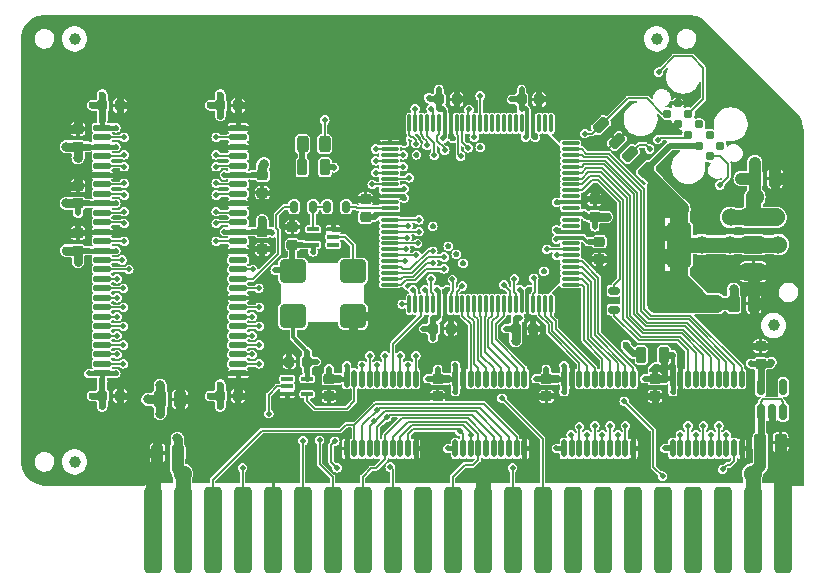
<source format=gtl>
G04 #@! TF.GenerationSoftware,KiCad,Pcbnew,7.0.10*
G04 #@! TF.CreationDate,2024-06-11T15:55:15-04:00*
G04 #@! TF.ProjectId,RAM2GS,52414d32-4753-42e6-9b69-6361645f7063,2.2*
G04 #@! TF.SameCoordinates,Original*
G04 #@! TF.FileFunction,Copper,L1,Top*
G04 #@! TF.FilePolarity,Positive*
%FSLAX46Y46*%
G04 Gerber Fmt 4.6, Leading zero omitted, Abs format (unit mm)*
G04 Created by KiCad (PCBNEW 7.0.10) date 2024-06-11 15:55:15*
%MOMM*%
%LPD*%
G01*
G04 APERTURE LIST*
G04 Aperture macros list*
%AMRoundRect*
0 Rectangle with rounded corners*
0 $1 Rounding radius*
0 $2 $3 $4 $5 $6 $7 $8 $9 X,Y pos of 4 corners*
0 Add a 4 corners polygon primitive as box body*
4,1,4,$2,$3,$4,$5,$6,$7,$8,$9,$2,$3,0*
0 Add four circle primitives for the rounded corners*
1,1,$1+$1,$2,$3*
1,1,$1+$1,$4,$5*
1,1,$1+$1,$6,$7*
1,1,$1+$1,$8,$9*
0 Add four rect primitives between the rounded corners*
20,1,$1+$1,$2,$3,$4,$5,0*
20,1,$1+$1,$4,$5,$6,$7,0*
20,1,$1+$1,$6,$7,$8,$9,0*
20,1,$1+$1,$8,$9,$2,$3,0*%
G04 Aperture macros list end*
G04 #@! TA.AperFunction,SMDPad,CuDef*
%ADD10C,1.000000*%
G04 #@! TD*
G04 #@! TA.AperFunction,SMDPad,CuDef*
%ADD11RoundRect,0.212500X0.262500X-0.212500X0.262500X0.212500X-0.262500X0.212500X-0.262500X-0.212500X0*%
G04 #@! TD*
G04 #@! TA.AperFunction,SMDPad,CuDef*
%ADD12RoundRect,0.212500X-0.212500X-0.262500X0.212500X-0.262500X0.212500X0.262500X-0.212500X0.262500X0*%
G04 #@! TD*
G04 #@! TA.AperFunction,SMDPad,CuDef*
%ADD13RoundRect,0.212500X-0.262500X0.212500X-0.262500X-0.212500X0.262500X-0.212500X0.262500X0.212500X0*%
G04 #@! TD*
G04 #@! TA.AperFunction,ComponentPad*
%ADD14C,2.000000*%
G04 #@! TD*
G04 #@! TA.AperFunction,SMDPad,CuDef*
%ADD15RoundRect,0.112500X0.112500X-0.612500X0.112500X0.612500X-0.112500X0.612500X-0.112500X-0.612500X0*%
G04 #@! TD*
G04 #@! TA.AperFunction,SMDPad,CuDef*
%ADD16RoundRect,0.262500X0.262500X0.437500X-0.262500X0.437500X-0.262500X-0.437500X0.262500X-0.437500X0*%
G04 #@! TD*
G04 #@! TA.AperFunction,SMDPad,CuDef*
%ADD17RoundRect,0.262500X-0.262500X-0.437500X0.262500X-0.437500X0.262500X0.437500X-0.262500X0.437500X0*%
G04 #@! TD*
G04 #@! TA.AperFunction,SMDPad,CuDef*
%ADD18RoundRect,0.300000X0.700000X0.450000X-0.700000X0.450000X-0.700000X-0.450000X0.700000X-0.450000X0*%
G04 #@! TD*
G04 #@! TA.AperFunction,SMDPad,CuDef*
%ADD19RoundRect,0.300000X0.700000X1.600000X-0.700000X1.600000X-0.700000X-1.600000X0.700000X-1.600000X0*%
G04 #@! TD*
G04 #@! TA.AperFunction,SMDPad,CuDef*
%ADD20RoundRect,0.212500X-0.494975X-0.194454X-0.194454X-0.494975X0.494975X0.194454X0.194454X0.494975X0*%
G04 #@! TD*
G04 #@! TA.AperFunction,SMDPad,CuDef*
%ADD21RoundRect,0.212500X0.494975X0.194454X0.194454X0.494975X-0.494975X-0.194454X-0.194454X-0.494975X0*%
G04 #@! TD*
G04 #@! TA.AperFunction,SMDPad,CuDef*
%ADD22RoundRect,0.100000X-0.400000X-0.100000X0.400000X-0.100000X0.400000X0.100000X-0.400000X0.100000X0*%
G04 #@! TD*
G04 #@! TA.AperFunction,ConnectorPad*
%ADD23C,0.787400*%
G04 #@! TD*
G04 #@! TA.AperFunction,SMDPad,CuDef*
%ADD24RoundRect,0.075000X-0.662500X-0.075000X0.662500X-0.075000X0.662500X0.075000X-0.662500X0.075000X0*%
G04 #@! TD*
G04 #@! TA.AperFunction,SMDPad,CuDef*
%ADD25RoundRect,0.075000X-0.075000X-0.662500X0.075000X-0.662500X0.075000X0.662500X-0.075000X0.662500X0*%
G04 #@! TD*
G04 #@! TA.AperFunction,SMDPad,CuDef*
%ADD26RoundRect,0.114500X-0.640500X-0.114500X0.640500X-0.114500X0.640500X0.114500X-0.640500X0.114500X0*%
G04 #@! TD*
G04 #@! TA.AperFunction,SMDPad,CuDef*
%ADD27RoundRect,0.300000X-0.800000X-0.700000X0.800000X-0.700000X0.800000X0.700000X-0.800000X0.700000X0*%
G04 #@! TD*
G04 #@! TA.AperFunction,SMDPad,CuDef*
%ADD28RoundRect,0.100000X0.400000X0.100000X-0.400000X0.100000X-0.400000X-0.100000X0.400000X-0.100000X0*%
G04 #@! TD*
G04 #@! TA.AperFunction,SMDPad,CuDef*
%ADD29RoundRect,0.212500X0.212500X0.262500X-0.212500X0.262500X-0.212500X-0.262500X0.212500X-0.262500X0*%
G04 #@! TD*
G04 #@! TA.AperFunction,SMDPad,CuDef*
%ADD30RoundRect,0.212500X0.212500X0.487500X-0.212500X0.487500X-0.212500X-0.487500X0.212500X-0.487500X0*%
G04 #@! TD*
G04 #@! TA.AperFunction,SMDPad,CuDef*
%ADD31RoundRect,0.162500X0.162500X-0.512500X0.162500X0.512500X-0.162500X0.512500X-0.162500X-0.512500X0*%
G04 #@! TD*
G04 #@! TA.AperFunction,SMDPad,CuDef*
%ADD32RoundRect,0.175000X0.175000X0.300000X-0.175000X0.300000X-0.175000X-0.300000X0.175000X-0.300000X0*%
G04 #@! TD*
G04 #@! TA.AperFunction,SMDPad,CuDef*
%ADD33RoundRect,0.175000X-0.175000X-0.300000X0.175000X-0.300000X0.175000X0.300000X-0.175000X0.300000X0*%
G04 #@! TD*
G04 #@! TA.AperFunction,SMDPad,CuDef*
%ADD34RoundRect,0.212500X-0.212500X-0.487500X0.212500X-0.487500X0.212500X0.487500X-0.212500X0.487500X0*%
G04 #@! TD*
G04 #@! TA.AperFunction,SMDPad,CuDef*
%ADD35RoundRect,0.243750X0.243750X0.456250X-0.243750X0.456250X-0.243750X-0.456250X0.243750X-0.456250X0*%
G04 #@! TD*
G04 #@! TA.AperFunction,SMDPad,CuDef*
%ADD36RoundRect,0.175000X-0.300000X0.175000X-0.300000X-0.175000X0.300000X-0.175000X0.300000X0.175000X0*%
G04 #@! TD*
G04 #@! TA.AperFunction,SMDPad,CuDef*
%ADD37RoundRect,0.381000X-0.381000X-3.289000X0.381000X-3.289000X0.381000X3.289000X-0.381000X3.289000X0*%
G04 #@! TD*
G04 #@! TA.AperFunction,ViaPad*
%ADD38C,0.500000*%
G04 #@! TD*
G04 #@! TA.AperFunction,ViaPad*
%ADD39C,1.524000*%
G04 #@! TD*
G04 #@! TA.AperFunction,ViaPad*
%ADD40C,0.762000*%
G04 #@! TD*
G04 #@! TA.AperFunction,ViaPad*
%ADD41C,0.800000*%
G04 #@! TD*
G04 #@! TA.AperFunction,ViaPad*
%ADD42C,0.600000*%
G04 #@! TD*
G04 #@! TA.AperFunction,ViaPad*
%ADD43C,1.000000*%
G04 #@! TD*
G04 #@! TA.AperFunction,ViaPad*
%ADD44C,0.508000*%
G04 #@! TD*
G04 #@! TA.AperFunction,Conductor*
%ADD45C,1.270000*%
G04 #@! TD*
G04 #@! TA.AperFunction,Conductor*
%ADD46C,0.762000*%
G04 #@! TD*
G04 #@! TA.AperFunction,Conductor*
%ADD47C,0.508000*%
G04 #@! TD*
G04 #@! TA.AperFunction,Conductor*
%ADD48C,0.500000*%
G04 #@! TD*
G04 #@! TA.AperFunction,Conductor*
%ADD49C,0.300000*%
G04 #@! TD*
G04 #@! TA.AperFunction,Conductor*
%ADD50C,0.254000*%
G04 #@! TD*
G04 #@! TA.AperFunction,Conductor*
%ADD51C,0.450000*%
G04 #@! TD*
G04 #@! TA.AperFunction,Conductor*
%ADD52C,0.800000*%
G04 #@! TD*
G04 #@! TA.AperFunction,Conductor*
%ADD53C,0.400000*%
G04 #@! TD*
G04 #@! TA.AperFunction,Conductor*
%ADD54C,0.600000*%
G04 #@! TD*
G04 #@! TA.AperFunction,Conductor*
%ADD55C,0.250000*%
G04 #@! TD*
G04 #@! TA.AperFunction,Conductor*
%ADD56C,1.524000*%
G04 #@! TD*
G04 #@! TA.AperFunction,Conductor*
%ADD57C,1.000000*%
G04 #@! TD*
G04 #@! TA.AperFunction,Conductor*
%ADD58C,0.150000*%
G04 #@! TD*
G04 #@! TA.AperFunction,Conductor*
%ADD59C,0.550000*%
G04 #@! TD*
G04 #@! TA.AperFunction,Conductor*
%ADD60C,0.700000*%
G04 #@! TD*
G04 #@! TA.AperFunction,Conductor*
%ADD61C,0.895000*%
G04 #@! TD*
G04 APERTURE END LIST*
D10*
X51054000Y-129540000D03*
D11*
X75700000Y-108800000D03*
X75700000Y-107300000D03*
X95100000Y-108800000D03*
X95100000Y-107300000D03*
D12*
X81400000Y-118250000D03*
X82900000Y-118250000D03*
X88400000Y-118250000D03*
X89900000Y-118250000D03*
X81900000Y-98850000D03*
X83400000Y-98850000D03*
D13*
X95500000Y-110900000D03*
X95500000Y-112400000D03*
D12*
X88900000Y-98850000D03*
X90400000Y-98850000D03*
D11*
X51350000Y-107650000D03*
X51350000Y-106150000D03*
X51350000Y-102850000D03*
X51350000Y-101350000D03*
D12*
X53400000Y-99350000D03*
X54900000Y-99350000D03*
X63400000Y-123950000D03*
X64900000Y-123950000D03*
X63400000Y-99350000D03*
X64900000Y-99350000D03*
D13*
X66950000Y-110050000D03*
X66950000Y-111550000D03*
X66950000Y-105250000D03*
X66950000Y-106750000D03*
D11*
X51350000Y-111650000D03*
X51350000Y-110150000D03*
D12*
X53400000Y-123950000D03*
X54900000Y-123950000D03*
D14*
X110998000Y-130175000D03*
D15*
X92500000Y-128400000D03*
X93150000Y-128400000D03*
X93800000Y-128400000D03*
X94450000Y-128400000D03*
X95100000Y-128400000D03*
X95750000Y-128400000D03*
X96400000Y-128400000D03*
X97050000Y-128400000D03*
X97700000Y-128400000D03*
X98350000Y-128400000D03*
X98350000Y-122500000D03*
X97700000Y-122500000D03*
X97050000Y-122500000D03*
X96400000Y-122500000D03*
X95750000Y-122500000D03*
X95100000Y-122500000D03*
X94450000Y-122500000D03*
X93800000Y-122500000D03*
X93150000Y-122500000D03*
X92500000Y-122500000D03*
D13*
X91000000Y-122500000D03*
X91000000Y-124000000D03*
X81800000Y-122500000D03*
X81800000Y-124000000D03*
D15*
X101700000Y-128400000D03*
X102350000Y-128400000D03*
X103000000Y-128400000D03*
X103650000Y-128400000D03*
X104300000Y-128400000D03*
X104950000Y-128400000D03*
X105600000Y-128400000D03*
X106250000Y-128400000D03*
X106900000Y-128400000D03*
X107550000Y-128400000D03*
X107550000Y-122500000D03*
X106900000Y-122500000D03*
X106250000Y-122500000D03*
X105600000Y-122500000D03*
X104950000Y-122500000D03*
X104300000Y-122500000D03*
X103650000Y-122500000D03*
X103000000Y-122500000D03*
X102350000Y-122500000D03*
X101700000Y-122500000D03*
D13*
X72600000Y-122500000D03*
X72600000Y-124000000D03*
D15*
X83300000Y-128400000D03*
X83950000Y-128400000D03*
X84600000Y-128400000D03*
X85250000Y-128400000D03*
X85900000Y-128400000D03*
X86550000Y-128400000D03*
X87200000Y-128400000D03*
X87850000Y-128400000D03*
X88500000Y-128400000D03*
X89150000Y-128400000D03*
X89150000Y-122500000D03*
X88500000Y-122500000D03*
X87850000Y-122500000D03*
X87200000Y-122500000D03*
X86550000Y-122500000D03*
X85900000Y-122500000D03*
X85250000Y-122500000D03*
X84600000Y-122500000D03*
X83950000Y-122500000D03*
X83300000Y-122500000D03*
D16*
X59778000Y-128778000D03*
X58078000Y-128778000D03*
D17*
X109132000Y-127889000D03*
X110832000Y-127889000D03*
D10*
X100330000Y-93726000D03*
D18*
X108537000Y-113450000D03*
D19*
X102237000Y-111150000D03*
D18*
X108537000Y-111150000D03*
X108537000Y-108850000D03*
D17*
X108650000Y-105550000D03*
X110350000Y-105550000D03*
X106850000Y-116150000D03*
X108550000Y-116150000D03*
D20*
X95628249Y-101028249D03*
X96971751Y-102371751D03*
D21*
X99421751Y-104821751D03*
X98078249Y-103478249D03*
D10*
X51054000Y-93726000D03*
D22*
X69050000Y-122500000D03*
X69050000Y-123150000D03*
X69050000Y-123800000D03*
X70750000Y-123800000D03*
X70750000Y-122500000D03*
D23*
X101228936Y-100067962D03*
X102126962Y-100965987D03*
X103024987Y-101864013D03*
X103923013Y-102762038D03*
X104821038Y-103660064D03*
X105719064Y-102762038D03*
X104821038Y-101864013D03*
X103923013Y-100965987D03*
X103024987Y-100067962D03*
X102126962Y-99169936D03*
D15*
X74100000Y-128400000D03*
X74750000Y-128400000D03*
X75400000Y-128400000D03*
X76050000Y-128400000D03*
X76700000Y-128400000D03*
X77350000Y-128400000D03*
X78000000Y-128400000D03*
X78650000Y-128400000D03*
X79300000Y-128400000D03*
X79950000Y-128400000D03*
X79950000Y-122500000D03*
X79300000Y-122500000D03*
X78650000Y-122500000D03*
X78000000Y-122500000D03*
X77350000Y-122500000D03*
X76700000Y-122500000D03*
X76050000Y-122500000D03*
X75400000Y-122500000D03*
X74750000Y-122500000D03*
X74100000Y-122500000D03*
D24*
X77737500Y-102550000D03*
X77737500Y-103050000D03*
X77737500Y-103550000D03*
X77737500Y-104050000D03*
X77737500Y-104550000D03*
X77737500Y-105050000D03*
X77737500Y-105550000D03*
X77737500Y-106050000D03*
X77737500Y-106550000D03*
X77737500Y-107050000D03*
X77737500Y-107550000D03*
X77737500Y-108050000D03*
X77737500Y-108550000D03*
X77737500Y-109050000D03*
X77737500Y-109550000D03*
X77737500Y-110050000D03*
X77737500Y-110550000D03*
X77737500Y-111050000D03*
X77737500Y-111550000D03*
X77737500Y-112050000D03*
X77737500Y-112550000D03*
X77737500Y-113050000D03*
X77737500Y-113550000D03*
X77737500Y-114050000D03*
X77737500Y-114550000D03*
D25*
X79400000Y-116212500D03*
X79900000Y-116212500D03*
X80400000Y-116212500D03*
X80900000Y-116212500D03*
X81400000Y-116212500D03*
X81900000Y-116212500D03*
X82400000Y-116212500D03*
X82900000Y-116212500D03*
X83400000Y-116212500D03*
X83900000Y-116212500D03*
X84400000Y-116212500D03*
X84900000Y-116212500D03*
X85400000Y-116212500D03*
X85900000Y-116212500D03*
X86400000Y-116212500D03*
X86900000Y-116212500D03*
X87400000Y-116212500D03*
X87900000Y-116212500D03*
X88400000Y-116212500D03*
X88900000Y-116212500D03*
X89400000Y-116212500D03*
X89900000Y-116212500D03*
X90400000Y-116212500D03*
X90900000Y-116212500D03*
X91400000Y-116212500D03*
D24*
X93062500Y-114550000D03*
X93062500Y-114050000D03*
X93062500Y-113550000D03*
X93062500Y-113050000D03*
X93062500Y-112550000D03*
X93062500Y-112050000D03*
X93062500Y-111550000D03*
X93062500Y-111050000D03*
X93062500Y-110550000D03*
X93062500Y-110050000D03*
X93062500Y-109550000D03*
X93062500Y-109050000D03*
X93062500Y-108550000D03*
X93062500Y-108050000D03*
X93062500Y-107550000D03*
X93062500Y-107050000D03*
X93062500Y-106550000D03*
X93062500Y-106050000D03*
X93062500Y-105550000D03*
X93062500Y-105050000D03*
X93062500Y-104550000D03*
X93062500Y-104050000D03*
X93062500Y-103550000D03*
X93062500Y-103050000D03*
X93062500Y-102550000D03*
D25*
X91400000Y-100887500D03*
X90900000Y-100887500D03*
X90400000Y-100887500D03*
X89900000Y-100887500D03*
X89400000Y-100887500D03*
X88900000Y-100887500D03*
X88400000Y-100887500D03*
X87900000Y-100887500D03*
X87400000Y-100887500D03*
X86900000Y-100887500D03*
X86400000Y-100887500D03*
X85900000Y-100887500D03*
X85400000Y-100887500D03*
X84900000Y-100887500D03*
X84400000Y-100887500D03*
X83900000Y-100887500D03*
X83400000Y-100887500D03*
X82900000Y-100887500D03*
X82400000Y-100887500D03*
X81900000Y-100887500D03*
X81400000Y-100887500D03*
X80900000Y-100887500D03*
X80400000Y-100887500D03*
X79900000Y-100887500D03*
X79400000Y-100887500D03*
D26*
X53400000Y-101250000D03*
X53400000Y-102050000D03*
X53400000Y-102850000D03*
X53400000Y-103650000D03*
X53400000Y-104450000D03*
X53400000Y-105250000D03*
X53400000Y-106050000D03*
X53400000Y-106850000D03*
X53400000Y-107650000D03*
X53400000Y-108450000D03*
X53400000Y-109250000D03*
X53400000Y-110050000D03*
X53400000Y-110850000D03*
X53400000Y-111650000D03*
X53400000Y-112450000D03*
X53400000Y-113250000D03*
X53400000Y-114050000D03*
X53400000Y-114850000D03*
X53400000Y-115650000D03*
X53400000Y-116450000D03*
X53400000Y-117250000D03*
X53400000Y-118050000D03*
X53400000Y-118850000D03*
X53400000Y-119650000D03*
X53400000Y-120450000D03*
X53400000Y-121250000D03*
X53400000Y-122050000D03*
X64900000Y-122050000D03*
X64900000Y-121250000D03*
X64900000Y-120450000D03*
X64900000Y-119650000D03*
X64900000Y-118850000D03*
X64900000Y-118050000D03*
X64900000Y-117250000D03*
X64900000Y-116450000D03*
X64900000Y-115650000D03*
X64900000Y-114850000D03*
X64900000Y-114050000D03*
X64900000Y-113250000D03*
X64900000Y-112450000D03*
X64900000Y-111650000D03*
X64900000Y-110850000D03*
X64900000Y-110050000D03*
X64900000Y-109250000D03*
X64900000Y-108450000D03*
X64900000Y-107650000D03*
X64900000Y-106850000D03*
X64900000Y-106050000D03*
X64900000Y-105250000D03*
X64900000Y-104450000D03*
X64900000Y-103650000D03*
X64900000Y-102850000D03*
X64900000Y-102050000D03*
X64900000Y-101250000D03*
D27*
X69560000Y-117205000D03*
X74640000Y-117205000D03*
X74640000Y-113395000D03*
X69560000Y-113395000D03*
D28*
X72950000Y-111150000D03*
X72950000Y-110500000D03*
X72950000Y-109850000D03*
X71250000Y-109850000D03*
X71250000Y-111150000D03*
D11*
X69500000Y-111150000D03*
X69500000Y-109650000D03*
D17*
X58300000Y-124250000D03*
X60000000Y-124250000D03*
D29*
X70750000Y-121050000D03*
X69250000Y-121050000D03*
D13*
X100200000Y-122500000D03*
X100200000Y-124000000D03*
D10*
X110236000Y-117983000D03*
D11*
X109150000Y-121250000D03*
X109150000Y-119750000D03*
D30*
X100950000Y-120500000D03*
X99050000Y-120500000D03*
D31*
X109150000Y-125300000D03*
X110100000Y-125300000D03*
X111050000Y-125300000D03*
X111050000Y-123200000D03*
X109150000Y-123200000D03*
D32*
X71250000Y-107950000D03*
X69650000Y-107950000D03*
D33*
X72450000Y-107950000D03*
X74050000Y-107950000D03*
D34*
X70350000Y-104600000D03*
X72250000Y-104600000D03*
D35*
X72237500Y-102650000D03*
X70362500Y-102650000D03*
D36*
X96750000Y-115050000D03*
X96750000Y-116650000D03*
D37*
X57658000Y-135282000D03*
X60198000Y-135282000D03*
X62738000Y-135282000D03*
X65278000Y-135282000D03*
X67818000Y-135282000D03*
X70358000Y-135282000D03*
X72898000Y-135282000D03*
X75438000Y-135282000D03*
X77978000Y-135282000D03*
X80518000Y-135282000D03*
X83058000Y-135282000D03*
X85598000Y-135282000D03*
X88138000Y-135282000D03*
X90678000Y-135282000D03*
X93218000Y-135282000D03*
X95758000Y-135282000D03*
X98298000Y-135282000D03*
X100838000Y-135282000D03*
X103378000Y-135282000D03*
X105918000Y-135282000D03*
X108458000Y-135282000D03*
X110998000Y-135282000D03*
D38*
X112014000Y-100965000D03*
X74168000Y-130937000D03*
X102108000Y-130937000D03*
X64008000Y-130937000D03*
D39*
X57658000Y-130556000D03*
D38*
X104648000Y-130937000D03*
X61722000Y-130937000D03*
X106680000Y-95377000D03*
X94488000Y-130937000D03*
X46990000Y-117983000D03*
X46990000Y-112903000D03*
X46990000Y-107823000D03*
X81788000Y-130937000D03*
X91948000Y-130937000D03*
X89408000Y-130937000D03*
X97028000Y-130937000D03*
X69088000Y-130937000D03*
X52578000Y-128143000D03*
X54991000Y-131064000D03*
X49911000Y-131064000D03*
X79248000Y-130937000D03*
X76708000Y-130937000D03*
X71628000Y-130937000D03*
X86868000Y-130937000D03*
X84328000Y-130937000D03*
X66548000Y-130937000D03*
X109347000Y-98044000D03*
D40*
X89900000Y-119250000D03*
D38*
X76600000Y-107550000D03*
X94200000Y-107550000D03*
X90050000Y-99700000D03*
X78950000Y-107200000D03*
X83050000Y-102150000D03*
X90050000Y-102050000D03*
X89550000Y-114950000D03*
X91850000Y-109900000D03*
X82550000Y-114950000D03*
X84250000Y-98750000D03*
D40*
X96100000Y-107300000D03*
X95100000Y-106350000D03*
D38*
X94600000Y-112400000D03*
X91250000Y-98850000D03*
X94200000Y-110000000D03*
X80000000Y-103550000D03*
X78950000Y-102550000D03*
X83050000Y-99700000D03*
X89550000Y-117400000D03*
X82550000Y-117400000D03*
X85400000Y-102900000D03*
X66050000Y-101250000D03*
X63750000Y-101250000D03*
X66050000Y-102850000D03*
X66050000Y-122050000D03*
X52250000Y-110050000D03*
X54550000Y-110050000D03*
X63750000Y-102850000D03*
X63750000Y-122050000D03*
X66050000Y-111650000D03*
X63750000Y-107650000D03*
X59150000Y-108850000D03*
X60550000Y-122050000D03*
X59150000Y-106450000D03*
X57750000Y-122050000D03*
X59150000Y-104050000D03*
X63750000Y-111650000D03*
D40*
X50350000Y-110150000D03*
X51350000Y-105200000D03*
D38*
X51350000Y-109300000D03*
X57950000Y-111650000D03*
X60350000Y-111650000D03*
X59150000Y-110050000D03*
X59150000Y-107650000D03*
X59150000Y-102850000D03*
X59150000Y-101250000D03*
X59150000Y-105250000D03*
X60060000Y-99799000D03*
D41*
X50350000Y-106150000D03*
X51350000Y-100400000D03*
X50350000Y-101350000D03*
D38*
X54550000Y-105250000D03*
X99568000Y-130937000D03*
X106807000Y-130937000D03*
X74100000Y-127250000D03*
X89150000Y-129550000D03*
X89800000Y-128400000D03*
X89150000Y-127250000D03*
X80600000Y-128400000D03*
X79950000Y-127250000D03*
X81950000Y-129150000D03*
X93175000Y-100800000D03*
X68050000Y-127750000D03*
X91000000Y-127150000D03*
X100550000Y-127750000D03*
X78100000Y-115450000D03*
X112014000Y-127889000D03*
X112014000Y-112649000D03*
D39*
X106600000Y-113450000D03*
X110450000Y-113450000D03*
D38*
X81500000Y-127250000D03*
X95250000Y-121050000D03*
X73850000Y-109850000D03*
X50038000Y-115443000D03*
X50038000Y-120523000D03*
X46990000Y-123063000D03*
X50038000Y-125603000D03*
X46990000Y-128143000D03*
X104800000Y-114950000D03*
X107162600Y-129870200D03*
X90800000Y-113400000D03*
X81400000Y-109600000D03*
X87250000Y-119000000D03*
X112014000Y-107569000D03*
X100750000Y-104450000D03*
X83375000Y-111950000D03*
X82700000Y-111275000D03*
X83950000Y-112725000D03*
X46990000Y-102743000D03*
X96350000Y-118250000D03*
X93500000Y-118350000D03*
X105100000Y-109050000D03*
X104700000Y-106250000D03*
X103800000Y-98550000D03*
X99900000Y-95700000D03*
X96950000Y-100450000D03*
X87650000Y-99550000D03*
X77200000Y-126750000D03*
X86800000Y-125000000D03*
X73900000Y-120400000D03*
X78750000Y-119550000D03*
X73950000Y-111200000D03*
X78100000Y-117000000D03*
D42*
X110050000Y-119900000D03*
X110100000Y-126400000D03*
X108250000Y-119900000D03*
D38*
X112014000Y-117729000D03*
X107300000Y-124750000D03*
X82931000Y-92202000D03*
X88011000Y-92202000D03*
X98171000Y-97282000D03*
X46990000Y-97663000D03*
X98171000Y-92202000D03*
X52451000Y-97282000D03*
X70231000Y-99822000D03*
X50038000Y-94742000D03*
X62611000Y-92202000D03*
X67691000Y-92202000D03*
X57531000Y-92202000D03*
X72771000Y-92202000D03*
X107150000Y-118500000D03*
X82650000Y-124100000D03*
X102500000Y-123600000D03*
D42*
X99300000Y-124000000D03*
X90100000Y-124000000D03*
D38*
X84100000Y-123600000D03*
X93300000Y-123600000D03*
X101050000Y-124100000D03*
X71750000Y-124000000D03*
X102500000Y-121400000D03*
X91850000Y-124070000D03*
D42*
X80900000Y-124000000D03*
X100200000Y-124850000D03*
X73500000Y-124000000D03*
D38*
X93091000Y-92202000D03*
X77851000Y-92202000D03*
X52451000Y-92202000D03*
D42*
X65750000Y-99350000D03*
D43*
X110100000Y-116150000D03*
D38*
X70850000Y-119400000D03*
D41*
X74650000Y-118750000D03*
D42*
X54900000Y-124850000D03*
D38*
X66950000Y-112400000D03*
X101550000Y-101550000D03*
D42*
X54900000Y-123050000D03*
D38*
X83700000Y-118250000D03*
X77851000Y-97790000D03*
X69500000Y-108850000D03*
X64900000Y-124800000D03*
X83400000Y-98000000D03*
D42*
X55750000Y-123950000D03*
D38*
X95800000Y-102950000D03*
D42*
X64900000Y-122700000D03*
D38*
X66850000Y-107550000D03*
X93300000Y-121400000D03*
D40*
X58166000Y-127508000D03*
D41*
X76250000Y-117200000D03*
D42*
X54900000Y-98450000D03*
D38*
X57531000Y-97282000D03*
X54991000Y-94742000D03*
D42*
X65750000Y-123950000D03*
D38*
X82900000Y-119100000D03*
X77750000Y-101850000D03*
X90400000Y-98000000D03*
X69500000Y-120150000D03*
D41*
X60000000Y-125450000D03*
D42*
X54900000Y-100250000D03*
D41*
X110350000Y-106800000D03*
D38*
X67800000Y-111550000D03*
D42*
X74750000Y-107200000D03*
D43*
X110350000Y-104200000D03*
D38*
X90700000Y-118250000D03*
D43*
X111550000Y-105550000D03*
D41*
X61050000Y-124250000D03*
D38*
X84100000Y-121350000D03*
D42*
X55750000Y-99350000D03*
X95500000Y-113300000D03*
X74500000Y-129800000D03*
X64900000Y-98450000D03*
X96400000Y-112400000D03*
D38*
X95631000Y-94742000D03*
X73000000Y-109250000D03*
X69050000Y-124400000D03*
X99000000Y-128400000D03*
D42*
X64900000Y-100600000D03*
D41*
X60000000Y-123050000D03*
D40*
X57023000Y-128778000D03*
D38*
X107450000Y-127250000D03*
X91900000Y-107550000D03*
X67800000Y-106600000D03*
X68450000Y-121200000D03*
X98350000Y-127250000D03*
X68650000Y-109550000D03*
X88138000Y-130048000D03*
X102350000Y-127250000D03*
X95750000Y-127250000D03*
X77775000Y-129975000D03*
X65278000Y-130048000D03*
X67500000Y-125450000D03*
X97700000Y-126500000D03*
X97050000Y-127250000D03*
X96400000Y-126500000D03*
X93100000Y-127250000D03*
X95100000Y-126500000D03*
X94450000Y-127250000D03*
X93800000Y-126550000D03*
X103000000Y-126500000D03*
X103650000Y-127250000D03*
X104300000Y-126500000D03*
X104950000Y-127250000D03*
X105600000Y-126500000D03*
X106250000Y-127250000D03*
X105918000Y-130175000D03*
X97600000Y-124400000D03*
X100838000Y-130746500D03*
X83650000Y-126950000D03*
X76450000Y-126100000D03*
X73279000Y-130048000D03*
X73100000Y-127800000D03*
X70400000Y-127750000D03*
X76700000Y-125150000D03*
X77500000Y-125750000D03*
X71800000Y-127700000D03*
X87249000Y-124142500D03*
X84600000Y-127250000D03*
X89250000Y-99700000D03*
X81050000Y-98700000D03*
X88050000Y-98850000D03*
X94600000Y-110900000D03*
X78950000Y-106400000D03*
X89250000Y-102050000D03*
X88750000Y-114950000D03*
X81750000Y-114950000D03*
X82250000Y-99700000D03*
X88750000Y-117400000D03*
X81750000Y-117400000D03*
X91850000Y-110700000D03*
X66050000Y-110050000D03*
D44*
X54550000Y-102850000D03*
X54550000Y-111650000D03*
D42*
X63400000Y-123000000D03*
D41*
X51350000Y-103800000D03*
X50350000Y-107650000D03*
X50350000Y-102850000D03*
D44*
X54550000Y-101250000D03*
D40*
X66950000Y-109100000D03*
D38*
X51350000Y-108500000D03*
D40*
X50350000Y-111650000D03*
X51350000Y-112600000D03*
D38*
X63750000Y-110050000D03*
X63750000Y-105250000D03*
X66050000Y-105250000D03*
X54550000Y-122050000D03*
X52250000Y-122050000D03*
X52250000Y-111650000D03*
X52250000Y-107650000D03*
X52250000Y-102850000D03*
X54550000Y-107650000D03*
X91875000Y-122500000D03*
X82675000Y-122500000D03*
D43*
X104300000Y-116150000D03*
X102300000Y-116150000D03*
X100300000Y-116150000D03*
X100300000Y-111650000D03*
X100300000Y-108650000D03*
X100300000Y-110150000D03*
X100300000Y-113150000D03*
X100300000Y-114650000D03*
D38*
X82250000Y-102150000D03*
D39*
X102300000Y-108150000D03*
X104150000Y-111150000D03*
X110650000Y-111150000D03*
X102300000Y-114150000D03*
D38*
X101075000Y-122500000D03*
X83300000Y-121350000D03*
X83300000Y-123600000D03*
X91000000Y-121700000D03*
X100200000Y-121700000D03*
X81800000Y-121700000D03*
X80950000Y-122500000D03*
X101700000Y-121400000D03*
X99350000Y-122500000D03*
X92500000Y-121400000D03*
X90150000Y-122500000D03*
X101700000Y-123600000D03*
X92500000Y-123600000D03*
D39*
X106550000Y-111150000D03*
D38*
X70750000Y-120200000D03*
D42*
X105850000Y-116150000D03*
D41*
X88400000Y-119300000D03*
D42*
X53400000Y-98450000D03*
D43*
X100300000Y-106150000D03*
D38*
X101050000Y-128400000D03*
D41*
X57250000Y-124250000D03*
D38*
X69500000Y-112000000D03*
X73050000Y-104650000D03*
X81400000Y-119100000D03*
X70750000Y-121900000D03*
X82650000Y-128400000D03*
X80600000Y-118250000D03*
X68050000Y-113300000D03*
D42*
X53400000Y-100600000D03*
D38*
X81900000Y-98000000D03*
D42*
X63400000Y-100250000D03*
X62550000Y-123950000D03*
X52550000Y-123950000D03*
D41*
X58300000Y-125450000D03*
D42*
X62550000Y-99350000D03*
X53400000Y-124850000D03*
X63400000Y-124850000D03*
D41*
X106850000Y-114900000D03*
D38*
X67800000Y-110150000D03*
D42*
X53400000Y-122700000D03*
D38*
X87550000Y-118250000D03*
D41*
X58300000Y-123050000D03*
D38*
X91850000Y-128400000D03*
X70350000Y-111150000D03*
X88900000Y-98000000D03*
D42*
X52550000Y-99350000D03*
D38*
X71550000Y-121050000D03*
X71250000Y-111750000D03*
D41*
X67100000Y-104300000D03*
D42*
X63400000Y-98450000D03*
D38*
X83900000Y-114650000D03*
X76050000Y-120550000D03*
X88300000Y-114050000D03*
X77350000Y-120550000D03*
X87400000Y-114550000D03*
X76700000Y-121350000D03*
X91900000Y-112050000D03*
X79950000Y-120550000D03*
X79300000Y-121350000D03*
X91050000Y-111550000D03*
X83050000Y-114100000D03*
X75400000Y-121350000D03*
X89950000Y-114000000D03*
X78650000Y-120550000D03*
X81250000Y-99650000D03*
D44*
X63050000Y-102050000D03*
X55250000Y-102050000D03*
D38*
X79900000Y-99650000D03*
X55250000Y-104550000D03*
X63050000Y-104550000D03*
X84450000Y-99700000D03*
D44*
X55250000Y-103550000D03*
X63050000Y-103550000D03*
D38*
X84900000Y-102050000D03*
X63050000Y-105950000D03*
D44*
X55250000Y-105950000D03*
D38*
X81500000Y-103600000D03*
X63050000Y-110850000D03*
D44*
X55250000Y-110850000D03*
D38*
X83750000Y-103650000D03*
D44*
X55250000Y-108350000D03*
D38*
X63050000Y-108350000D03*
X82400000Y-103150000D03*
X55250000Y-109350000D03*
X63050000Y-109350000D03*
X84400000Y-102950000D03*
X63050000Y-106950000D03*
X55250000Y-106950000D03*
X76550000Y-103050000D03*
X66150000Y-113250000D03*
X66650000Y-114850000D03*
X76250000Y-106050000D03*
X79400000Y-105500000D03*
X66700000Y-116450000D03*
X79300000Y-109550000D03*
X66100000Y-117250000D03*
X79200000Y-110550000D03*
X66700000Y-118050000D03*
X79100000Y-111550000D03*
X66100000Y-118850000D03*
X79000000Y-112550000D03*
X66700000Y-119650000D03*
X80700000Y-114950000D03*
X66100000Y-120450000D03*
X78800000Y-116200000D03*
X66700000Y-121250000D03*
X79700000Y-114950000D03*
X55200000Y-121250000D03*
X81250000Y-114050000D03*
X54650000Y-120450000D03*
X55200000Y-119650000D03*
X80000000Y-112050000D03*
X54650000Y-118850000D03*
X80100000Y-111050000D03*
X55200000Y-118050000D03*
X80200000Y-110050000D03*
X54650000Y-117250000D03*
X80200000Y-109050000D03*
X78900000Y-104550000D03*
X55200000Y-116450000D03*
X78900000Y-103550000D03*
X54650000Y-115650000D03*
X76550000Y-105050000D03*
X55200000Y-114850000D03*
X76550000Y-104050000D03*
X54650000Y-114050000D03*
X79950000Y-102600000D03*
X55650000Y-113250000D03*
X80900000Y-102750000D03*
D44*
X55100000Y-112450000D03*
D38*
X82350000Y-112200000D03*
X100500000Y-96550000D03*
X105700000Y-106100000D03*
X81400000Y-111700000D03*
X99750000Y-103050000D03*
X100450000Y-102250000D03*
X82350000Y-113200000D03*
X94250000Y-101750000D03*
X81400000Y-112700000D03*
D39*
X60198000Y-130556000D03*
D38*
X73475000Y-122500000D03*
D39*
X106600000Y-108850000D03*
X108650000Y-107150000D03*
X108458000Y-130556000D03*
D43*
X108650000Y-104200000D03*
D38*
X72600000Y-121650000D03*
D39*
X110450000Y-108850000D03*
D38*
X74100000Y-121400000D03*
D43*
X107500000Y-105550000D03*
D41*
X59750000Y-127550000D03*
D38*
X95100000Y-109650000D03*
X94200000Y-108550000D03*
D40*
X96100000Y-108800000D03*
D42*
X109150000Y-122100000D03*
X110050000Y-121100000D03*
X97750000Y-119650000D03*
D38*
X108300000Y-121200000D03*
X91900000Y-108550000D03*
X72250000Y-100600000D03*
X85400000Y-98550000D03*
D45*
X85598000Y-135382000D02*
X85598000Y-130556000D01*
X57658000Y-135382000D02*
X57658000Y-130556000D01*
D46*
X89900000Y-118250000D02*
X89900000Y-119250000D01*
D47*
X94200000Y-107550000D02*
X94450000Y-107300000D01*
X94450000Y-107300000D02*
X95100000Y-107300000D01*
X76350000Y-107300000D02*
X76600000Y-107550000D01*
X75700000Y-107300000D02*
X76350000Y-107300000D01*
D46*
X95100000Y-107300000D02*
X96100000Y-107300000D01*
X95100000Y-107300000D02*
X95100000Y-106350000D01*
D48*
X95500000Y-112400000D02*
X94600000Y-112400000D01*
D47*
X91250000Y-98850000D02*
X90400000Y-98850000D01*
X84150000Y-98850000D02*
X84250000Y-98750000D01*
X83400000Y-98850000D02*
X84150000Y-98850000D01*
D49*
X94150000Y-110050000D02*
X94200000Y-110000000D01*
X93062500Y-110050000D02*
X94150000Y-110050000D01*
D50*
X83000000Y-99700000D02*
X83050000Y-99700000D01*
D49*
X77725000Y-107550000D02*
X76600000Y-107550000D01*
X93075000Y-107550000D02*
X94200000Y-107550000D01*
D51*
X64900000Y-102850000D02*
X66050000Y-102850000D01*
X64900000Y-101250000D02*
X66050000Y-101250000D01*
X64900000Y-122050000D02*
X66050000Y-122050000D01*
X53400000Y-110050000D02*
X54550000Y-110050000D01*
X64900000Y-101250000D02*
X63750000Y-101250000D01*
X64900000Y-122050000D02*
X63750000Y-122050000D01*
X53400000Y-110050000D02*
X52250000Y-110050000D01*
X64900000Y-102850000D02*
X63750000Y-102850000D01*
X64900000Y-111650000D02*
X66050000Y-111650000D01*
X64900000Y-107650000D02*
X63750000Y-107650000D01*
D47*
X51350000Y-110150000D02*
X52150000Y-110150000D01*
D46*
X51350000Y-106150000D02*
X51350000Y-105200000D01*
D47*
X52150000Y-110150000D02*
X52250000Y-110050000D01*
X66950000Y-111550000D02*
X66150000Y-111550000D01*
D51*
X64900000Y-111650000D02*
X63750000Y-111650000D01*
D47*
X66150000Y-111550000D02*
X66050000Y-111650000D01*
X53400000Y-105250000D02*
X51400000Y-105250000D01*
D46*
X51350000Y-110150000D02*
X50350000Y-110150000D01*
D47*
X51400000Y-105250000D02*
X51350000Y-105200000D01*
X51350000Y-110150000D02*
X51350000Y-109300000D01*
D52*
X51350000Y-106150000D02*
X50350000Y-106150000D01*
X51350000Y-101350000D02*
X51350000Y-100400000D01*
X51350000Y-101350000D02*
X50350000Y-101350000D01*
D51*
X53400000Y-105250000D02*
X54550000Y-105250000D01*
X74100000Y-128400000D02*
X74100000Y-127250000D01*
X89150000Y-128400000D02*
X89150000Y-129550000D01*
X79950000Y-128400000D02*
X79950000Y-127250000D01*
X79950000Y-128400000D02*
X80600000Y-128400000D01*
D45*
X108537000Y-113450000D02*
X106600000Y-113450000D01*
X110450000Y-113450000D02*
X108537000Y-113450000D01*
D53*
X72950000Y-109850000D02*
X73850000Y-109850000D01*
D51*
X89150000Y-128400000D02*
X89800000Y-128400000D01*
X89150000Y-128400000D02*
X89150000Y-127250000D01*
D54*
X109150000Y-119750000D02*
X109900000Y-119750000D01*
X109150000Y-119750000D02*
X108400000Y-119750000D01*
X108400000Y-119750000D02*
X108250000Y-119900000D01*
X109900000Y-119750000D02*
X110050000Y-119900000D01*
X110100000Y-126400000D02*
X110100000Y-125300000D01*
X91000000Y-124000000D02*
X90100000Y-124000000D01*
X100200000Y-124000000D02*
X99300000Y-124000000D01*
D48*
X72600000Y-124000000D02*
X71750000Y-124000000D01*
D54*
X81800000Y-124000000D02*
X80900000Y-124000000D01*
X100200000Y-124000000D02*
X100200000Y-124850000D01*
X72600000Y-124000000D02*
X73500000Y-124000000D01*
D49*
X92000000Y-110050000D02*
X91850000Y-109900000D01*
D54*
X64900000Y-99350000D02*
X65750000Y-99350000D01*
D48*
X69250000Y-120350000D02*
X69450000Y-120150000D01*
X91000000Y-124000000D02*
X91780000Y-124000000D01*
D54*
X95500000Y-112400000D02*
X96400000Y-112400000D01*
D51*
X66950000Y-106750000D02*
X67650000Y-106750000D01*
X98350000Y-128400000D02*
X98350000Y-129300000D01*
X102350000Y-121550000D02*
X102500000Y-121400000D01*
D54*
X54900000Y-123950000D02*
X55750000Y-123950000D01*
D48*
X90400000Y-98850000D02*
X90400000Y-98000000D01*
D51*
X102350000Y-123450000D02*
X102500000Y-123600000D01*
D54*
X75700000Y-107300000D02*
X74850000Y-107300000D01*
D48*
X67800000Y-111550000D02*
X66950000Y-111550000D01*
X82900000Y-117400000D02*
X82550000Y-117400000D01*
D49*
X89400000Y-115100000D02*
X89550000Y-114950000D01*
D51*
X102350000Y-122500000D02*
X102350000Y-123450000D01*
D53*
X72950000Y-109850000D02*
X72950000Y-109300000D01*
D52*
X60000000Y-124250000D02*
X60000000Y-125450000D01*
X110350000Y-105550000D02*
X110350000Y-106800000D01*
D51*
X98350000Y-128400000D02*
X98350000Y-127250000D01*
D55*
X67818000Y-135382000D02*
X67818000Y-131191000D01*
D47*
X90700000Y-118250000D02*
X89900000Y-118250000D01*
D49*
X82900000Y-100887500D02*
X82900000Y-99850000D01*
D51*
X83950000Y-122500000D02*
X83950000Y-121500000D01*
D53*
X72950000Y-109300000D02*
X73000000Y-109250000D01*
D51*
X64900000Y-107650000D02*
X66750000Y-107650000D01*
D46*
X58078000Y-128778000D02*
X57023000Y-128778000D01*
D56*
X110998000Y-130175000D02*
X110998000Y-135382000D01*
D49*
X77750000Y-101850000D02*
X77725000Y-101875000D01*
D52*
X74640000Y-117205000D02*
X76245000Y-117205000D01*
X74640000Y-118740000D02*
X74650000Y-118750000D01*
D53*
X69050000Y-123800000D02*
X69050000Y-124400000D01*
D57*
X108550000Y-113463000D02*
X108537000Y-113450000D01*
D51*
X107550000Y-128400000D02*
X107550000Y-129482800D01*
D49*
X77737500Y-107050000D02*
X78800000Y-107050000D01*
D51*
X107550000Y-127350000D02*
X107550000Y-128400000D01*
D49*
X82900000Y-102000000D02*
X83050000Y-102150000D01*
D58*
X95850000Y-103000000D02*
X95800000Y-102950000D01*
D52*
X74640000Y-117205000D02*
X74640000Y-118740000D01*
D54*
X64900000Y-99350000D02*
X64900000Y-98450000D01*
D49*
X89900000Y-100887500D02*
X89900000Y-99850000D01*
D57*
X108550000Y-116150000D02*
X108550000Y-113463000D01*
X58078000Y-130136000D02*
X57658000Y-130556000D01*
D51*
X66750000Y-107650000D02*
X66850000Y-107550000D01*
D54*
X64900000Y-99350000D02*
X64900000Y-100600000D01*
D49*
X82400000Y-115100000D02*
X82550000Y-114950000D01*
D54*
X54900000Y-99350000D02*
X55750000Y-99350000D01*
D47*
X83700000Y-118250000D02*
X82900000Y-118250000D01*
D48*
X81800000Y-124000000D02*
X82550000Y-124000000D01*
D49*
X93062500Y-110050000D02*
X92000000Y-110050000D01*
D48*
X100200000Y-124000000D02*
X100950000Y-124000000D01*
D51*
X107550000Y-128400000D02*
X107950000Y-128400000D01*
X107450000Y-127250000D02*
X107550000Y-127350000D01*
D54*
X54900000Y-99350000D02*
X54900000Y-98450000D01*
D48*
X91780000Y-124000000D02*
X91850000Y-124070000D01*
X64900000Y-123950000D02*
X64900000Y-124800000D01*
D51*
X74100000Y-129400000D02*
X74500000Y-129800000D01*
D48*
X69500000Y-109650000D02*
X69500000Y-108850000D01*
X69250000Y-121050000D02*
X68600000Y-121050000D01*
D49*
X89400000Y-116212500D02*
X89400000Y-115100000D01*
D48*
X83400000Y-98850000D02*
X83400000Y-99700000D01*
D52*
X60000000Y-124250000D02*
X61050000Y-124250000D01*
D48*
X82900000Y-119100000D02*
X82900000Y-118250000D01*
D49*
X77725000Y-101875000D02*
X77725000Y-102550000D01*
D52*
X76245000Y-117205000D02*
X76250000Y-117200000D01*
D51*
X93150000Y-122500000D02*
X93150000Y-121550000D01*
X99000000Y-128400000D02*
X98350000Y-128400000D01*
D49*
X78800000Y-107050000D02*
X78950000Y-107200000D01*
D48*
X100950000Y-124000000D02*
X101050000Y-124100000D01*
D54*
X95500000Y-113300000D02*
X95500000Y-112400000D01*
D49*
X89900000Y-100887500D02*
X89900000Y-101900000D01*
D48*
X69250000Y-121050000D02*
X69250000Y-120350000D01*
D57*
X110350000Y-105550000D02*
X111550000Y-105550000D01*
D49*
X89900000Y-101900000D02*
X90050000Y-102050000D01*
D46*
X110832000Y-127889000D02*
X112014000Y-127889000D01*
D57*
X110350000Y-105550000D02*
X110350000Y-104200000D01*
D59*
X102126962Y-100965987D02*
X101550000Y-101542949D01*
D48*
X82900000Y-118250000D02*
X82900000Y-117400000D01*
D54*
X54900000Y-123950000D02*
X54900000Y-123050000D01*
D48*
X83400000Y-98850000D02*
X83400000Y-98000000D01*
D49*
X82400000Y-116212500D02*
X82400000Y-117250000D01*
D46*
X58078000Y-128778000D02*
X58078000Y-127596000D01*
D51*
X83950000Y-121500000D02*
X84100000Y-121350000D01*
D52*
X60000000Y-124250000D02*
X60000000Y-123050000D01*
D48*
X68650000Y-109550000D02*
X68750000Y-109650000D01*
X68600000Y-121050000D02*
X68450000Y-121200000D01*
D52*
X64900000Y-123950000D02*
X64900000Y-122700000D01*
D48*
X90400000Y-99700000D02*
X90050000Y-99700000D01*
D54*
X54900000Y-123950000D02*
X54900000Y-124850000D01*
D49*
X89900000Y-99850000D02*
X90050000Y-99700000D01*
X82400000Y-116212500D02*
X82400000Y-115100000D01*
D48*
X66950000Y-107450000D02*
X66850000Y-107550000D01*
D51*
X93150000Y-121550000D02*
X93300000Y-121400000D01*
X64900000Y-101250000D02*
X64900000Y-100600000D01*
X93150000Y-122500000D02*
X93150000Y-123450000D01*
D47*
X66950000Y-112400000D02*
X66950000Y-111550000D01*
D58*
X96971751Y-102371751D02*
X96343502Y-103000000D01*
D48*
X69450000Y-120150000D02*
X69500000Y-120150000D01*
X90400000Y-98850000D02*
X90400000Y-99700000D01*
D54*
X64900000Y-123950000D02*
X65750000Y-123950000D01*
X54900000Y-99350000D02*
X54900000Y-100250000D01*
D48*
X101550000Y-101542949D02*
X101550000Y-101550000D01*
X83400000Y-99700000D02*
X83050000Y-99700000D01*
D49*
X82400000Y-117250000D02*
X82550000Y-117400000D01*
D52*
X108550000Y-117150000D02*
X108550000Y-116150000D01*
D47*
X89900000Y-117400000D02*
X89550000Y-117400000D01*
D51*
X93150000Y-123450000D02*
X93300000Y-123600000D01*
D48*
X68750000Y-109650000D02*
X69500000Y-109650000D01*
D57*
X108550000Y-116150000D02*
X110100000Y-116150000D01*
X58078000Y-128778000D02*
X58078000Y-130136000D01*
D51*
X102350000Y-122500000D02*
X102350000Y-121550000D01*
D57*
X110832000Y-127889000D02*
X110832000Y-130009000D01*
D49*
X82900000Y-100887500D02*
X82900000Y-102000000D01*
D51*
X83950000Y-122500000D02*
X83950000Y-123450000D01*
X79950000Y-128400000D02*
X79950000Y-129300000D01*
D57*
X110832000Y-130009000D02*
X110998000Y-130175000D01*
D48*
X82550000Y-124000000D02*
X82650000Y-124100000D01*
D51*
X107550000Y-129482800D02*
X107162600Y-129870200D01*
D49*
X77725000Y-102550000D02*
X78950000Y-102550000D01*
D58*
X96343502Y-103000000D02*
X95850000Y-103000000D01*
D51*
X64900000Y-122050000D02*
X64900000Y-122700000D01*
X67650000Y-106750000D02*
X67800000Y-106600000D01*
D49*
X82900000Y-99850000D02*
X83050000Y-99700000D01*
D51*
X83950000Y-123450000D02*
X84100000Y-123600000D01*
D47*
X89900000Y-118250000D02*
X89900000Y-117400000D01*
D51*
X74100000Y-128400000D02*
X74100000Y-129400000D01*
D46*
X58078000Y-127596000D02*
X58166000Y-127508000D01*
D48*
X66950000Y-106750000D02*
X66950000Y-107450000D01*
D49*
X93062500Y-107550000D02*
X91900000Y-107550000D01*
D54*
X74850000Y-107300000D02*
X74750000Y-107200000D01*
D58*
X88138000Y-135382000D02*
X88138000Y-130048000D01*
X102350000Y-127250000D02*
X102350000Y-128400000D01*
X95750000Y-128400000D02*
X95750000Y-127250000D01*
X77978000Y-130178000D02*
X77978000Y-135382000D01*
X77775000Y-129975000D02*
X77978000Y-130178000D01*
X65278000Y-135382000D02*
X65278000Y-130048000D01*
X68200000Y-123150000D02*
X69050000Y-123150000D01*
X67500000Y-125450000D02*
X67500000Y-123850000D01*
X67500000Y-123850000D02*
X68200000Y-123150000D01*
X97700000Y-128400000D02*
X97700000Y-126550000D01*
X97050000Y-128400000D02*
X97050000Y-127250000D01*
X96400000Y-128400000D02*
X96400000Y-126550000D01*
X93150000Y-128400000D02*
X93150000Y-127300000D01*
X93150000Y-127300000D02*
X93100000Y-127250000D01*
X95100000Y-128400000D02*
X95100000Y-126550000D01*
X94450000Y-128400000D02*
X94450000Y-127250000D01*
X93800000Y-128400000D02*
X93800000Y-126550000D01*
X103000000Y-128400000D02*
X103000000Y-126500000D01*
X103650000Y-128400000D02*
X103650000Y-127250000D01*
X104300000Y-128400000D02*
X104300000Y-126500000D01*
X104950000Y-128400000D02*
X104950000Y-127250000D01*
X105600000Y-128400000D02*
X105600000Y-126500000D01*
X106250000Y-128400000D02*
X106250000Y-127250000D01*
X106553000Y-129794000D02*
X106900000Y-129447000D01*
X105918000Y-130175000D02*
X106299000Y-129794000D01*
X106299000Y-129794000D02*
X106553000Y-129794000D01*
X106900000Y-129447000D02*
X106900000Y-128400000D01*
X83950000Y-127200000D02*
X83950000Y-128400000D01*
X79300000Y-128400000D02*
X79300000Y-127200000D01*
X83600000Y-126850000D02*
X83600000Y-126900000D01*
X100838000Y-130746500D02*
X100050000Y-129958500D01*
X79300000Y-127200000D02*
X79750000Y-126750000D01*
X83600000Y-126850000D02*
X83950000Y-127200000D01*
X100050000Y-129958500D02*
X100050000Y-126850000D01*
X100050000Y-126850000D02*
X97600000Y-124400000D01*
X83600000Y-126900000D02*
X83650000Y-126950000D01*
X83500000Y-126750000D02*
X83600000Y-126850000D01*
X79750000Y-126750000D02*
X83500000Y-126750000D01*
X72771000Y-128129000D02*
X73100000Y-127800000D01*
X87200000Y-127400000D02*
X87200000Y-128400000D01*
X76675000Y-125875000D02*
X76450000Y-126100000D01*
X85050000Y-125250000D02*
X87200000Y-127400000D01*
X77300000Y-125250000D02*
X85050000Y-125250000D01*
X76675000Y-125875000D02*
X77300000Y-125250000D01*
X72771000Y-129540000D02*
X72771000Y-128129000D01*
X76050000Y-126500000D02*
X76675000Y-125875000D01*
X76050000Y-128400000D02*
X76050000Y-126500000D01*
X73279000Y-130048000D02*
X72771000Y-129540000D01*
X73550000Y-126900000D02*
X66902000Y-126900000D01*
X76500000Y-124650000D02*
X74750000Y-126400000D01*
X74050000Y-126400000D02*
X73550000Y-126900000D01*
X85750000Y-124650000D02*
X76500000Y-124650000D01*
X74750000Y-128400000D02*
X74750000Y-126400000D01*
X66902000Y-126900000D02*
X62738000Y-131064000D01*
X74750000Y-126400000D02*
X74050000Y-126400000D01*
X88500000Y-128400000D02*
X88500000Y-127400000D01*
X88500000Y-127400000D02*
X85750000Y-124650000D01*
X62738000Y-131064000D02*
X62738000Y-135382000D01*
X70400000Y-127750000D02*
X70358000Y-127792000D01*
X87850000Y-128400000D02*
X87850000Y-127400000D01*
X85400000Y-124950000D02*
X77700000Y-124950000D01*
X76900000Y-124950000D02*
X75400000Y-126450000D01*
X87850000Y-127400000D02*
X85400000Y-124950000D01*
X70358000Y-127792000D02*
X70358000Y-135382000D01*
X77700000Y-124950000D02*
X76900000Y-124950000D01*
X76900000Y-124950000D02*
X76700000Y-125150000D01*
X75400000Y-126450000D02*
X75400000Y-128400000D01*
X77700000Y-125550000D02*
X77500000Y-125750000D01*
X72898000Y-135382000D02*
X72898000Y-130810000D01*
X72898000Y-130810000D02*
X71800000Y-129712000D01*
X71800000Y-129712000D02*
X71800000Y-127700000D01*
X84700000Y-125550000D02*
X86550000Y-127400000D01*
X86550000Y-127400000D02*
X86550000Y-128400000D01*
X77700000Y-125550000D02*
X84700000Y-125550000D01*
X76700000Y-128400000D02*
X76700000Y-126550000D01*
X76700000Y-126550000D02*
X77700000Y-125550000D01*
X85900000Y-128400000D02*
X85900000Y-127400000D01*
X76150000Y-130100000D02*
X75438000Y-130812000D01*
X77350000Y-127300000D02*
X77350000Y-128400000D01*
X85900000Y-127400000D02*
X84350000Y-125850000D01*
X84350000Y-125850000D02*
X78800000Y-125850000D01*
X76550000Y-130100000D02*
X76150000Y-130100000D01*
X77350000Y-128400000D02*
X77350000Y-129300000D01*
X75438000Y-130812000D02*
X75438000Y-135382000D01*
X77350000Y-129300000D02*
X76550000Y-130100000D01*
X78800000Y-125850000D02*
X77350000Y-127300000D01*
X85250000Y-128400000D02*
X85250000Y-129350000D01*
X78000000Y-127400000D02*
X78000000Y-128400000D01*
X83058000Y-130810000D02*
X83058000Y-135382000D01*
X84806000Y-129794000D02*
X84074000Y-129794000D01*
X84200000Y-126150000D02*
X79250000Y-126150000D01*
X85250000Y-129350000D02*
X84806000Y-129794000D01*
X79250000Y-126150000D02*
X78000000Y-127400000D01*
X85250000Y-128400000D02*
X85250000Y-127200000D01*
X85250000Y-127200000D02*
X84200000Y-126150000D01*
X84074000Y-129794000D02*
X83058000Y-130810000D01*
X84600000Y-127100000D02*
X83950000Y-126450000D01*
X84600000Y-127250000D02*
X84600000Y-127100000D01*
X79600000Y-126450000D02*
X78650000Y-127400000D01*
X87249000Y-124142500D02*
X90678000Y-127571500D01*
X78650000Y-127400000D02*
X78650000Y-128400000D01*
X83950000Y-126450000D02*
X79600000Y-126450000D01*
X84600000Y-128400000D02*
X84600000Y-127250000D01*
X90678000Y-127571500D02*
X90678000Y-135382000D01*
X74950000Y-108050000D02*
X77737500Y-108050000D01*
X74050000Y-107950000D02*
X74850000Y-107950000D01*
X74850000Y-107950000D02*
X74950000Y-108050000D01*
X68300000Y-109900000D02*
X68300000Y-111900000D01*
X69650000Y-107950000D02*
X68800000Y-107950000D01*
X68150000Y-108600000D02*
X68150000Y-109750000D01*
X66150000Y-114050000D02*
X64900000Y-114050000D01*
X68300000Y-111900000D02*
X66150000Y-114050000D01*
X68150000Y-109750000D02*
X68300000Y-109900000D01*
X68800000Y-107950000D02*
X68150000Y-108600000D01*
D48*
X70350000Y-104600000D02*
X70350000Y-102662500D01*
X70350000Y-102662500D02*
X70362500Y-102650000D01*
D58*
X96750000Y-116650000D02*
X96750000Y-117150000D01*
X96750000Y-117150000D02*
X98850000Y-119250000D01*
X103000000Y-120100000D02*
X103000000Y-122500000D01*
X102150000Y-119250000D02*
X103000000Y-120100000D01*
X98850000Y-119250000D02*
X102150000Y-119250000D01*
X71250000Y-107950000D02*
X71250000Y-109850000D01*
X71250000Y-107950000D02*
X72450000Y-107950000D01*
D47*
X88050000Y-98850000D02*
X88900000Y-98850000D01*
D49*
X94450000Y-110900000D02*
X94600000Y-110900000D01*
D48*
X95500000Y-110900000D02*
X94600000Y-110900000D01*
D49*
X93062500Y-110550000D02*
X94100000Y-110550000D01*
X94100000Y-110550000D02*
X94450000Y-110900000D01*
D47*
X81200000Y-98850000D02*
X81900000Y-98850000D01*
X81050000Y-98700000D02*
X81200000Y-98850000D01*
D50*
X81800000Y-117400000D02*
X81750000Y-117400000D01*
D51*
X53400000Y-111650000D02*
X54550000Y-111650000D01*
D54*
X52250000Y-102850000D02*
X51350000Y-102850000D01*
D52*
X51350000Y-107650000D02*
X50350000Y-107650000D01*
X51350000Y-102850000D02*
X51350000Y-103800000D01*
X51350000Y-102850000D02*
X50350000Y-102850000D01*
D54*
X63400000Y-123950000D02*
X63400000Y-123000000D01*
D47*
X66950000Y-105250000D02*
X66050000Y-105250000D01*
D51*
X53400000Y-101250000D02*
X54550000Y-101250000D01*
D46*
X66950000Y-110050000D02*
X66950000Y-109100000D01*
D47*
X66050000Y-110050000D02*
X66950000Y-110050000D01*
X51350000Y-107650000D02*
X51350000Y-108500000D01*
X51350000Y-107650000D02*
X52250000Y-107650000D01*
D46*
X51350000Y-111650000D02*
X50350000Y-111650000D01*
X51350000Y-111650000D02*
X51350000Y-112600000D01*
D47*
X51350000Y-111650000D02*
X52250000Y-111650000D01*
D51*
X64900000Y-110050000D02*
X66050000Y-110050000D01*
X64900000Y-110050000D02*
X63750000Y-110050000D01*
X64900000Y-105250000D02*
X63750000Y-105250000D01*
X64900000Y-105250000D02*
X66050000Y-105250000D01*
X53400000Y-122050000D02*
X54550000Y-122050000D01*
X53400000Y-122050000D02*
X52250000Y-122050000D01*
X53400000Y-111650000D02*
X52250000Y-111650000D01*
X53400000Y-107650000D02*
X52250000Y-107650000D01*
X53400000Y-102850000D02*
X52250000Y-102850000D01*
X53400000Y-107650000D02*
X54550000Y-107650000D01*
X53400000Y-102850000D02*
X54550000Y-102850000D01*
D60*
X90975000Y-122500000D02*
X91875000Y-122500000D01*
D51*
X92500000Y-122500000D02*
X91875000Y-122500000D01*
D60*
X81775000Y-122500000D02*
X82675000Y-122500000D01*
D51*
X83300000Y-122500000D02*
X82675000Y-122500000D01*
D45*
X102237000Y-112150000D02*
X100300000Y-112150000D01*
X108537000Y-111150000D02*
X110650000Y-111150000D01*
X102237000Y-111150000D02*
X104150000Y-111150000D01*
X102237000Y-110150000D02*
X100300000Y-110150000D01*
D60*
X100175000Y-122500000D02*
X101075000Y-122500000D01*
D49*
X101550000Y-120500000D02*
X101700000Y-120650000D01*
D51*
X83300000Y-122500000D02*
X83300000Y-123600000D01*
D48*
X91000000Y-122500000D02*
X91000000Y-121700000D01*
X100200000Y-122500000D02*
X100200000Y-121700000D01*
X81800000Y-122500000D02*
X81800000Y-121700000D01*
X81800000Y-122500000D02*
X80950000Y-122500000D01*
D54*
X100950000Y-120500000D02*
X100950000Y-121350000D01*
D51*
X101700000Y-122500000D02*
X101700000Y-121400000D01*
D49*
X101700000Y-120650000D02*
X101700000Y-121400000D01*
D48*
X100200000Y-122500000D02*
X99350000Y-122500000D01*
D51*
X92500000Y-122500000D02*
X92500000Y-121400000D01*
D48*
X91000000Y-122500000D02*
X90150000Y-122500000D01*
D51*
X101700000Y-122500000D02*
X101700000Y-123600000D01*
D54*
X100950000Y-120500000D02*
X101600000Y-120500000D01*
D51*
X92500000Y-122500000D02*
X92500000Y-123600000D01*
D49*
X81900000Y-115100000D02*
X81750000Y-114950000D01*
D52*
X58300000Y-124250000D02*
X58300000Y-123050000D01*
D47*
X67700000Y-110050000D02*
X66950000Y-110050000D01*
D54*
X99421751Y-105271751D02*
X100300000Y-106150000D01*
X63400000Y-99350000D02*
X63400000Y-100250000D01*
D56*
X102237000Y-114087000D02*
X102300000Y-114150000D01*
D47*
X81400000Y-118250000D02*
X81400000Y-119100000D01*
D57*
X105850000Y-116150000D02*
X105400000Y-116150000D01*
D53*
X71250000Y-111150000D02*
X71250000Y-111750000D01*
D54*
X53400000Y-123950000D02*
X53400000Y-124850000D01*
D48*
X81900000Y-98850000D02*
X81900000Y-98000000D01*
X81400000Y-118250000D02*
X81400000Y-117400000D01*
D56*
X102237000Y-111150000D02*
X102237000Y-108213000D01*
D54*
X63400000Y-123950000D02*
X63400000Y-124850000D01*
D52*
X66950000Y-105250000D02*
X66950000Y-104450000D01*
D49*
X82400000Y-102000000D02*
X82250000Y-102150000D01*
D51*
X91850000Y-128400000D02*
X92500000Y-128400000D01*
X82650000Y-128400000D02*
X83300000Y-128400000D01*
D54*
X63400000Y-99350000D02*
X63400000Y-98450000D01*
D48*
X101700000Y-128400000D02*
X101050000Y-128400000D01*
D47*
X53400000Y-123950000D02*
X53400000Y-122700000D01*
D48*
X99421751Y-104821751D02*
X101481464Y-102762038D01*
X70750000Y-121050000D02*
X71550000Y-121050000D01*
X69465000Y-113300000D02*
X69560000Y-113395000D01*
D47*
X67800000Y-110150000D02*
X67700000Y-110050000D01*
X87550000Y-118250000D02*
X88400000Y-118250000D01*
D61*
X102300000Y-107700000D02*
X102300000Y-108150000D01*
D52*
X99421751Y-104821751D02*
X100300000Y-105700000D01*
D61*
X99725000Y-105125000D02*
X102300000Y-107700000D01*
D49*
X81900000Y-117250000D02*
X81750000Y-117400000D01*
D52*
X66950000Y-104450000D02*
X67100000Y-104300000D01*
X106850000Y-116150000D02*
X106850000Y-114900000D01*
D56*
X102300000Y-114150000D02*
X104300000Y-116150000D01*
D51*
X53400000Y-101250000D02*
X53400000Y-100600000D01*
D48*
X81400000Y-117400000D02*
X81750000Y-117400000D01*
D52*
X88400000Y-118250000D02*
X88400000Y-119300000D01*
D56*
X102237000Y-108213000D02*
X102300000Y-108150000D01*
D54*
X53400000Y-123950000D02*
X52550000Y-123950000D01*
D48*
X70750000Y-121050000D02*
X70750000Y-120200000D01*
D49*
X82400000Y-99850000D02*
X82250000Y-99700000D01*
D56*
X102237000Y-111150000D02*
X102237000Y-114087000D01*
D48*
X81900000Y-98850000D02*
X81900000Y-99700000D01*
X68050000Y-113300000D02*
X69465000Y-113300000D01*
D49*
X93062500Y-110550000D02*
X92000000Y-110550000D01*
X88900000Y-116212500D02*
X88900000Y-115100000D01*
D57*
X106850000Y-116150000D02*
X105850000Y-116150000D01*
D49*
X89400000Y-100887500D02*
X89400000Y-99850000D01*
D56*
X102300000Y-114150000D02*
X102300000Y-116150000D01*
D49*
X69560000Y-117205000D02*
X69560000Y-119010000D01*
D56*
X104300000Y-116150000D02*
X105400000Y-116150000D01*
D52*
X100300000Y-105700000D02*
X100300000Y-106150000D01*
D56*
X100300000Y-108150000D02*
X100300000Y-110150000D01*
D49*
X89250000Y-99700000D02*
X88900000Y-99700000D01*
D56*
X100300000Y-108150000D02*
X102300000Y-108150000D01*
D49*
X69560000Y-119010000D02*
X70750000Y-120200000D01*
D48*
X72250000Y-104600000D02*
X73000000Y-104600000D01*
X69500000Y-112000000D02*
X69500000Y-113335000D01*
D49*
X89400000Y-100887500D02*
X89400000Y-101900000D01*
D54*
X99421751Y-104821751D02*
X99421751Y-105271751D01*
D56*
X100300000Y-112150000D02*
X100300000Y-110150000D01*
D48*
X70750000Y-121900000D02*
X70750000Y-121050000D01*
D54*
X53400000Y-99350000D02*
X53400000Y-100600000D01*
D48*
X88900000Y-98850000D02*
X88900000Y-98000000D01*
D49*
X89400000Y-99850000D02*
X89250000Y-99700000D01*
D48*
X81400000Y-118250000D02*
X80600000Y-118250000D01*
D56*
X100300000Y-106150000D02*
X102300000Y-108150000D01*
D49*
X92000000Y-110550000D02*
X91850000Y-110700000D01*
X77737500Y-106550000D02*
X78800000Y-106550000D01*
D52*
X58300000Y-124250000D02*
X58300000Y-125450000D01*
D54*
X63400000Y-123950000D02*
X62550000Y-123950000D01*
D51*
X53400000Y-122050000D02*
X53400000Y-122700000D01*
D48*
X69500000Y-113335000D02*
X69560000Y-113395000D01*
D49*
X88900000Y-115100000D02*
X88750000Y-114950000D01*
D48*
X81900000Y-99700000D02*
X82250000Y-99700000D01*
X69500000Y-111150000D02*
X69500000Y-112000000D01*
D56*
X100300000Y-114150000D02*
X100300000Y-112150000D01*
D45*
X104150000Y-111150000D02*
X106550000Y-111150000D01*
D49*
X78800000Y-106550000D02*
X78950000Y-106400000D01*
D54*
X63400000Y-99350000D02*
X62550000Y-99350000D01*
D48*
X88900000Y-98850000D02*
X88900000Y-99700000D01*
D53*
X70750000Y-122500000D02*
X70750000Y-121900000D01*
D48*
X101481464Y-102762038D02*
X103923013Y-102762038D01*
D49*
X81900000Y-116212500D02*
X81900000Y-115100000D01*
D52*
X58300000Y-124250000D02*
X57250000Y-124250000D01*
D49*
X82400000Y-100887500D02*
X82400000Y-102000000D01*
D56*
X102300000Y-116150000D02*
X104300000Y-116150000D01*
D54*
X53400000Y-99350000D02*
X53400000Y-98450000D01*
D56*
X100300000Y-116150000D02*
X102300000Y-116150000D01*
D48*
X73000000Y-104600000D02*
X73050000Y-104650000D01*
D54*
X53400000Y-99350000D02*
X52550000Y-99350000D01*
D49*
X81900000Y-116212500D02*
X81900000Y-117250000D01*
D56*
X102300000Y-114150000D02*
X100300000Y-114150000D01*
D45*
X108537000Y-111150000D02*
X106550000Y-111150000D01*
D47*
X88400000Y-118250000D02*
X88400000Y-117400000D01*
D48*
X69500000Y-111150000D02*
X70350000Y-111150000D01*
D49*
X89400000Y-101900000D02*
X89250000Y-102050000D01*
D56*
X100300000Y-108150000D02*
X100300000Y-106150000D01*
D47*
X88400000Y-117400000D02*
X88750000Y-117400000D01*
D49*
X82400000Y-100887500D02*
X82400000Y-99850000D01*
D56*
X100300000Y-114150000D02*
X100300000Y-116150000D01*
D51*
X83300000Y-121350000D02*
X83300000Y-122500000D01*
D53*
X71250000Y-111150000D02*
X70350000Y-111150000D01*
D56*
X100300000Y-114150000D02*
X102300000Y-116150000D01*
D58*
X78000000Y-122500000D02*
X78000000Y-119550000D01*
X78000000Y-119550000D02*
X80400000Y-117150000D01*
X80400000Y-117150000D02*
X80400000Y-116212500D01*
X83400000Y-115150000D02*
X83900000Y-114650000D01*
X83400000Y-116212500D02*
X83400000Y-115150000D01*
X76050000Y-122500000D02*
X76050000Y-120550000D01*
X88250000Y-114100000D02*
X88300000Y-114050000D01*
X88250000Y-115150000D02*
X88250000Y-114100000D01*
X88400000Y-115300000D02*
X88250000Y-115150000D01*
X88400000Y-116212500D02*
X88400000Y-115300000D01*
X77350000Y-122500000D02*
X77350000Y-120550000D01*
X87900000Y-115050000D02*
X87400000Y-114550000D01*
X87900000Y-116212500D02*
X87900000Y-115050000D01*
X76700000Y-122500000D02*
X76700000Y-121350000D01*
X79950000Y-122500000D02*
X79950000Y-120550000D01*
X93062500Y-112050000D02*
X91900000Y-112050000D01*
X79300000Y-122500000D02*
X79300000Y-121350000D01*
X93062500Y-111550000D02*
X91050000Y-111550000D01*
X82900000Y-116212500D02*
X82900000Y-115300000D01*
X83100000Y-115100000D02*
X83100000Y-114150000D01*
X82900000Y-115300000D02*
X83100000Y-115100000D01*
X75400000Y-122500000D02*
X75400000Y-121350000D01*
X83100000Y-114150000D02*
X83050000Y-114100000D01*
X90050000Y-115150000D02*
X90050000Y-114100000D01*
X89900000Y-115300000D02*
X90050000Y-115150000D01*
X90050000Y-114100000D02*
X89950000Y-114000000D01*
X89900000Y-116212500D02*
X89900000Y-115300000D01*
X78650000Y-122500000D02*
X78650000Y-120650000D01*
X85900000Y-121600000D02*
X85200000Y-120900000D01*
X85200000Y-120900000D02*
X85200000Y-117450000D01*
X84900000Y-117150000D02*
X84900000Y-116212500D01*
X85900000Y-122500000D02*
X85900000Y-121600000D01*
X85200000Y-117450000D02*
X84900000Y-117150000D01*
X86700030Y-117849970D02*
X86700030Y-119150030D01*
X87400000Y-116212500D02*
X87400000Y-117150000D01*
X89150000Y-121600000D02*
X89150000Y-122500000D01*
X86700030Y-119150030D02*
X89150000Y-121600000D01*
X87400000Y-117150000D02*
X86700030Y-117849970D01*
X84400000Y-116212500D02*
X84400000Y-117150000D01*
X85250000Y-121600000D02*
X84900000Y-121250000D01*
X85250000Y-122500000D02*
X85250000Y-121600000D01*
X84900000Y-121250000D02*
X84900000Y-117650000D01*
X84900000Y-117650000D02*
X84400000Y-117150000D01*
X83900000Y-117150000D02*
X83900000Y-116212500D01*
X84600000Y-122500000D02*
X84600000Y-117850000D01*
X84600000Y-117850000D02*
X83900000Y-117150000D01*
X86100010Y-117449990D02*
X86100010Y-119850010D01*
X87850000Y-122500000D02*
X87850000Y-121600000D01*
X86400000Y-116212500D02*
X86400000Y-117150000D01*
X86400000Y-117150000D02*
X86100010Y-117449990D01*
X86100010Y-119850010D02*
X87850000Y-121600000D01*
X87200000Y-121600000D02*
X87200000Y-122500000D01*
X85900000Y-117150000D02*
X85800000Y-117250000D01*
X85800000Y-117250000D02*
X85800000Y-120200000D01*
X85900000Y-116212500D02*
X85900000Y-117150000D01*
X85800000Y-120200000D02*
X87200000Y-121600000D01*
X86400020Y-119500020D02*
X86400020Y-117649980D01*
X86900000Y-117150000D02*
X86900000Y-116212500D01*
X88500000Y-122500000D02*
X88500000Y-121600000D01*
X88500000Y-121600000D02*
X86400020Y-119500020D01*
X86400020Y-117649980D02*
X86900000Y-117150000D01*
X86550000Y-121600000D02*
X86550000Y-122500000D01*
X85500000Y-117250000D02*
X85500000Y-120550000D01*
X85500000Y-120550000D02*
X86550000Y-121600000D01*
X85400000Y-116212500D02*
X85400000Y-117150000D01*
X85400000Y-117150000D02*
X85500000Y-117250000D01*
X93800000Y-122500000D02*
X93800000Y-121175000D01*
X91200000Y-118575000D02*
X91200000Y-117900000D01*
X93800000Y-121175000D02*
X91200000Y-118575000D01*
X90400000Y-117100000D02*
X90400000Y-116212500D01*
X91200000Y-117900000D02*
X90400000Y-117100000D01*
X90900000Y-117150000D02*
X91500000Y-117750000D01*
X94450000Y-121400000D02*
X94450000Y-122500000D01*
X91500000Y-117750000D02*
X91500000Y-118450000D01*
X90900000Y-116212500D02*
X90900000Y-117150000D01*
X91500000Y-118450000D02*
X94450000Y-121400000D01*
X91400000Y-117225000D02*
X91400000Y-116212500D01*
X95100000Y-121600000D02*
X91800000Y-118300000D01*
X91800000Y-118300000D02*
X91800000Y-117625000D01*
X91800000Y-117625000D02*
X91400000Y-117225000D01*
X95100000Y-122500000D02*
X95100000Y-121600000D01*
X93062500Y-114550000D02*
X94000000Y-114550000D01*
X94000000Y-114550000D02*
X94200000Y-114750000D01*
X95750000Y-120800000D02*
X95750000Y-122500000D01*
X94200000Y-114750000D02*
X94200000Y-119250000D01*
X94200000Y-119250000D02*
X95750000Y-120800000D01*
X96400000Y-122500000D02*
X96400000Y-121000000D01*
X96400000Y-121000000D02*
X94500000Y-119100000D01*
X94000000Y-114050000D02*
X93062500Y-114050000D01*
X94500000Y-114550000D02*
X94000000Y-114050000D01*
X94500000Y-119100000D02*
X94500000Y-114550000D01*
X94800000Y-114350000D02*
X94800000Y-118950000D01*
X93062500Y-113550000D02*
X94000000Y-113550000D01*
X97050000Y-121200000D02*
X97050000Y-122500000D01*
X94800000Y-118950000D02*
X97050000Y-121200000D01*
X94000000Y-113550000D02*
X94800000Y-114350000D01*
X95100000Y-114150000D02*
X94000000Y-113050000D01*
X94000000Y-113050000D02*
X93062500Y-113050000D01*
X97700000Y-121400000D02*
X95100000Y-118800000D01*
X97700000Y-122500000D02*
X97700000Y-121400000D01*
X95100000Y-118800000D02*
X95100000Y-114150000D01*
X94000000Y-112550000D02*
X93062500Y-112550000D01*
X95400000Y-113950000D02*
X94000000Y-112550000D01*
X98350000Y-122500000D02*
X98350000Y-121600000D01*
X98350000Y-121600000D02*
X95400000Y-118650000D01*
X95400000Y-118650000D02*
X95400000Y-113950000D01*
X97200000Y-114100000D02*
X97200000Y-107500000D01*
X96750000Y-115050000D02*
X96750000Y-114550000D01*
X96750000Y-114550000D02*
X97200000Y-114100000D01*
X97200000Y-107500000D02*
X95400000Y-105700000D01*
X95400000Y-105700000D02*
X94850000Y-105700000D01*
X94000000Y-106550000D02*
X93062500Y-106550000D01*
X94850000Y-105700000D02*
X94000000Y-106550000D01*
X81400000Y-100875000D02*
X81400000Y-99800000D01*
X81400000Y-99800000D02*
X81250000Y-99650000D01*
X64900000Y-102050000D02*
X63100000Y-102050000D01*
X53400000Y-102050000D02*
X55250000Y-102050000D01*
X79900000Y-100875000D02*
X79900000Y-99650000D01*
X55250000Y-104550000D02*
X55150000Y-104450000D01*
X55150000Y-104450000D02*
X53400000Y-104450000D01*
X64900000Y-104450000D02*
X63150000Y-104450000D01*
X63150000Y-104450000D02*
X63050000Y-104550000D01*
X84400000Y-100887500D02*
X84400000Y-99750000D01*
X84400000Y-99750000D02*
X84450000Y-99700000D01*
X64900000Y-103650000D02*
X63150000Y-103650000D01*
X55150000Y-103650000D02*
X53400000Y-103650000D01*
X55250000Y-103550000D02*
X55150000Y-103650000D01*
X63150000Y-103650000D02*
X63050000Y-103550000D01*
X84900000Y-100887500D02*
X84900000Y-102050000D01*
X55150000Y-106050000D02*
X53400000Y-106050000D01*
X55250000Y-105950000D02*
X55150000Y-106050000D01*
X64900000Y-106050000D02*
X63200000Y-106050000D01*
X63150000Y-106050000D02*
X63050000Y-105950000D01*
X63100000Y-110850000D02*
X64900000Y-110850000D01*
X53400000Y-110850000D02*
X55250000Y-110850000D01*
X80900000Y-101953035D02*
X80900000Y-100875000D01*
X81500000Y-103600000D02*
X81500000Y-102553035D01*
X81500000Y-102553035D02*
X80900000Y-101953035D01*
X55150000Y-108450000D02*
X53400000Y-108450000D01*
X55250000Y-108350000D02*
X55150000Y-108450000D01*
X64900000Y-108450000D02*
X63200000Y-108450000D01*
X63150000Y-108450000D02*
X63050000Y-108350000D01*
X83400000Y-101800000D02*
X83550000Y-101950000D01*
X83400000Y-100875000D02*
X83400000Y-101800000D01*
X83550000Y-101950000D02*
X83550000Y-103450000D01*
X83550000Y-103450000D02*
X83750000Y-103650000D01*
X55150000Y-109250000D02*
X53400000Y-109250000D01*
X55250000Y-109350000D02*
X55150000Y-109250000D01*
X64900000Y-109250000D02*
X63200000Y-109250000D01*
X63150000Y-109250000D02*
X63050000Y-109350000D01*
X82400000Y-103000000D02*
X81750000Y-102350000D01*
X81750000Y-101950000D02*
X81900000Y-101800000D01*
X81750000Y-102350000D02*
X81750000Y-101950000D01*
X81900000Y-101800000D02*
X81900000Y-100875000D01*
X82400000Y-103150000D02*
X82400000Y-103000000D01*
X84400000Y-102950000D02*
X83900000Y-102450000D01*
X83900000Y-102450000D02*
X83900000Y-100887500D01*
X63150000Y-106850000D02*
X63050000Y-106950000D01*
X64900000Y-106850000D02*
X63200000Y-106850000D01*
X55150000Y-106850000D02*
X53400000Y-106850000D01*
X55250000Y-106950000D02*
X55150000Y-106850000D01*
X102300000Y-118950000D02*
X99000000Y-118950000D01*
X103650000Y-122500000D02*
X103650000Y-120300000D01*
X103650000Y-120300000D02*
X102300000Y-118950000D01*
X97500000Y-117450000D02*
X97500000Y-107350000D01*
X94000000Y-106050000D02*
X93062500Y-106050000D01*
X95500000Y-105350000D02*
X94700000Y-105350000D01*
X94700000Y-105350000D02*
X94000000Y-106050000D01*
X97500000Y-107350000D02*
X95500000Y-105350000D01*
X99000000Y-118950000D02*
X97500000Y-117450000D01*
X99150000Y-118650000D02*
X102450000Y-118650000D01*
X104300000Y-120500000D02*
X104300000Y-122500000D01*
X102450000Y-118650000D02*
X104300000Y-120500000D01*
X95600000Y-105000000D02*
X97800000Y-107200000D01*
X93062500Y-105550000D02*
X94000000Y-105550000D01*
X94550000Y-105000000D02*
X95600000Y-105000000D01*
X97800000Y-107200000D02*
X97800000Y-117300000D01*
X97800000Y-117300000D02*
X99150000Y-118650000D01*
X94000000Y-105550000D02*
X94550000Y-105000000D01*
X102600000Y-118350000D02*
X99300000Y-118350000D01*
X104950000Y-120700000D02*
X102600000Y-118350000D01*
X104950000Y-122500000D02*
X104950000Y-120700000D01*
X98100000Y-107050000D02*
X95700000Y-104650000D01*
X99300000Y-118350000D02*
X98100000Y-117150000D01*
X94400000Y-104650000D02*
X94000000Y-105050000D01*
X95700000Y-104650000D02*
X94400000Y-104650000D01*
X98100000Y-117150000D02*
X98100000Y-107050000D01*
X94000000Y-105050000D02*
X93062500Y-105050000D01*
X102750000Y-118050000D02*
X99425000Y-118050000D01*
X105600000Y-122500000D02*
X105600000Y-120900000D01*
X105600000Y-120900000D02*
X102750000Y-118050000D01*
X98400000Y-106900000D02*
X98400000Y-117025000D01*
X94000000Y-104550000D02*
X94200000Y-104350000D01*
X95850000Y-104350000D02*
X98400000Y-106900000D01*
X98400000Y-117025000D02*
X99425000Y-118050000D01*
X93062500Y-104550000D02*
X94000000Y-104550000D01*
X94200000Y-104350000D02*
X95850000Y-104350000D01*
X102900000Y-117750000D02*
X106250000Y-121100000D01*
X106250000Y-121100000D02*
X106250000Y-122500000D01*
X99550000Y-117750000D02*
X102900000Y-117750000D01*
X98700000Y-106743750D02*
X98700000Y-116900000D01*
X93062500Y-104050000D02*
X96006250Y-104050000D01*
X96006250Y-104050000D02*
X98700000Y-106743750D01*
X98700000Y-116900000D02*
X99550000Y-117750000D01*
X106900000Y-121300000D02*
X106900000Y-122500000D01*
X99700000Y-117450000D02*
X103050000Y-117450000D01*
X103050000Y-117450000D02*
X106900000Y-121300000D01*
X99000000Y-116750000D02*
X99700000Y-117450000D01*
X93062500Y-103550000D02*
X94000000Y-103550000D01*
X96150000Y-103750000D02*
X99000000Y-106600000D01*
X94200000Y-103750000D02*
X96150000Y-103750000D01*
X99000000Y-106600000D02*
X99000000Y-116750000D01*
X94000000Y-103550000D02*
X94200000Y-103750000D01*
X107550000Y-121500000D02*
X107550000Y-122500000D01*
X99849990Y-117149990D02*
X103199990Y-117149990D01*
X103199990Y-117149990D02*
X107550000Y-121500000D01*
X96300000Y-103450000D02*
X99300000Y-106450000D01*
X94400000Y-103450000D02*
X96300000Y-103450000D01*
X94000000Y-103050000D02*
X94400000Y-103450000D01*
X99300000Y-116600000D02*
X99849990Y-117149990D01*
X93062500Y-103050000D02*
X94000000Y-103050000D01*
X99300000Y-106450000D02*
X99300000Y-116600000D01*
X77737500Y-103050000D02*
X76550000Y-103050000D01*
X64900000Y-113250000D02*
X66150000Y-113250000D01*
X66650000Y-114850000D02*
X64900000Y-114850000D01*
X77737500Y-106050000D02*
X76250000Y-106050000D01*
X64900000Y-116450000D02*
X66700000Y-116450000D01*
X77737500Y-105550000D02*
X79350000Y-105550000D01*
X79350000Y-105550000D02*
X79400000Y-105500000D01*
X77725000Y-109550000D02*
X79300000Y-109550000D01*
X64900000Y-117250000D02*
X66100000Y-117250000D01*
X77725000Y-110550000D02*
X79200000Y-110550000D01*
X64900000Y-118050000D02*
X66700000Y-118050000D01*
X77725000Y-111550000D02*
X79100000Y-111550000D01*
X64900000Y-118850000D02*
X66100000Y-118850000D01*
X79000000Y-112550000D02*
X77725000Y-112550000D01*
X64900000Y-119650000D02*
X66700000Y-119650000D01*
X64900000Y-120450000D02*
X66100000Y-120450000D01*
X80700000Y-114950000D02*
X80900000Y-115150000D01*
X80900000Y-115150000D02*
X80900000Y-116212500D01*
X78812500Y-116212500D02*
X78800000Y-116200000D01*
X79400000Y-116212500D02*
X78812500Y-116212500D01*
X64900000Y-121250000D02*
X66700000Y-121250000D01*
X53400000Y-121250000D02*
X55200000Y-121250000D01*
X79900000Y-115150000D02*
X79900000Y-116212500D01*
X79700000Y-114950000D02*
X79900000Y-115150000D01*
X53400000Y-120450000D02*
X54650000Y-120450000D01*
X81400000Y-116212500D02*
X81400000Y-115300000D01*
X81250000Y-115150000D02*
X81250000Y-114050000D01*
X81400000Y-115300000D02*
X81250000Y-115150000D01*
X53400000Y-119650000D02*
X55200000Y-119650000D01*
X77725000Y-112050000D02*
X80000000Y-112050000D01*
X53400000Y-118850000D02*
X54650000Y-118850000D01*
X80100000Y-111050000D02*
X77725000Y-111050000D01*
X53400000Y-118050000D02*
X55200000Y-118050000D01*
X77725000Y-110050000D02*
X80200000Y-110050000D01*
X53400000Y-117250000D02*
X54650000Y-117250000D01*
X77725000Y-109050000D02*
X80200000Y-109050000D01*
X53400000Y-116450000D02*
X55200000Y-116450000D01*
X77737500Y-104550000D02*
X78900000Y-104550000D01*
X77737500Y-103550000D02*
X78900000Y-103550000D01*
X53400000Y-115650000D02*
X54650000Y-115650000D01*
X77737500Y-105050000D02*
X76550000Y-105050000D01*
X53400000Y-114850000D02*
X55200000Y-114850000D01*
X77737500Y-104050000D02*
X76550000Y-104050000D01*
X53400000Y-114050000D02*
X54650000Y-114050000D01*
X53400000Y-113250000D02*
X55650000Y-113250000D01*
X79700000Y-102050000D02*
X79550000Y-102050000D01*
X79950000Y-102600000D02*
X79950000Y-102300000D01*
X79400000Y-101900000D02*
X79400000Y-100875000D01*
X79950000Y-102300000D02*
X79700000Y-102050000D01*
X79550000Y-102050000D02*
X79400000Y-101900000D01*
X53400000Y-112450000D02*
X55100000Y-112450000D01*
X80600000Y-102000000D02*
X80600000Y-102100000D01*
X80400000Y-101800000D02*
X80600000Y-102000000D01*
X80400000Y-100887500D02*
X80400000Y-101800000D01*
X80600000Y-102100000D02*
X80900000Y-102400000D01*
X80900000Y-102400000D02*
X80900000Y-102750000D01*
X80975000Y-112200000D02*
X79625000Y-113550000D01*
X100500000Y-96550000D02*
X101850000Y-95200000D01*
X101850000Y-95200000D02*
X103300000Y-95200000D01*
X79625000Y-113550000D02*
X77737500Y-113550000D01*
X104300000Y-98792949D02*
X103024987Y-100067962D01*
X104300000Y-96200000D02*
X104300000Y-98792949D01*
X103300000Y-95200000D02*
X104300000Y-96200000D01*
X82350000Y-112200000D02*
X80975000Y-112200000D01*
X104821038Y-103660064D02*
X105710064Y-103660064D01*
X98856498Y-102700000D02*
X98078249Y-103478249D01*
X81050000Y-111700000D02*
X79500000Y-113250000D01*
X79500000Y-113250000D02*
X78900000Y-113250000D01*
X105710064Y-103660064D02*
X106400000Y-104350000D01*
X78700000Y-113050000D02*
X77737500Y-113050000D01*
X99600000Y-102900000D02*
X99400000Y-102700000D01*
X99400000Y-102700000D02*
X98856498Y-102700000D01*
X78900000Y-113250000D02*
X78700000Y-113050000D01*
X106400000Y-104350000D02*
X106400000Y-105400000D01*
X81400000Y-111700000D02*
X81050000Y-111700000D01*
X106400000Y-105400000D02*
X105700000Y-106100000D01*
X102789000Y-102100000D02*
X100600000Y-102100000D01*
X79100000Y-114150000D02*
X78700000Y-114550000D01*
X78700000Y-114550000D02*
X77737500Y-114550000D01*
X79900000Y-114150000D02*
X79100000Y-114150000D01*
X103024987Y-101864013D02*
X102789000Y-102100000D01*
X82350000Y-113200000D02*
X80850000Y-113200000D01*
X100600000Y-102100000D02*
X100450000Y-102250000D01*
X80850000Y-113200000D02*
X79900000Y-114150000D01*
X97906498Y-98750000D02*
X96750000Y-99906498D01*
X94250000Y-101750000D02*
X94906498Y-101750000D01*
X100817962Y-100067962D02*
X99500000Y-98750000D01*
X80900000Y-112700000D02*
X79750000Y-113850000D01*
X96750000Y-99906498D02*
X95628249Y-101028249D01*
X79750000Y-113850000D02*
X78900000Y-113850000D01*
X101228936Y-100067962D02*
X100817962Y-100067962D01*
X78700000Y-114050000D02*
X77737500Y-114050000D01*
X94906498Y-101750000D02*
X95628249Y-101028249D01*
X78900000Y-113850000D02*
X78700000Y-114050000D01*
X99500000Y-98750000D02*
X97906498Y-98750000D01*
X81400000Y-112700000D02*
X80900000Y-112700000D01*
D45*
X108458000Y-135382000D02*
X108458000Y-130556000D01*
D51*
X74100000Y-122500000D02*
X73475000Y-122500000D01*
D60*
X72575000Y-122500000D02*
X73475000Y-122500000D01*
D45*
X108537000Y-108850000D02*
X106600000Y-108850000D01*
X108537000Y-107263000D02*
X108650000Y-107150000D01*
X108537000Y-108850000D02*
X108537000Y-107263000D01*
D57*
X109132000Y-129882000D02*
X108458000Y-130556000D01*
X109132000Y-127889000D02*
X109132000Y-129882000D01*
D58*
X109350000Y-124250000D02*
X109150000Y-124450000D01*
X109150000Y-124450000D02*
X109150000Y-125300000D01*
X111050000Y-124450000D02*
X110850000Y-124250000D01*
X110850000Y-124250000D02*
X109350000Y-124250000D01*
X111050000Y-125300000D02*
X111050000Y-124450000D01*
D57*
X108650000Y-105550000D02*
X108650000Y-104200000D01*
D51*
X74100000Y-122500000D02*
X74100000Y-121400000D01*
D52*
X59778000Y-128778000D02*
X59778000Y-127578000D01*
D56*
X108537000Y-108850000D02*
X110450000Y-108850000D01*
D45*
X60198000Y-130556000D02*
X60198000Y-135382000D01*
D57*
X108650000Y-105550000D02*
X108650000Y-107150000D01*
D54*
X109150000Y-127871000D02*
X109132000Y-127889000D01*
D52*
X59778000Y-127578000D02*
X59750000Y-127550000D01*
D57*
X108650000Y-105550000D02*
X107500000Y-105550000D01*
X59778000Y-128778000D02*
X59778000Y-130136000D01*
D47*
X72600000Y-122500000D02*
X72600000Y-121650000D01*
D57*
X59778000Y-130136000D02*
X60198000Y-130556000D01*
D54*
X109150000Y-125300000D02*
X109150000Y-127871000D01*
D48*
X95100000Y-108800000D02*
X95100000Y-109650000D01*
D47*
X94450000Y-108800000D02*
X95100000Y-108800000D01*
X94200000Y-108550000D02*
X94450000Y-108800000D01*
D46*
X95100000Y-108800000D02*
X96100000Y-108800000D01*
D49*
X93075000Y-108550000D02*
X94200000Y-108550000D01*
D54*
X97750000Y-119750000D02*
X97750000Y-119650000D01*
D48*
X108350000Y-121250000D02*
X109150000Y-121250000D01*
D54*
X98900000Y-120350000D02*
X98350000Y-120350000D01*
D48*
X108300000Y-121200000D02*
X108350000Y-121250000D01*
D54*
X98350000Y-120350000D02*
X97750000Y-119750000D01*
X109150000Y-123200000D02*
X109150000Y-122100000D01*
X109150000Y-121250000D02*
X109900000Y-121250000D01*
X99050000Y-120500000D02*
X98900000Y-120350000D01*
X109900000Y-121250000D02*
X110050000Y-121100000D01*
X109150000Y-121250000D02*
X109150000Y-122100000D01*
X99050000Y-120500000D02*
X98950000Y-120400000D01*
D49*
X77737500Y-108550000D02*
X78650000Y-108550000D01*
X76500000Y-108550000D02*
X76250000Y-108800000D01*
X78675010Y-108550000D02*
X78800000Y-108674990D01*
X79250000Y-108350000D02*
X79250000Y-108200000D01*
X88500000Y-108100000D02*
X88600000Y-108200000D01*
D48*
X78900000Y-108550000D02*
X79250000Y-108200000D01*
D49*
X75800000Y-108700000D02*
X75700000Y-108800000D01*
X76450000Y-108700000D02*
X75800000Y-108700000D01*
X75700000Y-108800000D02*
X76350000Y-108800000D01*
X79100000Y-108100000D02*
X88500000Y-108100000D01*
X76600000Y-108550000D02*
X76450000Y-108700000D01*
X76250000Y-108800000D02*
X75700000Y-108800000D01*
D48*
X88950000Y-108550000D02*
X88600000Y-108200000D01*
D49*
X76600000Y-108800000D02*
X75700000Y-108800000D01*
X78800000Y-108674990D02*
X78925010Y-108674990D01*
X93062500Y-108550000D02*
X91900000Y-108550000D01*
X76850000Y-108550000D02*
X76600000Y-108800000D01*
X75800000Y-108900000D02*
X76500000Y-108900000D01*
X77737500Y-108550000D02*
X76850000Y-108550000D01*
X76500000Y-108900000D02*
X76850000Y-108550000D01*
X76600000Y-108550000D02*
X77737500Y-108550000D01*
D54*
X91900000Y-108550000D02*
X88950000Y-108550000D01*
D49*
X75700000Y-108800000D02*
X75800000Y-108900000D01*
X78925010Y-108674990D02*
X79250000Y-108350000D01*
X78650000Y-108550000D02*
X79100000Y-108100000D01*
D48*
X79250000Y-108200000D02*
X88600000Y-108200000D01*
D49*
X76350000Y-108800000D02*
X76600000Y-108550000D01*
X77737500Y-108550000D02*
X78675010Y-108550000D01*
X76600000Y-108550000D02*
X76500000Y-108550000D01*
D58*
X73950000Y-110500000D02*
X72950000Y-110500000D01*
X74640000Y-111190000D02*
X73950000Y-110500000D01*
X74640000Y-113395000D02*
X74640000Y-111190000D01*
X74750000Y-124400000D02*
X74750000Y-122500000D01*
X74100000Y-125050000D02*
X74750000Y-124400000D01*
X70750000Y-123800000D02*
X70750000Y-124400000D01*
X70750000Y-124400000D02*
X71400000Y-125050000D01*
X71400000Y-125050000D02*
X74100000Y-125050000D01*
X72237500Y-100612500D02*
X72250000Y-100600000D01*
X85400000Y-100887500D02*
X85400000Y-98550000D01*
X72237500Y-102650000D02*
X72237500Y-100612500D01*
G04 #@! TA.AperFunction,Conductor*
G36*
X92146191Y-114610195D02*
G01*
X92175225Y-114651659D01*
X92176320Y-114656360D01*
X92180747Y-114678617D01*
X92187582Y-114712985D01*
X92230823Y-114777699D01*
X92237423Y-114787577D01*
X92312014Y-114837417D01*
X92377789Y-114850500D01*
X93747210Y-114850499D01*
X93747214Y-114850499D01*
X93812983Y-114837418D01*
X93812983Y-114837417D01*
X93812986Y-114837417D01*
X93855722Y-114808861D01*
X93904889Y-114796831D01*
X93949159Y-114818065D01*
X93952826Y-114821732D01*
X93974218Y-114867608D01*
X93974500Y-114874058D01*
X93974500Y-119242138D01*
X93974399Y-119246011D01*
X93972300Y-119286063D01*
X93981031Y-119308814D01*
X93984326Y-119319937D01*
X93989392Y-119343766D01*
X93989394Y-119343770D01*
X93992644Y-119348243D01*
X93994006Y-119350118D01*
X93994388Y-119350643D01*
X94003605Y-119367618D01*
X94006654Y-119375560D01*
X94016087Y-119384993D01*
X94023881Y-119392786D01*
X94031424Y-119401618D01*
X94045740Y-119421323D01*
X94053102Y-119425573D01*
X94068426Y-119437332D01*
X94788706Y-120157612D01*
X95502826Y-120871731D01*
X95524218Y-120917607D01*
X95524500Y-120924057D01*
X95524500Y-121607143D01*
X95507187Y-121654709D01*
X95491613Y-121668671D01*
X95466113Y-121685710D01*
X95416945Y-121697742D01*
X95383887Y-121685710D01*
X95358423Y-121668695D01*
X95328492Y-121627873D01*
X95325637Y-121603294D01*
X95327700Y-121563936D01*
X95318968Y-121541190D01*
X95315670Y-121530054D01*
X95315605Y-121529746D01*
X95310607Y-121506232D01*
X95305607Y-121499350D01*
X95296391Y-121482374D01*
X95294887Y-121478456D01*
X95293346Y-121474441D01*
X95276117Y-121457212D01*
X95268576Y-121448382D01*
X95254260Y-121428677D01*
X95246896Y-121424425D01*
X95231571Y-121412666D01*
X92047174Y-118228269D01*
X92025782Y-118182393D01*
X92025500Y-118175943D01*
X92025500Y-117632840D01*
X92025601Y-117628967D01*
X92025809Y-117625000D01*
X92027699Y-117588936D01*
X92018969Y-117566195D01*
X92015671Y-117555059D01*
X92010607Y-117531232D01*
X92005610Y-117524354D01*
X91996391Y-117507375D01*
X91993345Y-117499440D01*
X91976118Y-117482213D01*
X91968576Y-117473382D01*
X91964591Y-117467897D01*
X91954260Y-117453677D01*
X91946896Y-117449425D01*
X91931571Y-117437666D01*
X91647174Y-117153269D01*
X91625782Y-117107393D01*
X91625500Y-117100943D01*
X91625500Y-117078099D01*
X91637971Y-117036987D01*
X91645149Y-117026244D01*
X91687417Y-116962986D01*
X91700500Y-116897211D01*
X91700499Y-115527790D01*
X91700499Y-115527789D01*
X91700499Y-115527785D01*
X91687418Y-115462016D01*
X91653608Y-115411416D01*
X91637577Y-115387423D01*
X91635116Y-115385778D01*
X91562985Y-115337582D01*
X91506377Y-115326323D01*
X91463102Y-115300064D01*
X91446831Y-115252131D01*
X91465177Y-115204954D01*
X91468472Y-115201434D01*
X92051421Y-114618485D01*
X92097296Y-114597094D01*
X92146191Y-114610195D01*
G37*
G04 #@! TD.AperFunction*
G04 #@! TA.AperFunction,Conductor*
G36*
X82615078Y-114712253D02*
G01*
X82637090Y-114719405D01*
X82696310Y-114749579D01*
X82743921Y-114764819D01*
X82743926Y-114764819D01*
X82743930Y-114764821D01*
X82771690Y-114768969D01*
X82790366Y-114771760D01*
X82805982Y-114772920D01*
X82852133Y-114793706D01*
X82874127Y-114839297D01*
X82874500Y-114846716D01*
X82874500Y-114975942D01*
X82857187Y-115023508D01*
X82852826Y-115028268D01*
X82746100Y-115134993D01*
X82743292Y-115137658D01*
X82713492Y-115164491D01*
X82713489Y-115164495D01*
X82703580Y-115186749D01*
X82698043Y-115196946D01*
X82684774Y-115217379D01*
X82683443Y-115225783D01*
X82677959Y-115244296D01*
X82674501Y-115252063D01*
X82674500Y-115252069D01*
X82674500Y-115274252D01*
X82657187Y-115321818D01*
X82613350Y-115347128D01*
X82570080Y-115339498D01*
X82569523Y-115340844D01*
X82562789Y-115338054D01*
X82550000Y-115335509D01*
X82550000Y-115526000D01*
X82532687Y-115573566D01*
X82488850Y-115598876D01*
X82476000Y-115600000D01*
X82324000Y-115600000D01*
X82276434Y-115582687D01*
X82251124Y-115538850D01*
X82250000Y-115526000D01*
X82250000Y-115335509D01*
X82227557Y-115317092D01*
X82201769Y-115273534D01*
X82200500Y-115259888D01*
X82200500Y-115161089D01*
X82202454Y-115149115D01*
X82201826Y-115149028D01*
X82202773Y-115142237D01*
X82200579Y-115094774D01*
X82200500Y-115091356D01*
X82200500Y-115072159D01*
X82200500Y-115072156D01*
X82200158Y-115070332D01*
X82198977Y-115060145D01*
X82198716Y-115054501D01*
X82197585Y-115030008D01*
X82192441Y-115018360D01*
X82187400Y-115002081D01*
X82185061Y-114989567D01*
X82185059Y-114989563D01*
X82184039Y-114984108D01*
X82192316Y-114934170D01*
X82222035Y-114905172D01*
X82284965Y-114871712D01*
X82321985Y-114837190D01*
X82336168Y-114818366D01*
X82342936Y-114810579D01*
X82395910Y-114757605D01*
X82414637Y-114744000D01*
X82423777Y-114739343D01*
X82462905Y-114719406D01*
X82484921Y-114712252D01*
X82538425Y-114703779D01*
X82561573Y-114703779D01*
X82615078Y-114712253D01*
G37*
G04 #@! TD.AperFunction*
G04 #@! TA.AperFunction,Conductor*
G36*
X89615076Y-114712252D02*
G01*
X89637091Y-114719405D01*
X89646310Y-114724103D01*
X89693921Y-114739343D01*
X89693926Y-114739343D01*
X89693930Y-114739345D01*
X89724004Y-114743838D01*
X89740366Y-114746284D01*
X89755982Y-114747444D01*
X89802133Y-114768230D01*
X89824127Y-114813821D01*
X89824500Y-114821240D01*
X89824500Y-115025942D01*
X89807187Y-115073508D01*
X89802825Y-115078268D01*
X89746098Y-115134994D01*
X89743291Y-115137659D01*
X89713490Y-115164493D01*
X89703581Y-115186748D01*
X89698043Y-115196948D01*
X89684774Y-115217381D01*
X89683443Y-115225783D01*
X89677959Y-115244296D01*
X89674501Y-115252063D01*
X89674500Y-115252069D01*
X89674500Y-115274252D01*
X89657187Y-115321818D01*
X89613350Y-115347128D01*
X89570080Y-115339498D01*
X89569523Y-115340844D01*
X89562789Y-115338054D01*
X89550000Y-115335509D01*
X89550000Y-115526000D01*
X89532687Y-115573566D01*
X89488850Y-115598876D01*
X89476000Y-115600000D01*
X89324000Y-115600000D01*
X89276434Y-115582687D01*
X89251124Y-115538850D01*
X89250000Y-115526000D01*
X89250000Y-115335509D01*
X89227557Y-115317092D01*
X89201769Y-115273534D01*
X89200500Y-115259888D01*
X89200500Y-115161089D01*
X89202454Y-115149115D01*
X89201826Y-115149028D01*
X89202773Y-115142237D01*
X89200579Y-115094774D01*
X89200500Y-115091356D01*
X89200500Y-115072159D01*
X89200500Y-115072156D01*
X89200158Y-115070332D01*
X89198977Y-115060145D01*
X89198716Y-115054501D01*
X89197585Y-115030008D01*
X89192441Y-115018360D01*
X89187400Y-115002081D01*
X89185061Y-114989567D01*
X89185059Y-114989563D01*
X89184039Y-114984108D01*
X89192316Y-114934170D01*
X89222035Y-114905172D01*
X89284965Y-114871712D01*
X89321985Y-114837190D01*
X89336168Y-114818366D01*
X89342936Y-114810579D01*
X89395910Y-114757605D01*
X89414637Y-114744000D01*
X89423777Y-114739343D01*
X89462905Y-114719406D01*
X89484921Y-114712252D01*
X89538425Y-114703779D01*
X89561573Y-114703779D01*
X89615076Y-114712252D01*
G37*
G04 #@! TD.AperFunction*
G04 #@! TA.AperFunction,Conductor*
G36*
X90865075Y-113162252D02*
G01*
X90887093Y-113169407D01*
X90935361Y-113194001D01*
X90954091Y-113207609D01*
X90992391Y-113245909D01*
X91006000Y-113264640D01*
X91030591Y-113312903D01*
X91037745Y-113334921D01*
X91046219Y-113388422D01*
X91046219Y-113411576D01*
X91037745Y-113465077D01*
X91030591Y-113487095D01*
X91006000Y-113535358D01*
X90992391Y-113554089D01*
X90954089Y-113592391D01*
X90935358Y-113606000D01*
X90887095Y-113630591D01*
X90865077Y-113637745D01*
X90811576Y-113646219D01*
X90788422Y-113646219D01*
X90734921Y-113637745D01*
X90712903Y-113630591D01*
X90664640Y-113606000D01*
X90645909Y-113592391D01*
X90607607Y-113554089D01*
X90593998Y-113535358D01*
X90569407Y-113487095D01*
X90562253Y-113465076D01*
X90555953Y-113425301D01*
X90553779Y-113411572D01*
X90553779Y-113388425D01*
X90562253Y-113334919D01*
X90569407Y-113312903D01*
X90571877Y-113308057D01*
X90594000Y-113264636D01*
X90607607Y-113245909D01*
X90645910Y-113207605D01*
X90664637Y-113194000D01*
X90693299Y-113179396D01*
X90712905Y-113169406D01*
X90734919Y-113162253D01*
X90788425Y-113153779D01*
X90811572Y-113153779D01*
X90865075Y-113162252D01*
G37*
G04 #@! TD.AperFunction*
G04 #@! TA.AperFunction,Conductor*
G36*
X84015073Y-112487252D02*
G01*
X84037091Y-112494406D01*
X84085360Y-112519000D01*
X84104091Y-112532609D01*
X84142391Y-112570909D01*
X84156000Y-112589640D01*
X84180591Y-112637903D01*
X84187745Y-112659921D01*
X84196219Y-112713422D01*
X84196219Y-112736576D01*
X84187745Y-112790077D01*
X84180591Y-112812095D01*
X84156000Y-112860358D01*
X84142391Y-112879089D01*
X84104089Y-112917391D01*
X84085358Y-112931000D01*
X84037095Y-112955591D01*
X84015077Y-112962745D01*
X83961576Y-112971219D01*
X83938422Y-112971219D01*
X83884921Y-112962745D01*
X83862903Y-112955591D01*
X83814640Y-112931000D01*
X83795909Y-112917391D01*
X83757607Y-112879089D01*
X83743998Y-112860358D01*
X83719407Y-112812095D01*
X83712253Y-112790076D01*
X83711999Y-112788471D01*
X83703779Y-112736572D01*
X83703779Y-112713425D01*
X83712253Y-112659919D01*
X83719407Y-112637903D01*
X83720199Y-112636350D01*
X83744000Y-112589636D01*
X83757607Y-112570909D01*
X83795910Y-112532605D01*
X83814635Y-112519000D01*
X83862905Y-112494406D01*
X83884919Y-112487253D01*
X83938427Y-112478779D01*
X83961573Y-112478779D01*
X84015073Y-112487252D01*
G37*
G04 #@! TD.AperFunction*
G04 #@! TA.AperFunction,Conductor*
G36*
X83440075Y-111712252D02*
G01*
X83462093Y-111719407D01*
X83510361Y-111744001D01*
X83529091Y-111757609D01*
X83567391Y-111795909D01*
X83581000Y-111814640D01*
X83605591Y-111862903D01*
X83612745Y-111884921D01*
X83621219Y-111938422D01*
X83621219Y-111961576D01*
X83612745Y-112015077D01*
X83605591Y-112037095D01*
X83581000Y-112085358D01*
X83567391Y-112104089D01*
X83529089Y-112142391D01*
X83510358Y-112156000D01*
X83462095Y-112180591D01*
X83440077Y-112187745D01*
X83386576Y-112196219D01*
X83363422Y-112196219D01*
X83309921Y-112187745D01*
X83287903Y-112180591D01*
X83239640Y-112156000D01*
X83220909Y-112142391D01*
X83182607Y-112104089D01*
X83168998Y-112085358D01*
X83144407Y-112037095D01*
X83137253Y-112015076D01*
X83134865Y-111999999D01*
X83128779Y-111961572D01*
X83128779Y-111938425D01*
X83137253Y-111884919D01*
X83144407Y-111862903D01*
X83158490Y-111835265D01*
X83169000Y-111814636D01*
X83182607Y-111795909D01*
X83220910Y-111757605D01*
X83239637Y-111744000D01*
X83254961Y-111736192D01*
X83287905Y-111719406D01*
X83309919Y-111712253D01*
X83363425Y-111703779D01*
X83386572Y-111703779D01*
X83440075Y-111712252D01*
G37*
G04 #@! TD.AperFunction*
G04 #@! TA.AperFunction,Conductor*
G36*
X82765075Y-111037252D02*
G01*
X82787093Y-111044407D01*
X82835361Y-111069001D01*
X82854091Y-111082609D01*
X82892391Y-111120909D01*
X82906000Y-111139640D01*
X82930591Y-111187903D01*
X82937745Y-111209921D01*
X82946219Y-111263422D01*
X82946219Y-111286576D01*
X82937745Y-111340077D01*
X82930591Y-111362095D01*
X82906000Y-111410358D01*
X82892391Y-111429089D01*
X82854089Y-111467391D01*
X82835358Y-111481000D01*
X82787095Y-111505591D01*
X82765077Y-111512745D01*
X82711576Y-111521219D01*
X82688422Y-111521219D01*
X82634921Y-111512745D01*
X82612903Y-111505591D01*
X82564640Y-111481000D01*
X82545909Y-111467391D01*
X82507607Y-111429089D01*
X82493998Y-111410358D01*
X82469407Y-111362095D01*
X82462253Y-111340076D01*
X82457182Y-111308057D01*
X82453779Y-111286572D01*
X82453779Y-111263425D01*
X82462253Y-111209919D01*
X82469407Y-111187903D01*
X82470512Y-111185736D01*
X82494000Y-111139636D01*
X82507607Y-111120909D01*
X82545910Y-111082605D01*
X82564637Y-111069000D01*
X82566802Y-111067897D01*
X82612905Y-111044406D01*
X82634919Y-111037253D01*
X82688425Y-111028779D01*
X82711572Y-111028779D01*
X82765075Y-111037252D01*
G37*
G04 #@! TD.AperFunction*
G04 #@! TA.AperFunction,Conductor*
G36*
X91915077Y-109662252D02*
G01*
X91937092Y-109669406D01*
X91958089Y-109680104D01*
X91996307Y-109699578D01*
X92006351Y-109702793D01*
X92043918Y-109714819D01*
X92090363Y-109721761D01*
X92113352Y-109723469D01*
X92131028Y-109718732D01*
X92181454Y-109723142D01*
X92211712Y-109749098D01*
X92218554Y-109759338D01*
X92230585Y-109808507D01*
X92218555Y-109841561D01*
X92188053Y-109887211D01*
X92185510Y-109899999D01*
X92185511Y-109900000D01*
X92376000Y-109900000D01*
X92423566Y-109917313D01*
X92448876Y-109961150D01*
X92450000Y-109974000D01*
X92450000Y-110126000D01*
X92432687Y-110173566D01*
X92388850Y-110198876D01*
X92376000Y-110200000D01*
X92185511Y-110200000D01*
X92167091Y-110222445D01*
X92123532Y-110248231D01*
X92109888Y-110249500D01*
X92061087Y-110249500D01*
X92049110Y-110247546D01*
X92049023Y-110248174D01*
X92042233Y-110247226D01*
X91996804Y-110249327D01*
X91994772Y-110249421D01*
X91991357Y-110249500D01*
X91972150Y-110249500D01*
X91970336Y-110249840D01*
X91960158Y-110251021D01*
X91930006Y-110252415D01*
X91918358Y-110257558D01*
X91902073Y-110262600D01*
X91889567Y-110264939D01*
X91889566Y-110264939D01*
X91884106Y-110265960D01*
X91834168Y-110257683D01*
X91805170Y-110227960D01*
X91798629Y-110215659D01*
X91790569Y-110200500D01*
X91771714Y-110165038D01*
X91771711Y-110165034D01*
X91770778Y-110164034D01*
X91737193Y-110128018D01*
X91737193Y-110128017D01*
X91718365Y-110113829D01*
X91710575Y-110107057D01*
X91657607Y-110054089D01*
X91643998Y-110035358D01*
X91619407Y-109987095D01*
X91612253Y-109965076D01*
X91605858Y-109924698D01*
X91603779Y-109911572D01*
X91603779Y-109888425D01*
X91612253Y-109834919D01*
X91619407Y-109812903D01*
X91620042Y-109811658D01*
X91644000Y-109764636D01*
X91657605Y-109745910D01*
X91695910Y-109707605D01*
X91714637Y-109694000D01*
X91732114Y-109685095D01*
X91762905Y-109669406D01*
X91784921Y-109662252D01*
X91838426Y-109653779D01*
X91861574Y-109653779D01*
X91915077Y-109662252D01*
G37*
G04 #@! TD.AperFunction*
G04 #@! TA.AperFunction,Conductor*
G36*
X81465075Y-109362252D02*
G01*
X81487093Y-109369407D01*
X81535361Y-109394001D01*
X81554091Y-109407609D01*
X81592391Y-109445909D01*
X81606000Y-109464640D01*
X81630591Y-109512903D01*
X81637745Y-109534921D01*
X81646219Y-109588422D01*
X81646219Y-109611576D01*
X81637745Y-109665077D01*
X81630591Y-109687095D01*
X81606000Y-109735358D01*
X81592391Y-109754089D01*
X81554089Y-109792391D01*
X81535358Y-109806000D01*
X81487095Y-109830591D01*
X81465077Y-109837745D01*
X81411576Y-109846219D01*
X81388422Y-109846219D01*
X81334921Y-109837745D01*
X81312903Y-109830591D01*
X81264640Y-109806000D01*
X81245909Y-109792391D01*
X81207607Y-109754089D01*
X81193998Y-109735358D01*
X81188886Y-109725326D01*
X81169971Y-109688202D01*
X81169407Y-109687095D01*
X81162253Y-109665076D01*
X81162139Y-109664354D01*
X81153779Y-109611572D01*
X81153779Y-109588425D01*
X81162253Y-109534919D01*
X81169407Y-109512903D01*
X81175982Y-109500000D01*
X81194000Y-109464636D01*
X81207607Y-109445909D01*
X81245910Y-109407605D01*
X81264637Y-109394000D01*
X81271308Y-109390601D01*
X81312905Y-109369406D01*
X81334919Y-109362253D01*
X81388425Y-109353779D01*
X81411572Y-109353779D01*
X81465075Y-109362252D01*
G37*
G04 #@! TD.AperFunction*
G04 #@! TA.AperFunction,Conductor*
G36*
X91938588Y-107308057D02*
G01*
X91965070Y-107312251D01*
X91987092Y-107319406D01*
X91991213Y-107321506D01*
X91996306Y-107324101D01*
X92043918Y-107339343D01*
X92090363Y-107346285D01*
X92113132Y-107347976D01*
X92159284Y-107368765D01*
X92164851Y-107374827D01*
X92185511Y-107400000D01*
X92376000Y-107400000D01*
X92423566Y-107417313D01*
X92448876Y-107461150D01*
X92450000Y-107474000D01*
X92450000Y-107626000D01*
X92432687Y-107673566D01*
X92388850Y-107698876D01*
X92376000Y-107700000D01*
X92185511Y-107700000D01*
X92163307Y-107727055D01*
X92160758Y-107724963D01*
X92132798Y-107749363D01*
X92103057Y-107752784D01*
X92103047Y-107753981D01*
X92098201Y-107753938D01*
X92047959Y-107760106D01*
X91996303Y-107775899D01*
X91987090Y-107780593D01*
X91965074Y-107787746D01*
X91911576Y-107796219D01*
X91888424Y-107796219D01*
X91834922Y-107787745D01*
X91812903Y-107780591D01*
X91764640Y-107756000D01*
X91745909Y-107742391D01*
X91707607Y-107704089D01*
X91693998Y-107685358D01*
X91669407Y-107637095D01*
X91662253Y-107615076D01*
X91659408Y-107597115D01*
X91653779Y-107561572D01*
X91653779Y-107538425D01*
X91662253Y-107484919D01*
X91669407Y-107462903D01*
X91670301Y-107461150D01*
X91694000Y-107414636D01*
X91707605Y-107395910D01*
X91745910Y-107357605D01*
X91764637Y-107344000D01*
X91777557Y-107337417D01*
X91812905Y-107319406D01*
X91834921Y-107312252D01*
X91888426Y-107303779D01*
X91911574Y-107303779D01*
X91938588Y-107308057D01*
G37*
G04 #@! TD.AperFunction*
G04 #@! TA.AperFunction,Conductor*
G36*
X78965829Y-106842318D02*
G01*
X78994826Y-106872037D01*
X79002788Y-106887010D01*
X79028289Y-106934968D01*
X79062811Y-106971987D01*
X79062815Y-106971990D01*
X79062814Y-106971990D01*
X79081630Y-106986168D01*
X79089424Y-106992942D01*
X79142391Y-107045909D01*
X79156000Y-107064640D01*
X79180591Y-107112903D01*
X79187745Y-107134921D01*
X79196219Y-107188422D01*
X79196219Y-107211576D01*
X79187745Y-107265077D01*
X79180591Y-107287095D01*
X79156000Y-107335358D01*
X79142391Y-107354089D01*
X79104089Y-107392391D01*
X79085358Y-107406000D01*
X79037095Y-107430591D01*
X79015077Y-107437745D01*
X78961576Y-107446219D01*
X78938423Y-107446219D01*
X78884920Y-107437745D01*
X78862902Y-107430590D01*
X78834621Y-107416181D01*
X78803694Y-107400422D01*
X78803690Y-107400420D01*
X78803689Y-107400420D01*
X78802374Y-107399999D01*
X78756081Y-107385180D01*
X78756072Y-107385178D01*
X78709621Y-107378237D01*
X78691498Y-107376891D01*
X78686644Y-107376531D01*
X78686643Y-107376531D01*
X78686642Y-107376531D01*
X78668457Y-107381404D01*
X78618031Y-107376992D01*
X78587775Y-107351036D01*
X78581143Y-107341110D01*
X78569113Y-107291941D01*
X78581145Y-107258886D01*
X78611946Y-107212789D01*
X78614489Y-107200000D01*
X78424000Y-107200000D01*
X78376434Y-107182687D01*
X78351124Y-107138850D01*
X78350000Y-107126000D01*
X78350000Y-106974000D01*
X78367313Y-106926434D01*
X78411150Y-106901124D01*
X78424000Y-106900000D01*
X78614489Y-106900000D01*
X78632909Y-106877555D01*
X78676468Y-106851769D01*
X78690112Y-106850500D01*
X78738913Y-106850500D01*
X78750889Y-106852453D01*
X78750977Y-106851826D01*
X78757764Y-106852772D01*
X78757765Y-106852773D01*
X78757765Y-106852772D01*
X78757766Y-106852773D01*
X78780850Y-106851705D01*
X78805227Y-106850578D01*
X78808643Y-106850500D01*
X78827841Y-106850500D01*
X78827844Y-106850500D01*
X78829658Y-106850160D01*
X78839845Y-106848977D01*
X78869992Y-106847585D01*
X78881639Y-106842441D01*
X78897924Y-106837399D01*
X78910433Y-106835061D01*
X78910434Y-106835060D01*
X78915892Y-106834040D01*
X78965829Y-106842318D01*
G37*
G04 #@! TD.AperFunction*
G04 #@! TA.AperFunction,Conductor*
G36*
X80065075Y-103312252D02*
G01*
X80087091Y-103319406D01*
X80135360Y-103344000D01*
X80154091Y-103357609D01*
X80192391Y-103395909D01*
X80206000Y-103414640D01*
X80230591Y-103462903D01*
X80237745Y-103484921D01*
X80246219Y-103538422D01*
X80246219Y-103561576D01*
X80237745Y-103615077D01*
X80230591Y-103637095D01*
X80206000Y-103685358D01*
X80192391Y-103704089D01*
X80154089Y-103742391D01*
X80135358Y-103756000D01*
X80087095Y-103780591D01*
X80065077Y-103787745D01*
X80011576Y-103796219D01*
X79988422Y-103796219D01*
X79934921Y-103787745D01*
X79912903Y-103780591D01*
X79864640Y-103756000D01*
X79845909Y-103742391D01*
X79807607Y-103704089D01*
X79793998Y-103685358D01*
X79769407Y-103637095D01*
X79762253Y-103615076D01*
X79760932Y-103606733D01*
X79753779Y-103561572D01*
X79753779Y-103538425D01*
X79762253Y-103484919D01*
X79769407Y-103462903D01*
X79770046Y-103461650D01*
X79794000Y-103414636D01*
X79807607Y-103395909D01*
X79845910Y-103357605D01*
X79864635Y-103344000D01*
X79912907Y-103319405D01*
X79934924Y-103312252D01*
X79976716Y-103305634D01*
X79979428Y-103305179D01*
X79981971Y-103304730D01*
X79981974Y-103304728D01*
X79985304Y-103304141D01*
X79985463Y-103305041D01*
X80010754Y-103303649D01*
X80065075Y-103312252D01*
G37*
G04 #@! TD.AperFunction*
G04 #@! TA.AperFunction,Conductor*
G36*
X85465075Y-102662252D02*
G01*
X85487093Y-102669407D01*
X85535361Y-102694001D01*
X85554091Y-102707609D01*
X85592391Y-102745909D01*
X85606000Y-102764640D01*
X85630591Y-102812903D01*
X85637745Y-102834921D01*
X85646219Y-102888422D01*
X85646219Y-102911576D01*
X85637745Y-102965077D01*
X85630591Y-102987095D01*
X85606000Y-103035358D01*
X85592391Y-103054089D01*
X85554089Y-103092391D01*
X85535358Y-103106000D01*
X85487095Y-103130591D01*
X85465077Y-103137745D01*
X85411576Y-103146219D01*
X85388422Y-103146219D01*
X85334921Y-103137745D01*
X85312903Y-103130591D01*
X85264640Y-103106000D01*
X85245909Y-103092391D01*
X85207607Y-103054089D01*
X85193998Y-103035358D01*
X85169407Y-102987095D01*
X85162253Y-102965076D01*
X85159418Y-102947174D01*
X85153779Y-102911572D01*
X85153779Y-102888425D01*
X85162253Y-102834919D01*
X85169407Y-102812903D01*
X85170042Y-102811658D01*
X85194000Y-102764636D01*
X85207607Y-102745909D01*
X85245910Y-102707605D01*
X85264637Y-102694000D01*
X85286840Y-102682687D01*
X85312905Y-102669406D01*
X85334919Y-102662253D01*
X85388425Y-102653779D01*
X85411572Y-102653779D01*
X85465075Y-102662252D01*
G37*
G04 #@! TD.AperFunction*
G04 #@! TA.AperFunction,Conductor*
G36*
X83023566Y-101517313D02*
G01*
X83048876Y-101561150D01*
X83050000Y-101574000D01*
X83050000Y-101764489D01*
X83062790Y-101761946D01*
X83069523Y-101759157D01*
X83070787Y-101762209D01*
X83106685Y-101753402D01*
X83152097Y-101775762D01*
X83172513Y-101822082D01*
X83172573Y-101830835D01*
X83172299Y-101836062D01*
X83181031Y-101858814D01*
X83184326Y-101869937D01*
X83189392Y-101893766D01*
X83189394Y-101893770D01*
X83194388Y-101900643D01*
X83203605Y-101917618D01*
X83205287Y-101922000D01*
X83206654Y-101925560D01*
X83223885Y-101942791D01*
X83231421Y-101951615D01*
X83244029Y-101968969D01*
X83245740Y-101971323D01*
X83249246Y-101973347D01*
X83253103Y-101975574D01*
X83268424Y-101987330D01*
X83302826Y-102021731D01*
X83324218Y-102067605D01*
X83324500Y-102074056D01*
X83324500Y-102279956D01*
X83307187Y-102327522D01*
X83263350Y-102352832D01*
X83249852Y-102353953D01*
X83248201Y-102353938D01*
X83197959Y-102360106D01*
X83146303Y-102375899D01*
X83137090Y-102380593D01*
X83115074Y-102387746D01*
X83061576Y-102396219D01*
X83038424Y-102396219D01*
X82984922Y-102387745D01*
X82962903Y-102380591D01*
X82914640Y-102356000D01*
X82895909Y-102342391D01*
X82853869Y-102300351D01*
X82849201Y-102294860D01*
X82849194Y-102294867D01*
X82846732Y-102292084D01*
X82846731Y-102292082D01*
X82805641Y-102245637D01*
X82801333Y-102242391D01*
X82787338Y-102231845D01*
X82765214Y-102215174D01*
X82765210Y-102215171D01*
X82765203Y-102215166D01*
X82742230Y-102200811D01*
X82742223Y-102200808D01*
X82739270Y-102200181D01*
X82736710Y-102198581D01*
X82736224Y-102198385D01*
X82736258Y-102198299D01*
X82696344Y-102173355D01*
X82680704Y-102125213D01*
X82682625Y-102110856D01*
X82686565Y-102094105D01*
X82689594Y-102084322D01*
X82700500Y-102056173D01*
X82700500Y-102043446D01*
X82702466Y-102026502D01*
X82702688Y-102025560D01*
X82705379Y-102014119D01*
X82701209Y-101984232D01*
X82700500Y-101974008D01*
X82700500Y-101840112D01*
X82717813Y-101792546D01*
X82727555Y-101782909D01*
X82750000Y-101764488D01*
X82750000Y-101574000D01*
X82767313Y-101526434D01*
X82811150Y-101501124D01*
X82824000Y-101500000D01*
X82976000Y-101500000D01*
X83023566Y-101517313D01*
G37*
G04 #@! TD.AperFunction*
G04 #@! TA.AperFunction,Conductor*
G36*
X90023566Y-101517313D02*
G01*
X90048876Y-101561150D01*
X90050000Y-101574000D01*
X90050000Y-101764489D01*
X90062788Y-101761946D01*
X90108437Y-101731445D01*
X90157605Y-101719414D01*
X90190661Y-101731445D01*
X90225334Y-101754613D01*
X90255266Y-101795435D01*
X90257502Y-101826443D01*
X90253937Y-101851798D01*
X90257605Y-101881670D01*
X90260105Y-101902038D01*
X90266650Y-101923445D01*
X90275896Y-101953690D01*
X90275899Y-101953698D01*
X90280592Y-101962908D01*
X90287745Y-101984923D01*
X90296219Y-102038423D01*
X90296219Y-102061577D01*
X90287745Y-102115077D01*
X90280591Y-102137095D01*
X90256000Y-102185358D01*
X90242391Y-102204089D01*
X90204089Y-102242391D01*
X90185358Y-102256000D01*
X90137095Y-102280591D01*
X90115077Y-102287745D01*
X90061576Y-102296219D01*
X90038422Y-102296219D01*
X89984921Y-102287745D01*
X89962903Y-102280591D01*
X89914640Y-102256000D01*
X89895909Y-102242391D01*
X89853869Y-102200351D01*
X89849201Y-102194860D01*
X89849194Y-102194867D01*
X89846732Y-102192084D01*
X89846731Y-102192082D01*
X89805641Y-102145637D01*
X89765214Y-102115174D01*
X89765210Y-102115171D01*
X89765203Y-102115166D01*
X89742230Y-102100811D01*
X89742223Y-102100808D01*
X89739270Y-102100181D01*
X89736710Y-102098581D01*
X89736224Y-102098385D01*
X89736258Y-102098299D01*
X89696344Y-102073355D01*
X89680704Y-102025213D01*
X89682625Y-102010856D01*
X89686565Y-101994105D01*
X89689594Y-101984322D01*
X89700500Y-101956173D01*
X89700500Y-101943446D01*
X89702466Y-101926502D01*
X89702689Y-101925555D01*
X89705379Y-101914119D01*
X89701209Y-101884232D01*
X89700500Y-101874008D01*
X89700500Y-101840112D01*
X89717813Y-101792546D01*
X89727555Y-101782909D01*
X89750000Y-101764488D01*
X89750000Y-101574000D01*
X89767313Y-101526434D01*
X89811150Y-101501124D01*
X89824000Y-101500000D01*
X89976000Y-101500000D01*
X90023566Y-101517313D01*
G37*
G04 #@! TD.AperFunction*
G04 #@! TA.AperFunction,Conductor*
G36*
X101595824Y-99012794D02*
G01*
X101600596Y-99019936D01*
X101918704Y-99019936D01*
X101966270Y-99037249D01*
X101991580Y-99081086D01*
X101982790Y-99130936D01*
X101971030Y-99146262D01*
X101819030Y-99298262D01*
X101773154Y-99319654D01*
X101766704Y-99319936D01*
X101600597Y-99319936D01*
X101639304Y-99413383D01*
X101641512Y-99463954D01*
X101623263Y-99494028D01*
X101553411Y-99563880D01*
X101507535Y-99585272D01*
X101472767Y-99579921D01*
X101371003Y-99537769D01*
X101370999Y-99537768D01*
X101250473Y-99521901D01*
X101228936Y-99519066D01*
X101228935Y-99519066D01*
X101167114Y-99527204D01*
X101117695Y-99516247D01*
X101086881Y-99476088D01*
X101089089Y-99425517D01*
X101116793Y-99392011D01*
X101116912Y-99391932D01*
X101116916Y-99391931D01*
X101234866Y-99314354D01*
X101262573Y-99296131D01*
X101262573Y-99296130D01*
X101262577Y-99296128D01*
X101382219Y-99169316D01*
X101469390Y-99018330D01*
X101469391Y-99018326D01*
X101470210Y-99016908D01*
X101508986Y-98984370D01*
X101559605Y-98984369D01*
X101595824Y-99012794D01*
G37*
G04 #@! TD.AperFunction*
G04 #@! TA.AperFunction,Conductor*
G36*
X103131185Y-91695437D02*
G01*
X103749282Y-91819056D01*
X103767862Y-91825431D01*
X104256260Y-92069630D01*
X104275492Y-92083492D01*
X112386508Y-100194508D01*
X112400370Y-100213740D01*
X112644568Y-100702137D01*
X112650943Y-100720718D01*
X112774563Y-101338815D01*
X112776000Y-101353328D01*
X112776000Y-131498000D01*
X112758687Y-131545566D01*
X112714850Y-131570876D01*
X112702000Y-131572000D01*
X111727508Y-131572000D01*
X111682795Y-131556964D01*
X111641694Y-131525796D01*
X111505904Y-131472248D01*
X111420570Y-131462000D01*
X111199000Y-131462000D01*
X111151434Y-131444687D01*
X111126124Y-131400850D01*
X111125000Y-131388000D01*
X111125000Y-131318000D01*
X109317500Y-131318000D01*
X109269934Y-131300687D01*
X109244624Y-131256850D01*
X109243500Y-131244000D01*
X109243500Y-131040301D01*
X109253413Y-131003302D01*
X109296202Y-130929191D01*
X109355476Y-130746764D01*
X109372502Y-130584762D01*
X109393769Y-130540175D01*
X109535419Y-130398525D01*
X109548088Y-130388377D01*
X109549940Y-130387202D01*
X109598421Y-130335573D01*
X109599975Y-130333969D01*
X109620911Y-130313035D01*
X109625061Y-130307683D01*
X109629576Y-130302397D01*
X109662448Y-130267393D01*
X109674570Y-130245341D01*
X109680935Y-130235650D01*
X109696362Y-130215764D01*
X109702383Y-130201851D01*
X109715426Y-130171709D01*
X109718494Y-130165446D01*
X109741626Y-130123369D01*
X109741627Y-130123368D01*
X109747885Y-130098989D01*
X109751643Y-130088013D01*
X109761635Y-130064926D01*
X109769144Y-130017506D01*
X109770553Y-130010703D01*
X109782500Y-129964177D01*
X109782500Y-129939021D01*
X109783411Y-129927445D01*
X109784163Y-129922696D01*
X109787347Y-129902595D01*
X109782828Y-129854791D01*
X109782500Y-129847827D01*
X109782500Y-128492481D01*
X109790566Y-128458886D01*
X109792182Y-128455715D01*
X109807500Y-128359003D01*
X109807499Y-128039000D01*
X110157001Y-128039000D01*
X110157001Y-128358964D01*
X110172299Y-128455559D01*
X110231622Y-128571985D01*
X110324015Y-128664378D01*
X110440441Y-128723700D01*
X110440442Y-128723701D01*
X110537034Y-128738999D01*
X110682000Y-128738999D01*
X110682000Y-128039000D01*
X110982000Y-128039000D01*
X110982000Y-128738999D01*
X111126965Y-128738999D01*
X111223559Y-128723700D01*
X111339985Y-128664377D01*
X111432378Y-128571984D01*
X111432378Y-128571983D01*
X111491700Y-128455558D01*
X111491701Y-128455557D01*
X111507000Y-128358966D01*
X111507000Y-128039000D01*
X110982000Y-128039000D01*
X110682000Y-128039000D01*
X110157001Y-128039000D01*
X109807499Y-128039000D01*
X109807499Y-127739000D01*
X110157000Y-127739000D01*
X110682000Y-127739000D01*
X110682000Y-127039000D01*
X110982000Y-127039000D01*
X110982000Y-127739000D01*
X111506999Y-127739000D01*
X111506999Y-127419035D01*
X111491700Y-127322440D01*
X111432377Y-127206014D01*
X111339984Y-127113621D01*
X111223558Y-127054299D01*
X111223557Y-127054298D01*
X111126967Y-127039000D01*
X110982000Y-127039000D01*
X110682000Y-127039000D01*
X110537035Y-127039000D01*
X110440440Y-127054299D01*
X110324014Y-127113622D01*
X110231621Y-127206015D01*
X110231621Y-127206016D01*
X110172299Y-127322441D01*
X110172298Y-127322442D01*
X110157000Y-127419033D01*
X110157000Y-127739000D01*
X109807499Y-127739000D01*
X109807499Y-127418998D01*
X109792182Y-127322285D01*
X109732789Y-127205719D01*
X109640281Y-127113211D01*
X109640280Y-127113210D01*
X109635571Y-127109789D01*
X109636378Y-127108677D01*
X109606380Y-127076502D01*
X109600500Y-127047594D01*
X109600500Y-126096094D01*
X109617813Y-126048528D01*
X109661650Y-126023218D01*
X109711500Y-126032008D01*
X109726826Y-126043768D01*
X109755492Y-126072434D01*
X109855373Y-126119009D01*
X109855372Y-126119009D01*
X109900880Y-126124999D01*
X109949999Y-126124998D01*
X109950000Y-126124998D01*
X109950000Y-125224000D01*
X109967313Y-125176434D01*
X110011150Y-125151124D01*
X110024000Y-125150000D01*
X110176000Y-125150000D01*
X110223566Y-125167313D01*
X110248876Y-125211150D01*
X110250000Y-125224000D01*
X110250000Y-126124999D01*
X110299120Y-126124999D01*
X110344627Y-126119009D01*
X110344629Y-126119008D01*
X110444507Y-126072434D01*
X110522320Y-125994621D01*
X110568196Y-125973229D01*
X110617090Y-125986329D01*
X110626972Y-125994621D01*
X110627150Y-125994799D01*
X110705201Y-126072850D01*
X110805240Y-126119499D01*
X110850821Y-126125500D01*
X111249178Y-126125499D01*
X111294760Y-126119499D01*
X111394799Y-126072850D01*
X111472850Y-125994799D01*
X111519499Y-125894760D01*
X111525500Y-125849179D01*
X111525499Y-124750822D01*
X111519499Y-124705240D01*
X111472850Y-124605201D01*
X111394799Y-124527150D01*
X111319937Y-124492241D01*
X111284145Y-124456449D01*
X111277314Y-124421298D01*
X111277700Y-124413938D01*
X111277699Y-124413934D01*
X111276314Y-124410327D01*
X111268968Y-124391190D01*
X111265670Y-124380054D01*
X111263599Y-124370311D01*
X111260607Y-124356232D01*
X111255607Y-124349350D01*
X111246391Y-124332374D01*
X111244815Y-124328269D01*
X111243346Y-124324441D01*
X111226118Y-124307213D01*
X111218576Y-124298382D01*
X111215372Y-124293972D01*
X111204260Y-124278677D01*
X111196896Y-124274425D01*
X111181571Y-124262666D01*
X111070730Y-124151825D01*
X111049338Y-124105949D01*
X111062439Y-124057054D01*
X111103903Y-124028020D01*
X111123056Y-124025499D01*
X111249178Y-124025499D01*
X111294760Y-124019499D01*
X111394799Y-123972850D01*
X111472850Y-123894799D01*
X111519499Y-123794760D01*
X111525500Y-123749179D01*
X111525499Y-122650822D01*
X111519499Y-122605240D01*
X111472850Y-122505201D01*
X111394799Y-122427150D01*
X111294760Y-122380501D01*
X111294758Y-122380500D01*
X111261179Y-122376079D01*
X111249179Y-122374500D01*
X111249177Y-122374500D01*
X110850822Y-122374500D01*
X110805241Y-122380500D01*
X110805239Y-122380501D01*
X110705200Y-122427150D01*
X110627150Y-122505200D01*
X110580500Y-122605241D01*
X110575412Y-122643892D01*
X110574635Y-122649800D01*
X110574500Y-122650822D01*
X110574500Y-123749177D01*
X110580500Y-123794758D01*
X110580501Y-123794760D01*
X110627150Y-123894799D01*
X110630525Y-123898174D01*
X110651917Y-123944050D01*
X110638816Y-123992945D01*
X110597352Y-124021979D01*
X110578199Y-124024500D01*
X109621801Y-124024500D01*
X109574235Y-124007187D01*
X109548925Y-123963350D01*
X109557715Y-123913500D01*
X109569475Y-123898174D01*
X109572850Y-123894799D01*
X109619499Y-123794760D01*
X109625500Y-123749179D01*
X109625499Y-122650822D01*
X109619499Y-122605240D01*
X109615204Y-122596029D01*
X109607433Y-122579363D01*
X109600500Y-122548090D01*
X109600500Y-122137516D01*
X109601253Y-122126985D01*
X109603069Y-122114353D01*
X109605133Y-122100000D01*
X109601253Y-122073012D01*
X109600500Y-122062482D01*
X109600500Y-121818511D01*
X109617813Y-121770945D01*
X109622174Y-121766185D01*
X109666185Y-121722174D01*
X109712061Y-121700782D01*
X109718511Y-121700500D01*
X109870541Y-121700500D01*
X109878826Y-121700965D01*
X109917035Y-121705270D01*
X109974137Y-121694464D01*
X109976829Y-121694007D01*
X110034287Y-121685348D01*
X110034290Y-121685346D01*
X110039590Y-121683712D01*
X110039604Y-121683759D01*
X110045252Y-121681900D01*
X110045237Y-121681855D01*
X110050473Y-121680023D01*
X110096887Y-121655491D01*
X110101864Y-121652860D01*
X110104278Y-121651640D01*
X110156642Y-121626425D01*
X110156646Y-121626421D01*
X110161222Y-121623302D01*
X110161248Y-121623341D01*
X110166102Y-121619897D01*
X110166075Y-121619860D01*
X110170530Y-121616569D01*
X110170538Y-121616566D01*
X110211641Y-121575461D01*
X110213580Y-121573593D01*
X110256194Y-121534055D01*
X110256197Y-121534048D01*
X110259653Y-121529717D01*
X110259689Y-121529746D01*
X110267377Y-121519724D01*
X110328678Y-121458423D01*
X110340992Y-121448501D01*
X110348049Y-121443967D01*
X110378215Y-121409151D01*
X110381789Y-121405312D01*
X110392425Y-121394678D01*
X110400300Y-121384006D01*
X110403875Y-121379537D01*
X110432882Y-121346063D01*
X110437113Y-121336796D01*
X110444887Y-121323593D01*
X110447000Y-121320731D01*
X110452793Y-121312882D01*
X110467260Y-121271534D01*
X110469795Y-121265234D01*
X110481110Y-121240458D01*
X110486697Y-121228226D01*
X110488660Y-121214568D01*
X110492056Y-121200672D01*
X110497646Y-121184699D01*
X110499150Y-121144486D01*
X110499848Y-121136755D01*
X110505133Y-121100000D01*
X110502657Y-121082788D01*
X110501956Y-121069486D01*
X110502724Y-121048991D01*
X110502723Y-121048988D01*
X110502621Y-121048609D01*
X110493236Y-121013585D01*
X110491468Y-121004961D01*
X110486697Y-120971776D01*
X110486697Y-120971774D01*
X110477982Y-120952693D01*
X110473816Y-120941102D01*
X110467576Y-120917813D01*
X110467576Y-120917812D01*
X110449976Y-120889804D01*
X110445319Y-120881171D01*
X110442034Y-120873977D01*
X110432882Y-120853937D01*
X110416784Y-120835359D01*
X110410064Y-120826286D01*
X110395323Y-120802825D01*
X110395304Y-120802809D01*
X110372971Y-120783590D01*
X110365313Y-120775958D01*
X110349846Y-120758107D01*
X110348049Y-120756033D01*
X110348048Y-120756032D01*
X110348047Y-120756031D01*
X110324360Y-120740809D01*
X110316098Y-120734646D01*
X110292390Y-120714243D01*
X110292383Y-120714239D01*
X110268642Y-120703881D01*
X110258226Y-120698308D01*
X110239068Y-120685995D01*
X110239069Y-120685995D01*
X110208620Y-120677055D01*
X110199879Y-120673879D01*
X110167919Y-120659935D01*
X110167916Y-120659935D01*
X110145737Y-120657435D01*
X110133180Y-120654904D01*
X110114772Y-120649500D01*
X110114771Y-120649500D01*
X110079459Y-120649500D01*
X110071174Y-120649035D01*
X110032965Y-120644729D01*
X110014572Y-120648210D01*
X110000815Y-120649500D01*
X109985226Y-120649500D01*
X109947909Y-120660456D01*
X109940822Y-120662163D01*
X109899527Y-120669977D01*
X109886155Y-120677043D01*
X109872438Y-120682616D01*
X109860930Y-120685995D01*
X109825200Y-120708957D01*
X109819775Y-120712127D01*
X109808079Y-120718309D01*
X109779462Y-120733434D01*
X109779461Y-120733434D01*
X109779459Y-120733436D01*
X109779458Y-120733436D01*
X109771316Y-120741577D01*
X109759013Y-120751492D01*
X109751953Y-120756030D01*
X109747953Y-120759497D01*
X109746494Y-120757814D01*
X109709787Y-120778208D01*
X109660089Y-120768597D01*
X109645815Y-120757456D01*
X109626347Y-120737988D01*
X109517510Y-120684780D01*
X109464486Y-120677055D01*
X109446949Y-120674500D01*
X109446948Y-120674500D01*
X108853059Y-120674500D01*
X108853043Y-120674502D01*
X108782495Y-120684778D01*
X108782492Y-120684779D01*
X108673652Y-120737988D01*
X108583815Y-120827826D01*
X108537939Y-120849218D01*
X108531489Y-120849500D01*
X108522993Y-120849500D01*
X108490518Y-120838922D01*
X108489282Y-120841349D01*
X108484094Y-120838705D01*
X108470876Y-120834410D01*
X108459274Y-120830640D01*
X108448549Y-120826198D01*
X108425304Y-120814354D01*
X108425296Y-120814351D01*
X108399533Y-120810270D01*
X108388249Y-120807562D01*
X108371409Y-120802091D01*
X108363433Y-120799500D01*
X108363432Y-120799500D01*
X108337343Y-120799500D01*
X108325767Y-120798589D01*
X108300000Y-120794508D01*
X108274233Y-120798589D01*
X108262657Y-120799500D01*
X108236567Y-120799500D01*
X108226644Y-120802724D01*
X108211751Y-120807562D01*
X108200467Y-120810270D01*
X108174702Y-120814351D01*
X108174699Y-120814352D01*
X108151446Y-120826200D01*
X108140722Y-120830641D01*
X108115913Y-120838702D01*
X108115906Y-120838706D01*
X108094801Y-120854039D01*
X108084906Y-120860102D01*
X108061661Y-120871947D01*
X108061656Y-120871951D01*
X108043207Y-120890399D01*
X108034382Y-120897936D01*
X108013275Y-120913272D01*
X108013272Y-120913275D01*
X107997936Y-120934382D01*
X107990399Y-120943207D01*
X107971951Y-120961656D01*
X107971947Y-120961661D01*
X107960102Y-120984906D01*
X107954039Y-120994801D01*
X107938706Y-121015906D01*
X107938702Y-121015913D01*
X107930641Y-121040722D01*
X107926200Y-121051446D01*
X107914352Y-121074699D01*
X107914351Y-121074702D01*
X107910270Y-121100467D01*
X107907562Y-121111751D01*
X107899500Y-121136568D01*
X107899500Y-121162656D01*
X107898589Y-121174232D01*
X107895553Y-121193405D01*
X107894508Y-121200000D01*
X107898420Y-121224698D01*
X107898589Y-121225766D01*
X107899500Y-121237342D01*
X107899500Y-121263433D01*
X107901268Y-121268875D01*
X107907562Y-121288249D01*
X107910270Y-121299533D01*
X107914351Y-121325296D01*
X107914353Y-121325302D01*
X107926198Y-121348549D01*
X107930641Y-121359277D01*
X107938702Y-121384088D01*
X107938703Y-121384089D01*
X107954038Y-121405197D01*
X107960103Y-121415094D01*
X107971949Y-121438341D01*
X107992652Y-121459044D01*
X107992659Y-121459052D01*
X108091670Y-121558063D01*
X108091680Y-121558072D01*
X108111658Y-121578050D01*
X108132701Y-121588772D01*
X108134903Y-121589894D01*
X108144797Y-121595956D01*
X108165911Y-121611296D01*
X108190725Y-121619358D01*
X108201443Y-121623798D01*
X108224696Y-121635646D01*
X108250467Y-121639727D01*
X108261751Y-121642436D01*
X108274863Y-121646697D01*
X108286566Y-121650500D01*
X108286567Y-121650500D01*
X108318481Y-121650500D01*
X108531489Y-121650500D01*
X108579055Y-121667813D01*
X108583815Y-121672174D01*
X108677826Y-121766185D01*
X108699218Y-121812061D01*
X108699500Y-121818511D01*
X108699500Y-122062482D01*
X108698747Y-122073012D01*
X108694867Y-122099999D01*
X108698747Y-122126985D01*
X108699500Y-122137516D01*
X108699500Y-122548091D01*
X108692567Y-122579363D01*
X108680501Y-122605239D01*
X108680473Y-122605449D01*
X108674635Y-122649800D01*
X108674500Y-122650822D01*
X108674500Y-123749177D01*
X108680500Y-123794758D01*
X108680501Y-123794760D01*
X108727150Y-123894799D01*
X108805201Y-123972850D01*
X108905240Y-124019499D01*
X108950821Y-124025500D01*
X109076942Y-124025499D01*
X109124508Y-124042811D01*
X109149818Y-124086648D01*
X109141028Y-124136499D01*
X109129268Y-124151825D01*
X108996100Y-124284993D01*
X108993292Y-124287658D01*
X108963492Y-124314491D01*
X108963489Y-124314495D01*
X108953580Y-124336749D01*
X108948043Y-124346946D01*
X108934774Y-124367379D01*
X108933443Y-124375783D01*
X108927959Y-124394296D01*
X108924501Y-124402063D01*
X108924500Y-124402069D01*
X108924500Y-124424376D01*
X108907187Y-124471942D01*
X108881774Y-124491443D01*
X108805201Y-124527150D01*
X108805200Y-124527150D01*
X108727150Y-124605200D01*
X108680500Y-124705241D01*
X108674500Y-124750822D01*
X108674500Y-125849177D01*
X108680501Y-125894762D01*
X108692566Y-125920634D01*
X108699500Y-125951909D01*
X108699500Y-127029251D01*
X108682187Y-127076817D01*
X108659096Y-127095185D01*
X108623719Y-127113210D01*
X108531211Y-127205718D01*
X108471817Y-127322285D01*
X108456500Y-127418995D01*
X108456500Y-128359002D01*
X108471817Y-128455713D01*
X108471817Y-128455714D01*
X108471818Y-128455715D01*
X108473432Y-128458883D01*
X108481500Y-128492482D01*
X108481500Y-129569500D01*
X108464187Y-129617066D01*
X108420350Y-129642376D01*
X108407500Y-129643500D01*
X108362092Y-129643500D01*
X108338814Y-129648448D01*
X108174469Y-129683380D01*
X108174467Y-129683381D01*
X107999237Y-129761398D01*
X107999230Y-129761402D01*
X107844054Y-129874144D01*
X107715705Y-130016692D01*
X107619796Y-130182812D01*
X107560525Y-130365230D01*
X107560524Y-130365234D01*
X107560524Y-130365236D01*
X107540474Y-130556000D01*
X107560496Y-130746500D01*
X107560525Y-130746769D01*
X107619796Y-130929187D01*
X107619797Y-130929189D01*
X107619798Y-130929191D01*
X107662586Y-131003302D01*
X107672500Y-131040301D01*
X107672500Y-131244000D01*
X107655187Y-131291566D01*
X107611350Y-131316876D01*
X107598500Y-131318000D01*
X90977500Y-131318000D01*
X90929934Y-131300687D01*
X90904624Y-131256850D01*
X90903500Y-131244000D01*
X90903500Y-128400000D01*
X91444508Y-128400000D01*
X91464353Y-128525301D01*
X91464353Y-128525302D01*
X91464354Y-128525304D01*
X91521950Y-128638342D01*
X91611658Y-128728050D01*
X91724696Y-128785646D01*
X91850000Y-128805492D01*
X91975304Y-128785646D01*
X91977671Y-128784439D01*
X91979387Y-128783566D01*
X92012983Y-128775500D01*
X92050501Y-128775500D01*
X92098067Y-128792813D01*
X92123377Y-128836650D01*
X92124501Y-128849500D01*
X92124501Y-129038400D01*
X92131471Y-129073444D01*
X92139760Y-129115117D01*
X92174999Y-129167857D01*
X92197888Y-129202112D01*
X92284883Y-129260240D01*
X92361599Y-129275500D01*
X92638400Y-129275499D01*
X92715117Y-129260240D01*
X92783889Y-129214287D01*
X92833056Y-129202257D01*
X92866109Y-129214286D01*
X92934883Y-129260240D01*
X93011599Y-129275500D01*
X93288400Y-129275499D01*
X93365117Y-129260240D01*
X93433889Y-129214287D01*
X93483056Y-129202257D01*
X93516109Y-129214286D01*
X93584883Y-129260240D01*
X93661599Y-129275500D01*
X93938400Y-129275499D01*
X94015117Y-129260240D01*
X94083889Y-129214287D01*
X94133056Y-129202257D01*
X94166109Y-129214286D01*
X94234883Y-129260240D01*
X94311599Y-129275500D01*
X94588400Y-129275499D01*
X94665117Y-129260240D01*
X94733889Y-129214287D01*
X94783056Y-129202257D01*
X94816109Y-129214286D01*
X94884883Y-129260240D01*
X94961599Y-129275500D01*
X95238400Y-129275499D01*
X95315117Y-129260240D01*
X95383889Y-129214287D01*
X95433056Y-129202257D01*
X95466109Y-129214286D01*
X95534883Y-129260240D01*
X95611599Y-129275500D01*
X95888400Y-129275499D01*
X95965117Y-129260240D01*
X96033889Y-129214287D01*
X96083056Y-129202257D01*
X96116109Y-129214286D01*
X96184883Y-129260240D01*
X96261599Y-129275500D01*
X96538400Y-129275499D01*
X96615117Y-129260240D01*
X96683889Y-129214287D01*
X96733056Y-129202257D01*
X96766109Y-129214286D01*
X96834883Y-129260240D01*
X96911599Y-129275500D01*
X97188400Y-129275499D01*
X97265117Y-129260240D01*
X97333889Y-129214287D01*
X97383056Y-129202257D01*
X97416109Y-129214286D01*
X97484883Y-129260240D01*
X97561599Y-129275500D01*
X97838400Y-129275499D01*
X97915117Y-129260240D01*
X97984338Y-129213987D01*
X98033505Y-129201957D01*
X98066562Y-129213989D01*
X98135076Y-129259769D01*
X98199999Y-129272683D01*
X98200000Y-129272683D01*
X98200000Y-128550000D01*
X98500000Y-128550000D01*
X98500000Y-129272683D01*
X98564923Y-129259769D01*
X98564924Y-129259769D01*
X98651750Y-129201752D01*
X98651752Y-129201750D01*
X98709769Y-129114923D01*
X98725000Y-129038355D01*
X98725000Y-128550000D01*
X98500000Y-128550000D01*
X98200000Y-128550000D01*
X98200000Y-127527316D01*
X98500000Y-127527316D01*
X98500000Y-128250000D01*
X98725000Y-128250000D01*
X98725000Y-127761644D01*
X98709769Y-127685076D01*
X98651752Y-127598249D01*
X98651750Y-127598247D01*
X98564923Y-127540230D01*
X98500000Y-127527316D01*
X98200000Y-127527316D01*
X98199999Y-127527316D01*
X98135076Y-127540230D01*
X98066561Y-127586011D01*
X98017393Y-127598042D01*
X97984336Y-127586010D01*
X97958387Y-127568671D01*
X97928456Y-127527850D01*
X97925500Y-127507143D01*
X97925500Y-126871543D01*
X97942813Y-126823977D01*
X97947163Y-126819228D01*
X98028050Y-126738342D01*
X98085646Y-126625304D01*
X98105492Y-126500000D01*
X98085646Y-126374696D01*
X98028050Y-126261658D01*
X97938342Y-126171950D01*
X97825304Y-126114354D01*
X97825302Y-126114353D01*
X97825301Y-126114353D01*
X97700000Y-126094508D01*
X97574698Y-126114353D01*
X97461656Y-126171951D01*
X97371951Y-126261656D01*
X97314353Y-126374698D01*
X97294508Y-126500000D01*
X97314353Y-126625301D01*
X97314353Y-126625302D01*
X97314354Y-126625304D01*
X97371950Y-126738342D01*
X97452826Y-126819218D01*
X97474218Y-126865093D01*
X97474500Y-126871543D01*
X97474500Y-126929456D01*
X97457187Y-126977022D01*
X97413350Y-127002332D01*
X97363500Y-126993542D01*
X97348174Y-126981782D01*
X97288343Y-126921951D01*
X97288342Y-126921950D01*
X97175304Y-126864354D01*
X97175302Y-126864353D01*
X97175301Y-126864353D01*
X97050000Y-126844508D01*
X96924698Y-126864353D01*
X96811656Y-126921951D01*
X96751826Y-126981782D01*
X96705950Y-127003174D01*
X96657055Y-126990073D01*
X96628021Y-126948609D01*
X96625500Y-126929456D01*
X96625500Y-126871543D01*
X96642813Y-126823977D01*
X96647163Y-126819228D01*
X96728050Y-126738342D01*
X96785646Y-126625304D01*
X96805492Y-126500000D01*
X96785646Y-126374696D01*
X96728050Y-126261658D01*
X96638342Y-126171950D01*
X96525304Y-126114354D01*
X96525302Y-126114353D01*
X96525301Y-126114353D01*
X96400000Y-126094508D01*
X96274698Y-126114353D01*
X96161656Y-126171951D01*
X96071951Y-126261656D01*
X96014353Y-126374698D01*
X95994508Y-126500000D01*
X96014353Y-126625301D01*
X96014353Y-126625302D01*
X96014354Y-126625304D01*
X96071950Y-126738342D01*
X96152826Y-126819218D01*
X96174218Y-126865093D01*
X96174500Y-126871543D01*
X96174500Y-126929456D01*
X96157187Y-126977022D01*
X96113350Y-127002332D01*
X96063500Y-126993542D01*
X96048174Y-126981782D01*
X95988343Y-126921951D01*
X95988342Y-126921950D01*
X95875304Y-126864354D01*
X95875302Y-126864353D01*
X95875301Y-126864353D01*
X95750000Y-126844508D01*
X95624698Y-126864353D01*
X95511656Y-126921951D01*
X95451826Y-126981782D01*
X95405950Y-127003174D01*
X95357055Y-126990073D01*
X95328021Y-126948609D01*
X95325500Y-126929456D01*
X95325500Y-126871543D01*
X95342813Y-126823977D01*
X95347163Y-126819228D01*
X95428050Y-126738342D01*
X95485646Y-126625304D01*
X95505492Y-126500000D01*
X95485646Y-126374696D01*
X95428050Y-126261658D01*
X95338342Y-126171950D01*
X95225304Y-126114354D01*
X95225302Y-126114353D01*
X95225301Y-126114353D01*
X95100000Y-126094508D01*
X94974698Y-126114353D01*
X94861656Y-126171951D01*
X94771951Y-126261656D01*
X94714353Y-126374698D01*
X94694508Y-126500000D01*
X94714353Y-126625301D01*
X94714353Y-126625302D01*
X94714354Y-126625304D01*
X94771950Y-126738342D01*
X94852826Y-126819218D01*
X94874218Y-126865093D01*
X94874500Y-126871543D01*
X94874500Y-126929456D01*
X94857187Y-126977022D01*
X94813350Y-127002332D01*
X94763500Y-126993542D01*
X94748174Y-126981782D01*
X94688343Y-126921951D01*
X94688342Y-126921950D01*
X94575304Y-126864354D01*
X94575302Y-126864353D01*
X94575301Y-126864353D01*
X94450000Y-126844508D01*
X94324698Y-126864353D01*
X94211656Y-126921951D01*
X94151826Y-126981782D01*
X94105950Y-127003174D01*
X94057055Y-126990073D01*
X94028021Y-126948609D01*
X94025500Y-126929456D01*
X94025500Y-126921543D01*
X94042813Y-126873977D01*
X94047163Y-126869228D01*
X94128050Y-126788342D01*
X94185646Y-126675304D01*
X94205492Y-126550000D01*
X94185646Y-126424696D01*
X94128050Y-126311658D01*
X94038342Y-126221950D01*
X93925304Y-126164354D01*
X93925302Y-126164353D01*
X93925301Y-126164353D01*
X93800000Y-126144508D01*
X93674698Y-126164353D01*
X93561656Y-126221951D01*
X93471951Y-126311656D01*
X93414353Y-126424698D01*
X93394508Y-126550000D01*
X93414353Y-126675301D01*
X93414353Y-126675302D01*
X93414354Y-126675304D01*
X93471950Y-126788342D01*
X93552826Y-126869218D01*
X93574218Y-126915093D01*
X93574500Y-126921543D01*
X93574500Y-126990850D01*
X93557187Y-127038416D01*
X93513350Y-127063726D01*
X93463500Y-127054936D01*
X93434566Y-127024446D01*
X93428050Y-127011658D01*
X93338343Y-126921951D01*
X93338342Y-126921950D01*
X93225304Y-126864354D01*
X93225302Y-126864353D01*
X93225301Y-126864353D01*
X93100000Y-126844508D01*
X92974698Y-126864353D01*
X92861656Y-126921951D01*
X92771951Y-127011656D01*
X92714353Y-127124698D01*
X92694508Y-127250000D01*
X92714353Y-127375301D01*
X92714353Y-127375302D01*
X92714354Y-127375304D01*
X92738250Y-127422202D01*
X92744418Y-127472443D01*
X92716849Y-127514895D01*
X92668442Y-127529695D01*
X92657880Y-127528374D01*
X92638401Y-127524500D01*
X92361600Y-127524500D01*
X92284882Y-127539760D01*
X92197888Y-127597887D01*
X92197887Y-127597888D01*
X92139760Y-127684882D01*
X92124500Y-127761600D01*
X92124500Y-127950500D01*
X92107187Y-127998066D01*
X92063350Y-128023376D01*
X92050500Y-128024500D01*
X92012983Y-128024500D01*
X91979387Y-128016434D01*
X91975305Y-128014354D01*
X91850000Y-127994508D01*
X91724698Y-128014353D01*
X91611656Y-128071951D01*
X91521951Y-128161656D01*
X91464353Y-128274698D01*
X91444508Y-128400000D01*
X90903500Y-128400000D01*
X90903500Y-127579348D01*
X90903601Y-127575476D01*
X90903854Y-127570643D01*
X90905699Y-127535436D01*
X90896969Y-127512695D01*
X90893671Y-127501559D01*
X90888607Y-127477732D01*
X90888605Y-127477729D01*
X90883610Y-127470854D01*
X90874391Y-127453875D01*
X90871345Y-127445940D01*
X90854118Y-127428713D01*
X90846576Y-127419882D01*
X90845961Y-127419035D01*
X90832260Y-127400177D01*
X90824896Y-127395925D01*
X90809571Y-127384166D01*
X87669314Y-124243909D01*
X87647922Y-124198033D01*
X87648550Y-124180010D01*
X87653304Y-124150000D01*
X90375001Y-124150000D01*
X90375001Y-124246892D01*
X90375002Y-124246908D01*
X90385264Y-124317359D01*
X90385265Y-124317362D01*
X90438401Y-124426053D01*
X90523946Y-124511598D01*
X90632634Y-124564733D01*
X90703099Y-124574999D01*
X90850000Y-124574999D01*
X90850000Y-124150000D01*
X91150000Y-124150000D01*
X91150000Y-124574999D01*
X91296893Y-124574999D01*
X91296908Y-124574997D01*
X91367359Y-124564735D01*
X91367362Y-124564734D01*
X91476053Y-124511598D01*
X91561598Y-124426053D01*
X91574335Y-124400000D01*
X97194508Y-124400000D01*
X97214353Y-124525301D01*
X97214353Y-124525302D01*
X97214354Y-124525304D01*
X97271950Y-124638342D01*
X97361658Y-124728050D01*
X97474696Y-124785646D01*
X97600000Y-124805492D01*
X97637506Y-124799551D01*
X97687194Y-124809209D01*
X97701408Y-124820314D01*
X99802826Y-126921731D01*
X99824218Y-126967607D01*
X99824500Y-126974057D01*
X99824500Y-129950638D01*
X99824399Y-129954511D01*
X99822300Y-129994563D01*
X99831031Y-130017314D01*
X99834326Y-130028437D01*
X99839392Y-130052266D01*
X99839394Y-130052270D01*
X99844388Y-130059143D01*
X99853605Y-130076118D01*
X99855214Y-130080309D01*
X99856654Y-130084060D01*
X99873885Y-130101291D01*
X99881421Y-130110115D01*
X99895740Y-130129823D01*
X99903102Y-130134073D01*
X99918426Y-130145832D01*
X100417685Y-130645091D01*
X100439077Y-130690967D01*
X100438448Y-130708992D01*
X100433528Y-130740059D01*
X100432508Y-130746500D01*
X100435291Y-130764069D01*
X100452353Y-130871801D01*
X100452353Y-130871802D01*
X100452354Y-130871804D01*
X100509950Y-130984842D01*
X100599658Y-131074550D01*
X100712696Y-131132146D01*
X100838000Y-131151992D01*
X100963304Y-131132146D01*
X101076342Y-131074550D01*
X101166050Y-130984842D01*
X101223646Y-130871804D01*
X101243492Y-130746500D01*
X101223646Y-130621196D01*
X101166050Y-130508158D01*
X101076342Y-130418450D01*
X100963304Y-130360854D01*
X100963302Y-130360853D01*
X100963301Y-130360853D01*
X100838000Y-130341008D01*
X100837999Y-130341008D01*
X100800491Y-130346948D01*
X100750802Y-130337289D01*
X100736590Y-130326185D01*
X100297174Y-129886769D01*
X100275782Y-129840893D01*
X100275500Y-129834443D01*
X100275500Y-128400000D01*
X100644508Y-128400000D01*
X100664353Y-128525301D01*
X100664353Y-128525302D01*
X100664354Y-128525304D01*
X100721950Y-128638342D01*
X100811658Y-128728050D01*
X100924696Y-128785646D01*
X101050000Y-128805492D01*
X101075767Y-128801410D01*
X101087343Y-128800500D01*
X101250501Y-128800500D01*
X101298067Y-128817813D01*
X101323377Y-128861650D01*
X101324501Y-128874500D01*
X101324501Y-129038400D01*
X101331471Y-129073444D01*
X101339760Y-129115117D01*
X101374999Y-129167857D01*
X101397888Y-129202112D01*
X101484883Y-129260240D01*
X101561599Y-129275500D01*
X101838400Y-129275499D01*
X101915117Y-129260240D01*
X101983889Y-129214287D01*
X102033056Y-129202257D01*
X102066109Y-129214286D01*
X102134883Y-129260240D01*
X102211599Y-129275500D01*
X102488400Y-129275499D01*
X102565117Y-129260240D01*
X102633889Y-129214287D01*
X102683056Y-129202257D01*
X102716109Y-129214286D01*
X102784883Y-129260240D01*
X102861599Y-129275500D01*
X103138400Y-129275499D01*
X103215117Y-129260240D01*
X103283889Y-129214287D01*
X103333056Y-129202257D01*
X103366109Y-129214286D01*
X103434883Y-129260240D01*
X103511599Y-129275500D01*
X103788400Y-129275499D01*
X103865117Y-129260240D01*
X103933889Y-129214287D01*
X103983056Y-129202257D01*
X104016109Y-129214286D01*
X104084883Y-129260240D01*
X104161599Y-129275500D01*
X104438400Y-129275499D01*
X104515117Y-129260240D01*
X104583889Y-129214287D01*
X104633056Y-129202257D01*
X104666109Y-129214286D01*
X104734883Y-129260240D01*
X104811599Y-129275500D01*
X105088400Y-129275499D01*
X105165117Y-129260240D01*
X105233889Y-129214287D01*
X105283056Y-129202257D01*
X105316109Y-129214286D01*
X105384883Y-129260240D01*
X105461599Y-129275500D01*
X105738400Y-129275499D01*
X105815117Y-129260240D01*
X105883889Y-129214287D01*
X105933056Y-129202257D01*
X105966109Y-129214286D01*
X106034883Y-129260240D01*
X106111599Y-129275500D01*
X106388400Y-129275499D01*
X106465117Y-129260240D01*
X106533889Y-129214287D01*
X106583056Y-129202257D01*
X106616111Y-129214288D01*
X106634299Y-129226441D01*
X106641613Y-129231328D01*
X106671544Y-129272150D01*
X106674500Y-129292856D01*
X106674500Y-129322942D01*
X106657187Y-129370508D01*
X106652826Y-129375268D01*
X106481269Y-129546826D01*
X106435393Y-129568218D01*
X106428943Y-129568500D01*
X106306849Y-129568500D01*
X106302977Y-129568399D01*
X106262937Y-129566300D01*
X106240193Y-129575030D01*
X106229066Y-129578325D01*
X106205234Y-129583391D01*
X106205232Y-129583392D01*
X106198347Y-129588394D01*
X106181381Y-129597606D01*
X106173440Y-129600654D01*
X106156211Y-129617883D01*
X106147389Y-129625417D01*
X106135899Y-129633766D01*
X106127675Y-129639741D01*
X106123423Y-129647106D01*
X106111666Y-129662427D01*
X106019408Y-129754685D01*
X105973532Y-129776077D01*
X105955507Y-129775448D01*
X105918000Y-129769508D01*
X105792698Y-129789353D01*
X105679656Y-129846951D01*
X105589951Y-129936656D01*
X105532353Y-130049698D01*
X105512508Y-130175000D01*
X105532353Y-130300301D01*
X105532353Y-130300302D01*
X105532354Y-130300304D01*
X105589950Y-130413342D01*
X105679658Y-130503050D01*
X105792696Y-130560646D01*
X105918000Y-130580492D01*
X106043304Y-130560646D01*
X106156342Y-130503050D01*
X106246050Y-130413342D01*
X106303646Y-130300304D01*
X106323492Y-130175000D01*
X106317551Y-130137491D01*
X106327209Y-130087804D01*
X106338311Y-130073593D01*
X106370732Y-130041173D01*
X106416609Y-130019781D01*
X106423057Y-130019500D01*
X106545139Y-130019500D01*
X106549012Y-130019601D01*
X106589064Y-130021700D01*
X106611816Y-130012965D01*
X106622927Y-130009674D01*
X106646768Y-130004607D01*
X106653642Y-129999612D01*
X106670621Y-129990392D01*
X106678560Y-129987346D01*
X106695793Y-129970112D01*
X106704609Y-129962582D01*
X106724323Y-129948260D01*
X106728573Y-129940897D01*
X106740329Y-129925575D01*
X107053915Y-129611988D01*
X107056687Y-129609357D01*
X107086509Y-129582507D01*
X107096418Y-129560247D01*
X107101955Y-129550050D01*
X107115226Y-129529618D01*
X107116557Y-129521211D01*
X107122042Y-129502698D01*
X107125500Y-129494932D01*
X107125500Y-129470573D01*
X107126411Y-129458996D01*
X107130222Y-129434935D01*
X107130222Y-129434934D01*
X107128021Y-129426720D01*
X107125500Y-129407568D01*
X107125500Y-129292856D01*
X107142813Y-129245290D01*
X107158387Y-129231328D01*
X107165943Y-129226278D01*
X107184337Y-129213988D01*
X107233504Y-129201957D01*
X107266562Y-129213989D01*
X107335076Y-129259769D01*
X107399999Y-129272683D01*
X107400000Y-129272683D01*
X107400000Y-128550000D01*
X107700000Y-128550000D01*
X107700000Y-129272683D01*
X107764923Y-129259769D01*
X107764924Y-129259769D01*
X107851750Y-129201752D01*
X107851752Y-129201750D01*
X107909769Y-129114923D01*
X107925000Y-129038355D01*
X107925000Y-128550000D01*
X107700000Y-128550000D01*
X107400000Y-128550000D01*
X107400000Y-127527316D01*
X107700000Y-127527316D01*
X107700000Y-128250000D01*
X107925000Y-128250000D01*
X107925000Y-127761644D01*
X107909769Y-127685076D01*
X107851752Y-127598249D01*
X107851750Y-127598247D01*
X107764923Y-127540230D01*
X107700000Y-127527316D01*
X107400000Y-127527316D01*
X107399999Y-127527316D01*
X107335076Y-127540230D01*
X107266561Y-127586011D01*
X107217393Y-127598042D01*
X107184337Y-127586011D01*
X107115117Y-127539760D01*
X107093379Y-127535436D01*
X107038401Y-127524500D01*
X107038399Y-127524500D01*
X106761600Y-127524500D01*
X106686481Y-127539442D01*
X106636451Y-127531741D01*
X106603076Y-127493683D01*
X106601973Y-127443076D01*
X106606111Y-127433269D01*
X106635646Y-127375304D01*
X106655492Y-127250000D01*
X106635646Y-127124696D01*
X106578050Y-127011658D01*
X106488342Y-126921950D01*
X106375304Y-126864354D01*
X106375302Y-126864353D01*
X106375301Y-126864353D01*
X106250000Y-126844508D01*
X106124698Y-126864353D01*
X106011656Y-126921951D01*
X105951826Y-126981782D01*
X105905950Y-127003174D01*
X105857055Y-126990073D01*
X105828021Y-126948609D01*
X105825500Y-126929456D01*
X105825500Y-126871543D01*
X105842813Y-126823977D01*
X105847163Y-126819228D01*
X105928050Y-126738342D01*
X105985646Y-126625304D01*
X106005492Y-126500000D01*
X105985646Y-126374696D01*
X105928050Y-126261658D01*
X105838342Y-126171950D01*
X105725304Y-126114354D01*
X105725302Y-126114353D01*
X105725301Y-126114353D01*
X105600000Y-126094508D01*
X105474698Y-126114353D01*
X105361656Y-126171951D01*
X105271951Y-126261656D01*
X105214353Y-126374698D01*
X105194508Y-126500000D01*
X105214353Y-126625301D01*
X105214353Y-126625302D01*
X105214354Y-126625304D01*
X105271950Y-126738342D01*
X105352826Y-126819218D01*
X105374218Y-126865093D01*
X105374500Y-126871543D01*
X105374500Y-126929456D01*
X105357187Y-126977022D01*
X105313350Y-127002332D01*
X105263500Y-126993542D01*
X105248174Y-126981782D01*
X105188343Y-126921951D01*
X105188342Y-126921950D01*
X105075304Y-126864354D01*
X105075302Y-126864353D01*
X105075301Y-126864353D01*
X104950000Y-126844508D01*
X104824698Y-126864353D01*
X104711656Y-126921951D01*
X104651826Y-126981782D01*
X104605950Y-127003174D01*
X104557055Y-126990073D01*
X104528021Y-126948609D01*
X104525500Y-126929456D01*
X104525500Y-126871543D01*
X104542813Y-126823977D01*
X104547163Y-126819228D01*
X104628050Y-126738342D01*
X104685646Y-126625304D01*
X104705492Y-126500000D01*
X104685646Y-126374696D01*
X104628050Y-126261658D01*
X104538342Y-126171950D01*
X104425304Y-126114354D01*
X104425302Y-126114353D01*
X104425301Y-126114353D01*
X104300000Y-126094508D01*
X104174698Y-126114353D01*
X104061656Y-126171951D01*
X103971951Y-126261656D01*
X103914353Y-126374698D01*
X103894508Y-126500000D01*
X103914353Y-126625301D01*
X103914353Y-126625302D01*
X103914354Y-126625304D01*
X103971950Y-126738342D01*
X104052826Y-126819218D01*
X104074218Y-126865093D01*
X104074500Y-126871543D01*
X104074500Y-126929456D01*
X104057187Y-126977022D01*
X104013350Y-127002332D01*
X103963500Y-126993542D01*
X103948174Y-126981782D01*
X103888343Y-126921951D01*
X103888342Y-126921950D01*
X103775304Y-126864354D01*
X103775302Y-126864353D01*
X103775301Y-126864353D01*
X103650000Y-126844508D01*
X103524698Y-126864353D01*
X103411656Y-126921951D01*
X103351826Y-126981782D01*
X103305950Y-127003174D01*
X103257055Y-126990073D01*
X103228021Y-126948609D01*
X103225500Y-126929456D01*
X103225500Y-126871543D01*
X103242813Y-126823977D01*
X103247163Y-126819228D01*
X103328050Y-126738342D01*
X103385646Y-126625304D01*
X103405492Y-126500000D01*
X103385646Y-126374696D01*
X103328050Y-126261658D01*
X103238342Y-126171950D01*
X103125304Y-126114354D01*
X103125302Y-126114353D01*
X103125301Y-126114353D01*
X103000000Y-126094508D01*
X102874698Y-126114353D01*
X102761656Y-126171951D01*
X102671951Y-126261656D01*
X102614353Y-126374698D01*
X102594508Y-126500000D01*
X102614353Y-126625301D01*
X102614353Y-126625302D01*
X102614354Y-126625304D01*
X102671950Y-126738342D01*
X102752826Y-126819218D01*
X102774218Y-126865093D01*
X102774500Y-126871543D01*
X102774500Y-126929456D01*
X102757187Y-126977022D01*
X102713350Y-127002332D01*
X102663500Y-126993542D01*
X102648174Y-126981782D01*
X102588343Y-126921951D01*
X102588342Y-126921950D01*
X102475304Y-126864354D01*
X102475302Y-126864353D01*
X102475301Y-126864353D01*
X102350000Y-126844508D01*
X102224698Y-126864353D01*
X102111656Y-126921951D01*
X102021951Y-127011656D01*
X101964353Y-127124698D01*
X101944508Y-127250000D01*
X101964353Y-127375301D01*
X101964353Y-127375302D01*
X101964354Y-127375304D01*
X101993888Y-127433268D01*
X101993889Y-127433269D01*
X102000057Y-127483511D01*
X101972488Y-127525963D01*
X101924081Y-127540763D01*
X101913520Y-127539442D01*
X101838401Y-127524500D01*
X101838399Y-127524500D01*
X101561600Y-127524500D01*
X101484882Y-127539760D01*
X101397888Y-127597887D01*
X101397887Y-127597888D01*
X101339760Y-127684882D01*
X101324500Y-127761600D01*
X101324500Y-127925500D01*
X101307187Y-127973066D01*
X101263350Y-127998376D01*
X101250500Y-127999500D01*
X101087343Y-127999500D01*
X101075767Y-127998589D01*
X101050000Y-127994508D01*
X101018481Y-127999500D01*
X100981943Y-128005287D01*
X100924698Y-128014353D01*
X100811656Y-128071951D01*
X100721951Y-128161656D01*
X100664353Y-128274698D01*
X100644508Y-128400000D01*
X100275500Y-128400000D01*
X100275500Y-126857860D01*
X100275601Y-126853987D01*
X100276960Y-126828050D01*
X100277700Y-126813936D01*
X100268965Y-126791183D01*
X100265673Y-126780070D01*
X100260607Y-126756232D01*
X100255610Y-126749354D01*
X100246391Y-126732375D01*
X100243345Y-126724440D01*
X100226118Y-126707213D01*
X100218576Y-126698382D01*
X100215679Y-126694394D01*
X100204260Y-126678677D01*
X100196896Y-126674425D01*
X100181571Y-126662666D01*
X98020314Y-124501409D01*
X97998922Y-124455533D01*
X97999550Y-124437510D01*
X98005492Y-124400000D01*
X97985646Y-124274696D01*
X97928050Y-124161658D01*
X97916392Y-124150000D01*
X99575001Y-124150000D01*
X99575001Y-124246892D01*
X99575002Y-124246908D01*
X99585264Y-124317359D01*
X99585265Y-124317362D01*
X99638401Y-124426053D01*
X99723946Y-124511598D01*
X99832634Y-124564733D01*
X99903099Y-124574999D01*
X100050000Y-124574999D01*
X100050000Y-124150000D01*
X100350000Y-124150000D01*
X100350000Y-124574999D01*
X100496893Y-124574999D01*
X100496908Y-124574997D01*
X100567359Y-124564735D01*
X100567362Y-124564734D01*
X100676053Y-124511598D01*
X100761598Y-124426053D01*
X100814733Y-124317365D01*
X100824999Y-124246905D01*
X100825000Y-124246894D01*
X100825000Y-124150000D01*
X100350000Y-124150000D01*
X100050000Y-124150000D01*
X99575001Y-124150000D01*
X97916392Y-124150000D01*
X97838342Y-124071950D01*
X97725304Y-124014354D01*
X97725302Y-124014353D01*
X97725301Y-124014353D01*
X97600000Y-123994508D01*
X97474698Y-124014353D01*
X97361656Y-124071951D01*
X97271951Y-124161656D01*
X97214353Y-124274698D01*
X97194508Y-124400000D01*
X91574335Y-124400000D01*
X91614733Y-124317365D01*
X91624999Y-124246905D01*
X91625000Y-124246894D01*
X91625000Y-124150000D01*
X91150000Y-124150000D01*
X90850000Y-124150000D01*
X90375001Y-124150000D01*
X87653304Y-124150000D01*
X87654492Y-124142500D01*
X87634646Y-124017196D01*
X87577050Y-123904158D01*
X87522892Y-123850000D01*
X90375000Y-123850000D01*
X90850000Y-123850000D01*
X90850000Y-123425000D01*
X91150000Y-123425000D01*
X91150000Y-123850000D01*
X91624999Y-123850000D01*
X91624999Y-123753107D01*
X91624997Y-123753091D01*
X91614735Y-123682640D01*
X91614734Y-123682637D01*
X91561598Y-123573946D01*
X91476053Y-123488401D01*
X91367365Y-123435266D01*
X91296905Y-123425000D01*
X91150000Y-123425000D01*
X90850000Y-123425000D01*
X90703099Y-123425000D01*
X90632640Y-123435264D01*
X90632637Y-123435265D01*
X90523946Y-123488401D01*
X90438401Y-123573946D01*
X90385266Y-123682634D01*
X90375000Y-123753094D01*
X90375000Y-123850000D01*
X87522892Y-123850000D01*
X87487342Y-123814450D01*
X87374304Y-123756854D01*
X87374302Y-123756853D01*
X87374301Y-123756853D01*
X87249000Y-123737008D01*
X87123698Y-123756853D01*
X87010656Y-123814451D01*
X86920951Y-123904156D01*
X86863353Y-124017198D01*
X86843508Y-124142500D01*
X86863353Y-124267801D01*
X86863353Y-124267802D01*
X86863354Y-124267804D01*
X86920950Y-124380842D01*
X87010658Y-124470550D01*
X87123696Y-124528146D01*
X87249000Y-124547992D01*
X87286506Y-124542051D01*
X87336194Y-124551709D01*
X87350408Y-124562814D01*
X90430826Y-127643231D01*
X90452218Y-127689107D01*
X90452500Y-127695557D01*
X90452500Y-131244000D01*
X90435187Y-131291566D01*
X90391350Y-131316876D01*
X90378500Y-131318000D01*
X88437500Y-131318000D01*
X88389934Y-131300687D01*
X88364624Y-131256850D01*
X88363500Y-131244000D01*
X88363500Y-130419543D01*
X88380813Y-130371977D01*
X88385163Y-130367228D01*
X88466050Y-130286342D01*
X88523646Y-130173304D01*
X88543492Y-130048000D01*
X88523646Y-129922696D01*
X88466050Y-129809658D01*
X88376342Y-129719950D01*
X88263304Y-129662354D01*
X88263302Y-129662353D01*
X88263301Y-129662353D01*
X88138000Y-129642508D01*
X88012698Y-129662353D01*
X87899656Y-129719951D01*
X87809951Y-129809656D01*
X87752353Y-129922698D01*
X87732508Y-130048000D01*
X87752353Y-130173301D01*
X87752353Y-130173302D01*
X87752354Y-130173304D01*
X87809950Y-130286342D01*
X87890826Y-130367218D01*
X87912218Y-130413093D01*
X87912500Y-130419543D01*
X87912500Y-131244000D01*
X87895187Y-131291566D01*
X87851350Y-131316876D01*
X87838500Y-131318000D01*
X83357500Y-131318000D01*
X83309934Y-131300687D01*
X83284624Y-131256850D01*
X83283500Y-131244000D01*
X83283500Y-130934057D01*
X83300813Y-130886491D01*
X83305174Y-130881731D01*
X84145731Y-130041174D01*
X84191607Y-130019782D01*
X84198057Y-130019500D01*
X84798139Y-130019500D01*
X84802012Y-130019601D01*
X84842064Y-130021700D01*
X84864816Y-130012965D01*
X84875927Y-130009674D01*
X84899768Y-130004607D01*
X84906642Y-129999612D01*
X84923621Y-129990392D01*
X84931560Y-129987346D01*
X84948794Y-129970111D01*
X84957620Y-129962574D01*
X84977323Y-129948260D01*
X84981573Y-129940897D01*
X84993329Y-129925575D01*
X85403934Y-129514970D01*
X85406705Y-129512341D01*
X85436509Y-129485507D01*
X85446414Y-129463256D01*
X85451956Y-129453051D01*
X85456149Y-129446595D01*
X85465226Y-129432618D01*
X85466557Y-129424211D01*
X85472042Y-129405698D01*
X85475500Y-129397932D01*
X85475500Y-129373573D01*
X85476411Y-129361996D01*
X85480222Y-129337935D01*
X85478021Y-129329719D01*
X85475500Y-129310568D01*
X85475500Y-129292856D01*
X85492813Y-129245290D01*
X85508383Y-129231329D01*
X85533889Y-129214287D01*
X85583053Y-129202257D01*
X85616110Y-129214287D01*
X85684883Y-129260240D01*
X85761599Y-129275500D01*
X86038400Y-129275499D01*
X86115117Y-129260240D01*
X86183889Y-129214287D01*
X86233056Y-129202257D01*
X86266109Y-129214286D01*
X86334883Y-129260240D01*
X86411599Y-129275500D01*
X86688400Y-129275499D01*
X86765117Y-129260240D01*
X86833889Y-129214287D01*
X86883056Y-129202257D01*
X86916109Y-129214286D01*
X86984883Y-129260240D01*
X87061599Y-129275500D01*
X87338400Y-129275499D01*
X87415117Y-129260240D01*
X87483889Y-129214287D01*
X87533056Y-129202257D01*
X87566109Y-129214286D01*
X87634883Y-129260240D01*
X87711599Y-129275500D01*
X87988400Y-129275499D01*
X88065117Y-129260240D01*
X88133889Y-129214287D01*
X88183056Y-129202257D01*
X88216109Y-129214286D01*
X88284883Y-129260240D01*
X88361599Y-129275500D01*
X88638400Y-129275499D01*
X88715117Y-129260240D01*
X88784338Y-129213987D01*
X88833505Y-129201957D01*
X88866562Y-129213989D01*
X88935076Y-129259769D01*
X88999999Y-129272683D01*
X89000000Y-129272683D01*
X89000000Y-128550000D01*
X89300000Y-128550000D01*
X89300000Y-129272683D01*
X89364923Y-129259769D01*
X89364924Y-129259769D01*
X89451750Y-129201752D01*
X89451752Y-129201750D01*
X89509769Y-129114923D01*
X89525000Y-129038355D01*
X89525000Y-128550000D01*
X89300000Y-128550000D01*
X89000000Y-128550000D01*
X89000000Y-127527316D01*
X89300000Y-127527316D01*
X89300000Y-128250000D01*
X89525000Y-128250000D01*
X89525000Y-127761644D01*
X89509769Y-127685076D01*
X89451752Y-127598249D01*
X89451750Y-127598247D01*
X89364923Y-127540230D01*
X89300000Y-127527316D01*
X89000000Y-127527316D01*
X88999999Y-127527316D01*
X88935076Y-127540230D01*
X88866561Y-127586011D01*
X88817393Y-127598042D01*
X88784336Y-127586010D01*
X88758387Y-127568671D01*
X88728456Y-127527850D01*
X88725500Y-127507143D01*
X88725500Y-127407848D01*
X88725601Y-127403976D01*
X88726739Y-127382250D01*
X88727699Y-127363936D01*
X88725170Y-127357349D01*
X88718970Y-127341197D01*
X88715671Y-127330059D01*
X88715592Y-127329687D01*
X88710607Y-127306232D01*
X88705610Y-127299354D01*
X88696391Y-127282375D01*
X88693345Y-127274440D01*
X88676118Y-127257213D01*
X88668576Y-127248382D01*
X88654260Y-127228677D01*
X88646896Y-127224425D01*
X88631571Y-127212666D01*
X85915006Y-124496101D01*
X85912340Y-124493291D01*
X85885508Y-124463492D01*
X85885504Y-124463489D01*
X85863252Y-124453582D01*
X85853047Y-124448041D01*
X85832619Y-124434774D01*
X85832616Y-124434773D01*
X85826505Y-124433805D01*
X85824213Y-124433442D01*
X85805700Y-124427958D01*
X85797932Y-124424500D01*
X85797931Y-124424500D01*
X85773573Y-124424500D01*
X85761998Y-124423589D01*
X85758474Y-124423031D01*
X85737935Y-124419777D01*
X85737934Y-124419777D01*
X85729720Y-124421979D01*
X85710568Y-124424500D01*
X82480905Y-124424500D01*
X82433339Y-124407187D01*
X82408029Y-124363350D01*
X82413708Y-124323065D01*
X82413037Y-124322858D01*
X82414325Y-124318686D01*
X82414422Y-124318004D01*
X82414733Y-124317367D01*
X82424999Y-124246905D01*
X82425000Y-124246894D01*
X82425000Y-124150000D01*
X81175001Y-124150000D01*
X81175001Y-124246892D01*
X81175002Y-124246908D01*
X81185264Y-124317359D01*
X81185265Y-124317362D01*
X81185577Y-124317999D01*
X81185636Y-124318563D01*
X81186962Y-124322851D01*
X81186119Y-124323111D01*
X81190914Y-124368336D01*
X81162647Y-124410327D01*
X81119096Y-124424500D01*
X76507861Y-124424500D01*
X76503988Y-124424399D01*
X76463936Y-124422300D01*
X76441186Y-124431031D01*
X76430061Y-124434326D01*
X76406233Y-124439391D01*
X76406231Y-124439392D01*
X76399351Y-124444391D01*
X76382386Y-124453603D01*
X76374441Y-124456653D01*
X76374439Y-124456654D01*
X76357210Y-124473883D01*
X76348384Y-124481421D01*
X76328676Y-124495740D01*
X76324423Y-124503106D01*
X76312666Y-124518427D01*
X74678269Y-126152826D01*
X74632393Y-126174218D01*
X74625943Y-126174500D01*
X74057861Y-126174500D01*
X74053988Y-126174399D01*
X74013936Y-126172300D01*
X73991186Y-126181031D01*
X73980061Y-126184326D01*
X73956233Y-126189391D01*
X73956231Y-126189392D01*
X73949351Y-126194391D01*
X73932386Y-126203603D01*
X73924441Y-126206653D01*
X73924439Y-126206654D01*
X73907210Y-126223883D01*
X73898384Y-126231421D01*
X73878676Y-126245740D01*
X73874423Y-126253106D01*
X73862666Y-126268427D01*
X73478269Y-126652826D01*
X73432393Y-126674218D01*
X73425943Y-126674500D01*
X66909861Y-126674500D01*
X66905988Y-126674399D01*
X66865938Y-126672300D01*
X66865937Y-126672300D01*
X66865936Y-126672300D01*
X66865934Y-126672300D01*
X66865932Y-126672301D01*
X66843194Y-126681029D01*
X66832063Y-126684327D01*
X66808231Y-126689393D01*
X66801347Y-126694394D01*
X66784381Y-126703606D01*
X66776440Y-126706654D01*
X66759211Y-126723883D01*
X66750389Y-126731417D01*
X66740859Y-126738342D01*
X66730675Y-126745741D01*
X66726423Y-126753106D01*
X66714666Y-126768427D01*
X62584100Y-130898993D01*
X62581292Y-130901658D01*
X62551492Y-130928491D01*
X62551489Y-130928495D01*
X62541580Y-130950749D01*
X62536043Y-130960946D01*
X62522774Y-130981379D01*
X62521443Y-130989783D01*
X62515959Y-131008296D01*
X62512501Y-131016063D01*
X62512500Y-131016069D01*
X62512500Y-131040425D01*
X62511589Y-131052001D01*
X62507777Y-131076063D01*
X62509978Y-131084274D01*
X62512500Y-131103428D01*
X62512500Y-131244000D01*
X62495187Y-131291566D01*
X62451350Y-131316876D01*
X62438500Y-131318000D01*
X61057500Y-131318000D01*
X61009934Y-131300687D01*
X60984624Y-131256850D01*
X60983500Y-131244000D01*
X60983500Y-131040301D01*
X60993413Y-131003302D01*
X61036202Y-130929191D01*
X61095476Y-130746764D01*
X61115526Y-130556000D01*
X61095476Y-130365236D01*
X61036202Y-130182809D01*
X60940294Y-130016692D01*
X60893008Y-129964175D01*
X60811945Y-129874144D01*
X60656769Y-129761402D01*
X60656762Y-129761398D01*
X60481532Y-129683381D01*
X60479636Y-129682765D01*
X60478956Y-129682234D01*
X60477988Y-129681803D01*
X60478095Y-129681561D01*
X60439747Y-129651603D01*
X60428500Y-129612386D01*
X60428500Y-129381481D01*
X60436566Y-129347886D01*
X60438182Y-129344715D01*
X60453500Y-129248003D01*
X60453499Y-128307998D01*
X60438182Y-128211285D01*
X60378789Y-128094719D01*
X60350174Y-128066104D01*
X60328782Y-128020228D01*
X60328500Y-128013778D01*
X60328500Y-127588664D01*
X60328543Y-127586138D01*
X60330762Y-127521177D01*
X60330761Y-127521176D01*
X60330762Y-127521174D01*
X60320424Y-127478754D01*
X60319014Y-127471332D01*
X60315670Y-127447002D01*
X60313071Y-127428084D01*
X60313070Y-127428082D01*
X60313070Y-127428080D01*
X60304213Y-127407692D01*
X60300193Y-127395738D01*
X60294933Y-127374148D01*
X60273541Y-127336102D01*
X60270172Y-127329318D01*
X60252782Y-127289284D01*
X60252781Y-127289283D01*
X60252780Y-127289280D01*
X60238751Y-127272036D01*
X60231657Y-127261611D01*
X60224219Y-127248382D01*
X60220767Y-127242242D01*
X60189897Y-127211372D01*
X60184820Y-127205746D01*
X60157280Y-127171894D01*
X60153581Y-127168440D01*
X60153818Y-127168185D01*
X60146096Y-127160763D01*
X60146051Y-127160809D01*
X60143751Y-127158509D01*
X60142748Y-127157545D01*
X60142619Y-127157377D01*
X60142617Y-127157375D01*
X60116952Y-127137681D01*
X60113379Y-127134759D01*
X60112639Y-127134114D01*
X60112634Y-127134109D01*
X60092669Y-127118969D01*
X60083984Y-127112383D01*
X60083650Y-127112128D01*
X60026608Y-127068358D01*
X60023463Y-127066269D01*
X60022343Y-127065639D01*
X59956857Y-127039815D01*
X59955686Y-127039341D01*
X59953561Y-127038461D01*
X59929940Y-127028677D01*
X59893712Y-127013671D01*
X59893710Y-127013670D01*
X59893709Y-127013670D01*
X59893707Y-127013669D01*
X59889026Y-127012415D01*
X59889150Y-127011949D01*
X59886494Y-127011261D01*
X59886480Y-127011322D01*
X59881567Y-127010124D01*
X59815120Y-127003292D01*
X59813032Y-127003047D01*
X59750003Y-126994750D01*
X59745156Y-126994750D01*
X59745156Y-126994736D01*
X59733504Y-126994901D01*
X59731036Y-126994647D01*
X59731024Y-126994648D01*
X59668709Y-127005391D01*
X59665798Y-127005834D01*
X59606290Y-127013670D01*
X59606287Y-127013670D01*
X59603626Y-127014773D01*
X59587897Y-127019325D01*
X59581900Y-127020359D01*
X59528003Y-127045991D01*
X59524542Y-127047530D01*
X59472374Y-127069139D01*
X59472370Y-127069141D01*
X59467233Y-127073083D01*
X59453980Y-127081195D01*
X59445237Y-127085353D01*
X59402928Y-127122243D01*
X59399348Y-127125172D01*
X59357380Y-127157377D01*
X59357375Y-127157382D01*
X59351245Y-127165370D01*
X59341181Y-127176085D01*
X59331180Y-127184806D01*
X59317270Y-127206014D01*
X59308389Y-127219554D01*
X59302351Y-127228759D01*
X59299183Y-127233219D01*
X59269137Y-127272376D01*
X59269137Y-127272377D01*
X59263909Y-127284997D01*
X59257424Y-127297255D01*
X59248184Y-127311344D01*
X59233360Y-127358046D01*
X59231197Y-127363972D01*
X59213669Y-127406293D01*
X59211419Y-127423379D01*
X59208588Y-127436094D01*
X59206373Y-127443076D01*
X59202404Y-127455584D01*
X59202152Y-127462971D01*
X59200852Y-127500996D01*
X59200262Y-127508126D01*
X59194750Y-127549999D01*
X59194750Y-127550001D01*
X59197467Y-127570643D01*
X59198057Y-127582825D01*
X59197237Y-127606824D01*
X59207150Y-127647502D01*
X59208621Y-127655362D01*
X59213669Y-127693706D01*
X59213669Y-127693708D01*
X59213670Y-127693709D01*
X59214435Y-127695557D01*
X59221868Y-127713501D01*
X59227500Y-127741818D01*
X59227500Y-128013778D01*
X59210187Y-128061344D01*
X59205826Y-128066104D01*
X59177211Y-128094718D01*
X59117817Y-128211285D01*
X59102500Y-128307995D01*
X59102500Y-129248002D01*
X59117817Y-129344713D01*
X59117817Y-129344714D01*
X59117818Y-129344715D01*
X59119432Y-129347883D01*
X59127500Y-129381482D01*
X59127500Y-130056014D01*
X59125717Y-130072158D01*
X59125240Y-130074290D01*
X59125239Y-130074299D01*
X59127463Y-130145026D01*
X59127500Y-130147351D01*
X59127500Y-130176924D01*
X59128349Y-130183652D01*
X59128894Y-130190591D01*
X59130402Y-130238563D01*
X59130404Y-130238577D01*
X59137420Y-130262727D01*
X59139774Y-130274093D01*
X59142928Y-130299054D01*
X59142929Y-130299058D01*
X59149506Y-130315669D01*
X59160603Y-130343699D01*
X59162861Y-130350293D01*
X59174856Y-130391581D01*
X59176256Y-130396398D01*
X59186277Y-130413343D01*
X59189061Y-130418049D01*
X59194169Y-130428478D01*
X59203428Y-130451865D01*
X59203431Y-130451870D01*
X59231651Y-130490713D01*
X59235474Y-130496532D01*
X59242349Y-130508156D01*
X59259919Y-130537865D01*
X59262228Y-130540174D01*
X59283497Y-130584765D01*
X59300496Y-130746500D01*
X59300525Y-130746769D01*
X59359796Y-130929187D01*
X59359797Y-130929189D01*
X59359798Y-130929191D01*
X59402586Y-131003302D01*
X59412500Y-131040301D01*
X59412500Y-131244000D01*
X59395187Y-131291566D01*
X59351350Y-131316876D01*
X59338500Y-131318000D01*
X57277000Y-131318000D01*
X57277000Y-131391363D01*
X57259687Y-131438929D01*
X57215850Y-131464239D01*
X57211823Y-131464835D01*
X57150102Y-131472246D01*
X57150098Y-131472247D01*
X57014305Y-131525796D01*
X56973205Y-131556964D01*
X56928492Y-131572000D01*
X48521328Y-131572000D01*
X48506815Y-131570563D01*
X47888718Y-131446943D01*
X47870137Y-131440568D01*
X47381740Y-131196370D01*
X47362508Y-131182508D01*
X46871492Y-130691492D01*
X46857630Y-130672260D01*
X46613431Y-130183862D01*
X46607056Y-130165281D01*
X46602386Y-130141933D01*
X46483437Y-129547185D01*
X46482000Y-129532672D01*
X46482000Y-129494994D01*
X47683844Y-129494994D01*
X47693577Y-129674498D01*
X47741673Y-129847723D01*
X47824847Y-130004607D01*
X47825881Y-130006556D01*
X47942265Y-130143574D01*
X48085382Y-130252369D01*
X48248541Y-130327854D01*
X48424113Y-130366500D01*
X48424118Y-130366500D01*
X48558807Y-130366500D01*
X48558816Y-130366500D01*
X48692721Y-130351937D01*
X48863085Y-130294535D01*
X49017126Y-130201851D01*
X49147642Y-130078220D01*
X49248529Y-129929423D01*
X49315070Y-129762416D01*
X49344155Y-129585010D01*
X49344067Y-129583394D01*
X49341714Y-129540003D01*
X49973892Y-129540003D01*
X49992281Y-129738457D01*
X49992283Y-129738470D01*
X50046827Y-129930175D01*
X50046828Y-129930177D01*
X50046829Y-129930180D01*
X50078550Y-129993884D01*
X50135674Y-130108605D01*
X50135676Y-130108607D01*
X50164934Y-130147351D01*
X50255586Y-130267393D01*
X50255793Y-130267666D01*
X50276280Y-130286342D01*
X50403090Y-130401945D01*
X50572554Y-130506873D01*
X50758414Y-130578876D01*
X50906461Y-130606550D01*
X50954334Y-130615499D01*
X50954335Y-130615499D01*
X50954340Y-130615500D01*
X50954342Y-130615500D01*
X51153658Y-130615500D01*
X51153660Y-130615500D01*
X51349586Y-130578876D01*
X51535446Y-130506873D01*
X51704910Y-130401945D01*
X51852209Y-130267664D01*
X51972326Y-130108604D01*
X52061171Y-129930180D01*
X52115717Y-129738469D01*
X52124183Y-129647105D01*
X52134108Y-129540003D01*
X52134108Y-129539996D01*
X52115718Y-129341542D01*
X52115717Y-129341531D01*
X52061171Y-129149820D01*
X51972326Y-128971396D01*
X51972325Y-128971395D01*
X51972325Y-128971394D01*
X51972323Y-128971392D01*
X51939555Y-128928000D01*
X57403001Y-128928000D01*
X57403001Y-129247964D01*
X57418299Y-129344559D01*
X57477622Y-129460985D01*
X57570015Y-129553378D01*
X57686441Y-129612700D01*
X57686442Y-129612701D01*
X57783034Y-129627999D01*
X57928000Y-129627999D01*
X57928000Y-128928000D01*
X58228000Y-128928000D01*
X58228000Y-129627999D01*
X58372965Y-129627999D01*
X58469559Y-129612700D01*
X58585985Y-129553377D01*
X58678378Y-129460984D01*
X58678378Y-129460983D01*
X58737700Y-129344558D01*
X58737701Y-129344557D01*
X58753000Y-129247966D01*
X58753000Y-128928000D01*
X58228000Y-128928000D01*
X57928000Y-128928000D01*
X57403001Y-128928000D01*
X51939555Y-128928000D01*
X51852209Y-128812336D01*
X51844700Y-128805491D01*
X51759766Y-128728063D01*
X51704910Y-128678055D01*
X51624069Y-128628000D01*
X57403000Y-128628000D01*
X57928000Y-128628000D01*
X57928000Y-127928000D01*
X58228000Y-127928000D01*
X58228000Y-128628000D01*
X58752999Y-128628000D01*
X58752999Y-128308035D01*
X58737700Y-128211440D01*
X58678377Y-128095014D01*
X58585984Y-128002621D01*
X58469558Y-127943299D01*
X58469557Y-127943298D01*
X58372967Y-127928000D01*
X58228000Y-127928000D01*
X57928000Y-127928000D01*
X57783035Y-127928000D01*
X57686440Y-127943299D01*
X57570014Y-128002622D01*
X57477621Y-128095015D01*
X57477621Y-128095016D01*
X57418299Y-128211441D01*
X57418298Y-128211442D01*
X57403000Y-128308033D01*
X57403000Y-128628000D01*
X51624069Y-128628000D01*
X51535446Y-128573127D01*
X51475749Y-128550000D01*
X51349588Y-128501124D01*
X51153665Y-128464500D01*
X51153660Y-128464500D01*
X50954340Y-128464500D01*
X50954334Y-128464500D01*
X50758411Y-128501124D01*
X50575507Y-128571983D01*
X50572554Y-128573127D01*
X50572549Y-128573129D01*
X50572549Y-128573130D01*
X50403092Y-128678053D01*
X50255793Y-128812333D01*
X50135676Y-128971392D01*
X50135674Y-128971394D01*
X50046829Y-129149820D01*
X50046827Y-129149824D01*
X49992283Y-129341529D01*
X49992281Y-129341542D01*
X49973892Y-129539996D01*
X49973892Y-129540003D01*
X49341714Y-129540003D01*
X49334422Y-129405501D01*
X49334422Y-129405499D01*
X49286327Y-129232277D01*
X49202119Y-129073444D01*
X49085735Y-128936426D01*
X48942618Y-128827631D01*
X48779459Y-128752146D01*
X48779455Y-128752145D01*
X48719731Y-128738999D01*
X48603887Y-128713500D01*
X48469184Y-128713500D01*
X48469178Y-128713500D01*
X48469170Y-128713501D01*
X48358344Y-128725554D01*
X48335279Y-128728063D01*
X48335277Y-128728063D01*
X48335275Y-128728064D01*
X48164914Y-128785465D01*
X48164912Y-128785465D01*
X48010877Y-128878146D01*
X48010875Y-128878147D01*
X47880359Y-129001778D01*
X47779471Y-129150575D01*
X47712930Y-129317583D01*
X47712929Y-129317585D01*
X47683845Y-129494990D01*
X47683844Y-129494994D01*
X46482000Y-129494994D01*
X46482000Y-111650001D01*
X49813914Y-111650001D01*
X49815149Y-111659385D01*
X49815610Y-111674087D01*
X49814753Y-111686613D01*
X49825056Y-111736192D01*
X49825971Y-111741587D01*
X49832180Y-111788749D01*
X49837134Y-111800708D01*
X49841219Y-111813969D01*
X49842482Y-111820050D01*
X49844480Y-111829662D01*
X49864016Y-111867365D01*
X49866193Y-111871566D01*
X49868856Y-111877292D01*
X49885734Y-111918041D01*
X49895732Y-111931071D01*
X49902724Y-111942070D01*
X49911697Y-111959387D01*
X49941557Y-111991359D01*
X49946183Y-111996820D01*
X49970927Y-112029067D01*
X49970931Y-112029071D01*
X49986707Y-112041176D01*
X49995742Y-112049377D01*
X50011421Y-112066165D01*
X50011420Y-112066165D01*
X50011422Y-112066166D01*
X50011423Y-112066167D01*
X50045859Y-112087108D01*
X50052431Y-112091608D01*
X50081957Y-112114264D01*
X50081958Y-112114264D01*
X50081959Y-112114265D01*
X50103535Y-112123202D01*
X50113663Y-112128340D01*
X50136259Y-112142081D01*
X50171727Y-112152018D01*
X50180074Y-112154905D01*
X50211251Y-112167819D01*
X50237846Y-112171320D01*
X50248137Y-112173427D01*
X50276947Y-112181500D01*
X50310316Y-112181500D01*
X50319974Y-112182132D01*
X50350000Y-112186086D01*
X50380025Y-112182132D01*
X50389684Y-112181500D01*
X50744500Y-112181500D01*
X50792066Y-112198813D01*
X50817376Y-112242650D01*
X50818500Y-112255500D01*
X50818500Y-112560315D01*
X50817866Y-112569974D01*
X50813914Y-112600000D01*
X50815795Y-112614290D01*
X50817981Y-112630891D01*
X50818441Y-112635498D01*
X50818499Y-112636350D01*
X50823219Y-112670698D01*
X50823275Y-112671112D01*
X50832360Y-112740112D01*
X50833031Y-112743432D01*
X50833399Y-112744748D01*
X50860446Y-112807017D01*
X50860939Y-112808179D01*
X50885734Y-112868039D01*
X50888160Y-112872240D01*
X50887727Y-112872489D01*
X50888897Y-112874480D01*
X50888978Y-112874431D01*
X50891608Y-112878756D01*
X50932268Y-112928736D01*
X50933571Y-112930385D01*
X50970930Y-112979070D01*
X50974363Y-112982503D01*
X50974329Y-112982536D01*
X50982498Y-112990476D01*
X50983812Y-112992091D01*
X51033673Y-113027287D01*
X51036018Y-113029014D01*
X51063739Y-113050285D01*
X51081957Y-113064264D01*
X51084264Y-113065219D01*
X51098611Y-113073125D01*
X51103176Y-113076348D01*
X51157442Y-113095634D01*
X51160931Y-113096975D01*
X51211251Y-113117819D01*
X51216441Y-113118502D01*
X51217176Y-113118599D01*
X51232298Y-113122238D01*
X51240846Y-113125276D01*
X51294850Y-113128968D01*
X51299404Y-113129423D01*
X51350000Y-113136086D01*
X51359387Y-113134849D01*
X51374098Y-113134390D01*
X51386609Y-113135246D01*
X51386609Y-113135245D01*
X51386612Y-113135246D01*
X51436234Y-113124933D01*
X51441571Y-113124029D01*
X51488749Y-113117819D01*
X51500710Y-113112863D01*
X51513971Y-113108779D01*
X51529662Y-113105520D01*
X51571586Y-113083795D01*
X51577278Y-113081148D01*
X51618043Y-113064264D01*
X51631073Y-113054265D01*
X51642069Y-113047274D01*
X51659387Y-113038302D01*
X51670288Y-113028121D01*
X51691357Y-113008444D01*
X51696819Y-113003816D01*
X51698109Y-113002826D01*
X51729070Y-112979070D01*
X51741180Y-112963286D01*
X51749374Y-112954258D01*
X51766167Y-112938577D01*
X51787105Y-112904143D01*
X51791613Y-112897560D01*
X51814264Y-112868043D01*
X51823204Y-112846458D01*
X51828341Y-112836335D01*
X51829336Y-112834699D01*
X51842081Y-112813741D01*
X51852018Y-112778271D01*
X51854905Y-112769925D01*
X51867818Y-112738751D01*
X51867817Y-112738751D01*
X51867819Y-112738749D01*
X51871319Y-112712155D01*
X51873427Y-112701862D01*
X51881500Y-112673053D01*
X51881500Y-112639683D01*
X51882133Y-112630024D01*
X51886086Y-112600000D01*
X51882133Y-112569974D01*
X51881500Y-112560315D01*
X51881500Y-112137511D01*
X51898813Y-112089945D01*
X51903174Y-112085185D01*
X51912185Y-112076174D01*
X51958061Y-112054782D01*
X51964511Y-112054500D01*
X52237912Y-112054500D01*
X52249487Y-112055411D01*
X52249998Y-112055492D01*
X52250000Y-112055492D01*
X52250002Y-112055492D01*
X52250513Y-112055411D01*
X52262088Y-112054500D01*
X52281835Y-112054500D01*
X52325122Y-112047644D01*
X52376555Y-112039498D01*
X52388197Y-112033566D01*
X52421793Y-112025500D01*
X52509477Y-112025500D01*
X52557043Y-112042813D01*
X52582353Y-112086650D01*
X52573563Y-112136500D01*
X52571006Y-112140612D01*
X52509874Y-112232102D01*
X52494500Y-112309398D01*
X52494500Y-112590601D01*
X52509874Y-112667897D01*
X52568444Y-112755554D01*
X52568445Y-112755555D01*
X52617707Y-112788471D01*
X52647639Y-112829293D01*
X52644328Y-112879803D01*
X52617707Y-112911529D01*
X52568445Y-112944444D01*
X52568444Y-112944445D01*
X52509874Y-113032102D01*
X52494500Y-113109398D01*
X52494500Y-113390601D01*
X52509874Y-113467897D01*
X52568444Y-113555554D01*
X52568445Y-113555555D01*
X52617707Y-113588471D01*
X52647639Y-113629293D01*
X52644328Y-113679803D01*
X52617707Y-113711529D01*
X52568445Y-113744444D01*
X52568444Y-113744445D01*
X52509874Y-113832102D01*
X52494500Y-113909398D01*
X52494500Y-114190601D01*
X52509874Y-114267897D01*
X52568444Y-114355554D01*
X52568445Y-114355555D01*
X52617707Y-114388471D01*
X52647639Y-114429293D01*
X52644328Y-114479803D01*
X52617707Y-114511529D01*
X52568445Y-114544444D01*
X52568444Y-114544445D01*
X52509874Y-114632102D01*
X52494500Y-114709398D01*
X52494500Y-114990601D01*
X52509874Y-115067897D01*
X52568444Y-115155554D01*
X52568445Y-115155555D01*
X52617707Y-115188471D01*
X52647639Y-115229293D01*
X52644328Y-115279803D01*
X52617707Y-115311529D01*
X52568445Y-115344444D01*
X52568444Y-115344445D01*
X52509874Y-115432102D01*
X52494500Y-115509398D01*
X52494500Y-115790601D01*
X52509874Y-115867897D01*
X52568444Y-115955554D01*
X52568445Y-115955555D01*
X52617707Y-115988471D01*
X52647639Y-116029293D01*
X52644328Y-116079803D01*
X52617707Y-116111529D01*
X52568445Y-116144444D01*
X52568444Y-116144445D01*
X52509874Y-116232102D01*
X52494500Y-116309398D01*
X52494500Y-116590601D01*
X52509874Y-116667897D01*
X52568444Y-116755554D01*
X52568445Y-116755555D01*
X52617707Y-116788471D01*
X52647639Y-116829293D01*
X52644328Y-116879803D01*
X52617707Y-116911529D01*
X52568445Y-116944444D01*
X52568444Y-116944445D01*
X52509874Y-117032102D01*
X52494500Y-117109398D01*
X52494500Y-117390601D01*
X52509874Y-117467897D01*
X52568444Y-117555554D01*
X52568445Y-117555555D01*
X52617707Y-117588471D01*
X52647639Y-117629293D01*
X52644328Y-117679803D01*
X52617707Y-117711529D01*
X52568445Y-117744444D01*
X52568444Y-117744445D01*
X52509874Y-117832102D01*
X52494500Y-117909398D01*
X52494500Y-118190601D01*
X52509874Y-118267897D01*
X52568444Y-118355554D01*
X52568445Y-118355555D01*
X52617707Y-118388471D01*
X52647639Y-118429293D01*
X52644328Y-118479803D01*
X52617707Y-118511529D01*
X52568445Y-118544444D01*
X52568444Y-118544445D01*
X52509874Y-118632102D01*
X52494500Y-118709398D01*
X52494500Y-118990601D01*
X52509874Y-119067897D01*
X52568444Y-119155554D01*
X52568445Y-119155555D01*
X52617707Y-119188471D01*
X52647639Y-119229293D01*
X52644328Y-119279803D01*
X52617707Y-119311529D01*
X52568445Y-119344444D01*
X52568444Y-119344445D01*
X52509874Y-119432102D01*
X52495754Y-119503094D01*
X52494500Y-119509398D01*
X52494500Y-119790602D01*
X52496288Y-119799593D01*
X52509874Y-119867897D01*
X52568444Y-119955554D01*
X52568445Y-119955555D01*
X52617707Y-119988471D01*
X52647639Y-120029293D01*
X52644328Y-120079803D01*
X52617707Y-120111529D01*
X52568445Y-120144444D01*
X52568444Y-120144445D01*
X52509874Y-120232102D01*
X52494500Y-120309398D01*
X52494500Y-120590601D01*
X52509874Y-120667897D01*
X52568444Y-120755554D01*
X52568445Y-120755555D01*
X52617707Y-120788471D01*
X52647639Y-120829293D01*
X52644328Y-120879803D01*
X52617707Y-120911529D01*
X52568445Y-120944444D01*
X52568444Y-120944445D01*
X52509874Y-121032102D01*
X52495738Y-121103174D01*
X52494500Y-121109398D01*
X52494500Y-121390602D01*
X52495311Y-121394678D01*
X52509874Y-121467897D01*
X52571006Y-121559388D01*
X52583037Y-121608557D01*
X52560649Y-121653955D01*
X52514316Y-121674342D01*
X52509477Y-121674500D01*
X52412983Y-121674500D01*
X52379387Y-121666434D01*
X52375305Y-121664354D01*
X52250000Y-121644508D01*
X52124698Y-121664353D01*
X52124696Y-121664353D01*
X52124696Y-121664354D01*
X52116176Y-121668695D01*
X52011656Y-121721951D01*
X51921951Y-121811656D01*
X51864353Y-121924698D01*
X51844508Y-122050000D01*
X51864353Y-122175301D01*
X51864353Y-122175302D01*
X51864354Y-122175304D01*
X51921950Y-122288342D01*
X52011658Y-122378050D01*
X52124696Y-122435646D01*
X52250000Y-122455492D01*
X52375304Y-122435646D01*
X52377671Y-122434439D01*
X52379387Y-122433566D01*
X52412983Y-122425500D01*
X52706001Y-122425500D01*
X52720437Y-122426922D01*
X52733398Y-122429500D01*
X52913131Y-122429500D01*
X52960697Y-122446813D01*
X52986007Y-122490650D01*
X52980444Y-122534240D01*
X52963302Y-122571774D01*
X52944867Y-122700000D01*
X52963302Y-122828223D01*
X52963302Y-122828224D01*
X52963303Y-122828226D01*
X52983191Y-122871774D01*
X52988813Y-122884083D01*
X52995500Y-122914824D01*
X52995500Y-123335489D01*
X52978187Y-123383055D01*
X52973826Y-123387815D01*
X52883815Y-123477826D01*
X52837939Y-123499218D01*
X52831489Y-123499500D01*
X52485228Y-123499500D01*
X52457347Y-123507685D01*
X52447535Y-123509854D01*
X52415713Y-123514651D01*
X52415711Y-123514652D01*
X52393182Y-123525501D01*
X52381926Y-123529831D01*
X52360927Y-123535997D01*
X52333468Y-123553643D01*
X52325573Y-123558059D01*
X52293357Y-123573574D01*
X52293357Y-123573575D01*
X52277659Y-123588139D01*
X52267342Y-123596140D01*
X52251952Y-123606031D01*
X52228237Y-123633400D01*
X52222646Y-123639184D01*
X52193806Y-123665944D01*
X52193802Y-123665949D01*
X52184892Y-123681381D01*
X52176738Y-123692833D01*
X52167118Y-123703936D01*
X52167117Y-123703938D01*
X52150587Y-123740130D01*
X52147363Y-123746384D01*
X52125902Y-123783556D01*
X52122739Y-123797417D01*
X52117908Y-123811689D01*
X52113304Y-123821770D01*
X52113302Y-123821775D01*
X52107131Y-123864695D01*
X52106029Y-123870628D01*
X52095685Y-123915949D01*
X52096478Y-123926540D01*
X52095932Y-123942588D01*
X52094867Y-123950000D01*
X52101265Y-123994508D01*
X52101546Y-123996459D01*
X52102091Y-124001454D01*
X52105834Y-124051378D01*
X52106913Y-124054128D01*
X52108390Y-124057891D01*
X52112751Y-124074388D01*
X52113302Y-124078224D01*
X52113303Y-124078226D01*
X52134283Y-124124167D01*
X52135850Y-124127862D01*
X52155448Y-124177794D01*
X52155449Y-124177795D01*
X52155451Y-124177799D01*
X52157561Y-124180445D01*
X52167009Y-124195826D01*
X52167114Y-124196057D01*
X52167118Y-124196063D01*
X52202524Y-124236924D01*
X52204453Y-124239245D01*
X52240118Y-124283968D01*
X52241248Y-124285016D01*
X52247714Y-124290774D01*
X52247952Y-124290501D01*
X52251957Y-124293972D01*
X52300439Y-124325128D01*
X52302111Y-124326234D01*
X52352327Y-124360472D01*
X52352330Y-124360472D01*
X52353691Y-124361128D01*
X52359359Y-124363286D01*
X52360928Y-124364002D01*
X52360931Y-124364004D01*
X52372426Y-124367379D01*
X52419638Y-124381242D01*
X52420595Y-124381529D01*
X52482098Y-124400500D01*
X52485228Y-124400500D01*
X52614772Y-124400500D01*
X52831489Y-124400500D01*
X52879055Y-124417813D01*
X52883815Y-124422174D01*
X52927826Y-124466185D01*
X52949218Y-124512061D01*
X52949500Y-124518511D01*
X52949500Y-124812482D01*
X52948747Y-124823012D01*
X52944867Y-124850000D01*
X52948901Y-124878061D01*
X52949446Y-124883048D01*
X52949499Y-124883753D01*
X52954259Y-124915343D01*
X52954332Y-124915837D01*
X52963541Y-124979887D01*
X52964168Y-124982718D01*
X52964652Y-124984288D01*
X52991799Y-125040661D01*
X52992423Y-125041990D01*
X52995019Y-125047674D01*
X53017116Y-125096060D01*
X53019977Y-125100511D01*
X53019446Y-125100851D01*
X53020308Y-125102162D01*
X53020453Y-125102064D01*
X53023572Y-125106639D01*
X53063695Y-125149881D01*
X53065375Y-125151755D01*
X53101949Y-125193965D01*
X53105948Y-125197430D01*
X53105878Y-125197509D01*
X53114873Y-125205040D01*
X53115941Y-125206191D01*
X53115943Y-125206193D01*
X53115945Y-125206194D01*
X53163966Y-125233919D01*
X53166918Y-125235718D01*
X53210931Y-125264004D01*
X53212900Y-125264582D01*
X53229059Y-125271501D01*
X53233553Y-125274095D01*
X53233554Y-125274095D01*
X53233555Y-125274096D01*
X53284113Y-125285635D01*
X53288471Y-125286771D01*
X53318806Y-125295678D01*
X53335227Y-125300500D01*
X53335228Y-125300500D01*
X53340900Y-125300500D01*
X53357366Y-125302355D01*
X53365954Y-125304315D01*
X53414098Y-125300707D01*
X53419628Y-125300500D01*
X53464771Y-125300500D01*
X53464772Y-125300500D01*
X53473679Y-125297883D01*
X53489002Y-125295093D01*
X53493411Y-125294762D01*
X53501378Y-125294166D01*
X53542993Y-125277832D01*
X53549172Y-125275718D01*
X53563535Y-125271501D01*
X53589069Y-125264004D01*
X53599911Y-125257035D01*
X53612884Y-125250402D01*
X53627794Y-125244552D01*
X53659951Y-125218906D01*
X53666078Y-125214513D01*
X53679023Y-125206194D01*
X53698049Y-125193967D01*
X53708850Y-125181500D01*
X53718629Y-125172112D01*
X53733970Y-125159879D01*
X53755132Y-125128838D01*
X53760334Y-125122083D01*
X53782882Y-125096063D01*
X53791223Y-125077795D01*
X53797389Y-125066859D01*
X53810472Y-125047673D01*
X53820485Y-125015207D01*
X53823885Y-125006277D01*
X53836697Y-124978226D01*
X53836697Y-124978224D01*
X53840066Y-124954792D01*
X53842601Y-124943508D01*
X53845757Y-124933279D01*
X53850500Y-124917902D01*
X53850500Y-124887516D01*
X53851253Y-124876985D01*
X53855133Y-124850000D01*
X53851253Y-124823012D01*
X53850500Y-124812482D01*
X53850500Y-124518511D01*
X53867813Y-124470945D01*
X53872174Y-124466185D01*
X53890428Y-124447931D01*
X53912012Y-124426347D01*
X53965220Y-124317509D01*
X53975500Y-124246949D01*
X53975500Y-124100000D01*
X54325001Y-124100000D01*
X54325001Y-124246892D01*
X54325002Y-124246908D01*
X54335264Y-124317359D01*
X54335265Y-124317362D01*
X54388401Y-124426053D01*
X54473946Y-124511598D01*
X54582634Y-124564733D01*
X54653099Y-124574999D01*
X54750000Y-124574999D01*
X54750000Y-124100000D01*
X55050000Y-124100000D01*
X55050000Y-124574999D01*
X55146893Y-124574999D01*
X55146908Y-124574997D01*
X55217359Y-124564735D01*
X55217362Y-124564734D01*
X55326053Y-124511598D01*
X55411598Y-124426053D01*
X55464733Y-124317365D01*
X55474548Y-124250000D01*
X56694750Y-124250000D01*
X56696063Y-124259976D01*
X56696524Y-124274679D01*
X56695618Y-124287922D01*
X56706312Y-124339382D01*
X56707227Y-124344777D01*
X56713669Y-124393708D01*
X56713670Y-124393712D01*
X56718893Y-124406321D01*
X56722976Y-124419578D01*
X56726406Y-124436081D01*
X56726407Y-124436084D01*
X56748951Y-124479590D01*
X56751615Y-124485318D01*
X56768942Y-124527150D01*
X56769139Y-124527625D01*
X56779634Y-124541303D01*
X56786623Y-124552296D01*
X56796029Y-124570447D01*
X56811798Y-124587332D01*
X56827040Y-124603652D01*
X56831665Y-124609111D01*
X56857379Y-124642621D01*
X56873899Y-124655298D01*
X56882926Y-124663491D01*
X56899320Y-124681044D01*
X56935096Y-124702799D01*
X56941688Y-124707314D01*
X56958225Y-124720003D01*
X56972375Y-124730861D01*
X56994924Y-124740201D01*
X57005042Y-124745335D01*
X57028618Y-124759672D01*
X57065512Y-124770009D01*
X57073848Y-124772892D01*
X57106291Y-124786330D01*
X57134024Y-124789980D01*
X57144312Y-124792087D01*
X57174335Y-124800500D01*
X57209070Y-124800500D01*
X57218729Y-124801133D01*
X57250000Y-124805250D01*
X57281271Y-124801133D01*
X57290930Y-124800500D01*
X57586208Y-124800500D01*
X57633774Y-124817813D01*
X57652142Y-124840905D01*
X57699209Y-124933278D01*
X57699209Y-124933279D01*
X57727826Y-124961896D01*
X57749218Y-125007772D01*
X57749500Y-125014222D01*
X57749500Y-125409069D01*
X57748867Y-125418728D01*
X57744750Y-125450000D01*
X57744750Y-125450001D01*
X57748972Y-125482077D01*
X57749431Y-125486666D01*
X57749498Y-125487647D01*
X57754406Y-125523360D01*
X57754462Y-125523774D01*
X57763839Y-125594995D01*
X57764586Y-125598695D01*
X57764929Y-125599919D01*
X57792958Y-125664445D01*
X57793452Y-125665610D01*
X57819138Y-125727625D01*
X57821562Y-125731823D01*
X57821142Y-125732065D01*
X57822536Y-125734431D01*
X57822592Y-125734398D01*
X57825220Y-125738720D01*
X57867358Y-125790516D01*
X57868662Y-125792167D01*
X57907375Y-125842617D01*
X57910809Y-125846051D01*
X57910798Y-125846061D01*
X57919160Y-125854188D01*
X57920722Y-125856108D01*
X57947917Y-125875304D01*
X57972376Y-125892569D01*
X57974745Y-125894312D01*
X57975328Y-125894760D01*
X58022376Y-125930862D01*
X58022380Y-125930863D01*
X58025034Y-125931963D01*
X58039388Y-125939872D01*
X58044353Y-125943377D01*
X58044356Y-125943378D01*
X58100596Y-125963366D01*
X58104133Y-125964726D01*
X58125536Y-125973591D01*
X58156291Y-125986330D01*
X58161765Y-125987050D01*
X58162702Y-125987174D01*
X58177825Y-125990813D01*
X58186944Y-125994054D01*
X58204227Y-125995236D01*
X58242945Y-125997885D01*
X58247554Y-125998345D01*
X58256394Y-125999508D01*
X58300000Y-126005250D01*
X58309980Y-126003935D01*
X58324691Y-126003476D01*
X58337918Y-126004381D01*
X58337918Y-126004380D01*
X58337921Y-126004381D01*
X58389420Y-125993678D01*
X58394766Y-125992773D01*
X58443709Y-125986330D01*
X58456324Y-125981104D01*
X58469575Y-125977022D01*
X58486085Y-125973592D01*
X58529596Y-125951045D01*
X58535308Y-125948387D01*
X58577625Y-125930861D01*
X58591303Y-125920364D01*
X58602299Y-125913374D01*
X58620447Y-125903971D01*
X58653665Y-125872946D01*
X58659099Y-125868342D01*
X58692621Y-125842621D01*
X58705301Y-125826095D01*
X58713484Y-125817079D01*
X58731044Y-125800680D01*
X58752808Y-125764888D01*
X58757306Y-125758319D01*
X58780861Y-125727625D01*
X58790199Y-125705079D01*
X58795336Y-125694957D01*
X58809669Y-125671387D01*
X58809669Y-125671386D01*
X58809672Y-125671382D01*
X58820009Y-125634487D01*
X58822886Y-125626165D01*
X58836330Y-125593709D01*
X58839980Y-125565976D01*
X58842088Y-125555684D01*
X58850500Y-125525665D01*
X58850500Y-125490929D01*
X58851133Y-125481270D01*
X58855250Y-125450000D01*
X67094508Y-125450000D01*
X67114353Y-125575301D01*
X67114353Y-125575302D01*
X67114354Y-125575304D01*
X67171950Y-125688342D01*
X67261658Y-125778050D01*
X67374696Y-125835646D01*
X67500000Y-125855492D01*
X67625304Y-125835646D01*
X67738342Y-125778050D01*
X67828050Y-125688342D01*
X67885646Y-125575304D01*
X67905492Y-125450000D01*
X67885646Y-125324696D01*
X67828050Y-125211658D01*
X67747174Y-125130782D01*
X67725782Y-125084906D01*
X67725500Y-125078456D01*
X67725500Y-123974057D01*
X67734256Y-123950000D01*
X68405048Y-123950000D01*
X68414504Y-123997544D01*
X68469759Y-124080239D01*
X68469760Y-124080240D01*
X68552454Y-124135494D01*
X68625378Y-124150000D01*
X68900000Y-124150000D01*
X68900000Y-123950000D01*
X69200000Y-123950000D01*
X69200000Y-124150000D01*
X69474622Y-124150000D01*
X69547545Y-124135494D01*
X69630239Y-124080240D01*
X69630240Y-124080239D01*
X69685495Y-123997544D01*
X69694952Y-123950000D01*
X69200000Y-123950000D01*
X68900000Y-123950000D01*
X68405048Y-123950000D01*
X67734256Y-123950000D01*
X67742813Y-123926491D01*
X67744478Y-123924674D01*
X70099500Y-123924674D01*
X70109083Y-123972849D01*
X70114034Y-123997740D01*
X70169157Y-124080240D01*
X70169399Y-124080601D01*
X70252260Y-124135966D01*
X70325326Y-124150500D01*
X70450500Y-124150500D01*
X70498066Y-124167813D01*
X70523376Y-124211650D01*
X70524500Y-124224500D01*
X70524500Y-124392138D01*
X70524399Y-124396011D01*
X70522913Y-124424376D01*
X70522300Y-124436064D01*
X70523578Y-124439393D01*
X70531031Y-124458814D01*
X70534326Y-124469937D01*
X70539392Y-124493766D01*
X70539394Y-124493770D01*
X70544388Y-124500643D01*
X70553605Y-124517618D01*
X70556556Y-124525304D01*
X70556654Y-124525560D01*
X70573888Y-124542794D01*
X70581419Y-124551612D01*
X70589200Y-124562321D01*
X70595103Y-124570447D01*
X70595740Y-124571323D01*
X70603102Y-124575573D01*
X70618426Y-124587332D01*
X71235001Y-125203907D01*
X71237667Y-125206717D01*
X71264492Y-125236509D01*
X71286744Y-125246416D01*
X71296951Y-125251958D01*
X71317379Y-125265225D01*
X71317380Y-125265225D01*
X71317382Y-125265226D01*
X71325779Y-125266555D01*
X71344301Y-125272042D01*
X71352068Y-125275500D01*
X71376427Y-125275500D01*
X71388001Y-125276410D01*
X71398168Y-125278021D01*
X71412064Y-125280222D01*
X71412065Y-125280222D01*
X71420280Y-125278021D01*
X71439432Y-125275500D01*
X74092139Y-125275500D01*
X74096012Y-125275601D01*
X74136064Y-125277700D01*
X74158816Y-125268965D01*
X74169927Y-125265674D01*
X74193768Y-125260607D01*
X74200642Y-125255612D01*
X74217621Y-125246392D01*
X74225560Y-125243346D01*
X74242794Y-125226111D01*
X74251616Y-125218576D01*
X74271323Y-125204260D01*
X74275573Y-125196897D01*
X74287329Y-125181575D01*
X74903934Y-124564970D01*
X74906705Y-124562341D01*
X74936509Y-124535507D01*
X74946414Y-124513256D01*
X74951956Y-124503051D01*
X74953761Y-124500270D01*
X74965226Y-124482618D01*
X74966557Y-124474211D01*
X74972042Y-124455698D01*
X74975500Y-124447932D01*
X74975500Y-124423573D01*
X74976411Y-124411996D01*
X74980222Y-124387935D01*
X74978322Y-124380842D01*
X74978021Y-124379719D01*
X74975500Y-124360568D01*
X74975500Y-123850000D01*
X81175000Y-123850000D01*
X81650000Y-123850000D01*
X81650000Y-123425000D01*
X81950000Y-123425000D01*
X81950000Y-123850000D01*
X82424999Y-123850000D01*
X82424999Y-123753107D01*
X82424997Y-123753091D01*
X82414735Y-123682640D01*
X82414734Y-123682637D01*
X82361598Y-123573946D01*
X82276053Y-123488401D01*
X82167365Y-123435266D01*
X82096905Y-123425000D01*
X81950000Y-123425000D01*
X81650000Y-123425000D01*
X81503099Y-123425000D01*
X81432640Y-123435264D01*
X81432637Y-123435265D01*
X81323946Y-123488401D01*
X81238401Y-123573946D01*
X81185266Y-123682634D01*
X81175000Y-123753094D01*
X81175000Y-123850000D01*
X74975500Y-123850000D01*
X74975500Y-123392856D01*
X74992813Y-123345290D01*
X75008383Y-123331329D01*
X75033889Y-123314287D01*
X75083053Y-123302257D01*
X75116110Y-123314287D01*
X75184883Y-123360240D01*
X75261599Y-123375500D01*
X75538400Y-123375499D01*
X75615117Y-123360240D01*
X75683889Y-123314287D01*
X75733056Y-123302257D01*
X75766109Y-123314286D01*
X75834883Y-123360240D01*
X75911599Y-123375500D01*
X76188400Y-123375499D01*
X76265117Y-123360240D01*
X76333889Y-123314287D01*
X76383056Y-123302257D01*
X76416109Y-123314286D01*
X76484883Y-123360240D01*
X76561599Y-123375500D01*
X76838400Y-123375499D01*
X76915117Y-123360240D01*
X76983889Y-123314287D01*
X77033056Y-123302257D01*
X77066109Y-123314286D01*
X77134883Y-123360240D01*
X77211599Y-123375500D01*
X77488400Y-123375499D01*
X77565117Y-123360240D01*
X77633889Y-123314287D01*
X77683056Y-123302257D01*
X77716109Y-123314286D01*
X77784883Y-123360240D01*
X77861599Y-123375500D01*
X78138400Y-123375499D01*
X78215117Y-123360240D01*
X78283889Y-123314287D01*
X78333056Y-123302257D01*
X78366109Y-123314286D01*
X78434883Y-123360240D01*
X78511599Y-123375500D01*
X78788400Y-123375499D01*
X78865117Y-123360240D01*
X78933889Y-123314287D01*
X78983056Y-123302257D01*
X79016109Y-123314286D01*
X79084883Y-123360240D01*
X79161599Y-123375500D01*
X79438400Y-123375499D01*
X79515117Y-123360240D01*
X79583889Y-123314287D01*
X79633056Y-123302257D01*
X79666109Y-123314286D01*
X79734883Y-123360240D01*
X79811599Y-123375500D01*
X80088400Y-123375499D01*
X80165117Y-123360240D01*
X80252112Y-123302112D01*
X80310240Y-123215117D01*
X80325500Y-123138401D01*
X80325499Y-122500000D01*
X80544508Y-122500000D01*
X80564353Y-122625301D01*
X80564353Y-122625302D01*
X80564354Y-122625304D01*
X80621950Y-122738342D01*
X80711658Y-122828050D01*
X80824696Y-122885646D01*
X80915829Y-122900080D01*
X80950000Y-122905492D01*
X80975767Y-122901410D01*
X80987343Y-122900500D01*
X81181489Y-122900500D01*
X81229055Y-122917813D01*
X81233815Y-122922174D01*
X81237988Y-122926347D01*
X81323653Y-123012012D01*
X81432491Y-123065220D01*
X81503051Y-123075500D01*
X82096948Y-123075499D01*
X82150181Y-123067744D01*
X82167504Y-123065221D01*
X82167505Y-123065220D01*
X82167509Y-123065220D01*
X82276347Y-123012012D01*
X82276347Y-123012011D01*
X82281855Y-123009319D01*
X82282774Y-123011199D01*
X82316177Y-123000500D01*
X82710793Y-123000500D01*
X82710799Y-123000500D01*
X82817457Y-122985165D01*
X82819758Y-122984113D01*
X82821512Y-122983974D01*
X82822532Y-122983675D01*
X82822594Y-122983888D01*
X82870217Y-122980101D01*
X82911451Y-123009462D01*
X82924500Y-123051426D01*
X82924500Y-123437016D01*
X82916435Y-123470609D01*
X82914355Y-123474689D01*
X82914354Y-123474695D01*
X82894508Y-123600000D01*
X82914353Y-123725301D01*
X82914353Y-123725302D01*
X82914354Y-123725304D01*
X82971950Y-123838342D01*
X83061658Y-123928050D01*
X83174696Y-123985646D01*
X83300000Y-124005492D01*
X83425304Y-123985646D01*
X83538342Y-123928050D01*
X83628050Y-123838342D01*
X83685646Y-123725304D01*
X83705492Y-123600000D01*
X83685646Y-123474696D01*
X83685644Y-123474693D01*
X83685644Y-123474691D01*
X83684173Y-123471803D01*
X83683848Y-123469164D01*
X83683846Y-123469155D01*
X83683847Y-123469154D01*
X83678004Y-123421562D01*
X83705573Y-123379109D01*
X83753980Y-123364309D01*
X83764544Y-123365630D01*
X83800000Y-123372682D01*
X83800000Y-121627316D01*
X83799999Y-121627315D01*
X83763936Y-121634489D01*
X83713906Y-121626789D01*
X83680531Y-121588731D01*
X83675500Y-121561911D01*
X83675500Y-121512982D01*
X83683566Y-121479386D01*
X83685546Y-121475500D01*
X83685646Y-121475304D01*
X83705492Y-121350000D01*
X83685646Y-121224696D01*
X83628050Y-121111658D01*
X83538342Y-121021950D01*
X83425304Y-120964354D01*
X83425302Y-120964353D01*
X83425301Y-120964353D01*
X83300000Y-120944508D01*
X83174698Y-120964353D01*
X83174696Y-120964353D01*
X83174696Y-120964354D01*
X83134361Y-120984906D01*
X83061656Y-121021951D01*
X82971951Y-121111656D01*
X82971950Y-121111658D01*
X82926601Y-121200661D01*
X82914353Y-121224698D01*
X82894508Y-121350000D01*
X82914353Y-121475303D01*
X82916434Y-121479386D01*
X82924500Y-121512982D01*
X82924500Y-121948574D01*
X82907187Y-121996140D01*
X82863350Y-122021450D01*
X82822552Y-122016244D01*
X82822529Y-122016325D01*
X82822024Y-122016176D01*
X82819763Y-122015888D01*
X82817457Y-122014835D01*
X82817454Y-122014834D01*
X82817453Y-122014834D01*
X82710803Y-121999500D01*
X82710799Y-121999500D01*
X82316178Y-121999500D01*
X82282774Y-121988799D01*
X82281855Y-121990680D01*
X82241998Y-121971194D01*
X82206869Y-121934749D01*
X82200500Y-121904714D01*
X82200500Y-121737342D01*
X82201411Y-121725766D01*
X82203618Y-121711829D01*
X82205492Y-121700000D01*
X82199983Y-121665220D01*
X82185646Y-121574696D01*
X82185645Y-121574694D01*
X82185645Y-121574693D01*
X82144736Y-121494406D01*
X82128050Y-121461658D01*
X82038342Y-121371950D01*
X81925304Y-121314354D01*
X81925302Y-121314353D01*
X81925301Y-121314353D01*
X81800000Y-121294508D01*
X81674698Y-121314353D01*
X81674696Y-121314353D01*
X81674696Y-121314354D01*
X81656564Y-121323593D01*
X81561656Y-121371951D01*
X81471950Y-121461657D01*
X81414354Y-121574693D01*
X81414354Y-121574695D01*
X81400017Y-121665219D01*
X81400017Y-121665220D01*
X81394508Y-121700000D01*
X81398589Y-121725766D01*
X81399500Y-121737342D01*
X81399500Y-121904714D01*
X81382187Y-121952280D01*
X81358002Y-121971194D01*
X81323655Y-121987985D01*
X81323654Y-121987987D01*
X81233815Y-122077826D01*
X81187939Y-122099218D01*
X81181489Y-122099500D01*
X80987343Y-122099500D01*
X80975767Y-122098589D01*
X80950000Y-122094508D01*
X80918481Y-122099500D01*
X80824698Y-122114353D01*
X80824696Y-122114353D01*
X80824696Y-122114354D01*
X80799906Y-122126985D01*
X80711656Y-122171951D01*
X80621951Y-122261656D01*
X80564353Y-122374698D01*
X80544508Y-122500000D01*
X80325499Y-122500000D01*
X80325499Y-121861600D01*
X80310240Y-121784883D01*
X80252112Y-121697888D01*
X80208387Y-121668671D01*
X80178456Y-121627849D01*
X80175500Y-121607143D01*
X80175500Y-120921543D01*
X80192813Y-120873977D01*
X80197163Y-120869228D01*
X80278050Y-120788342D01*
X80335646Y-120675304D01*
X80355492Y-120550000D01*
X80335646Y-120424696D01*
X80278050Y-120311658D01*
X80188342Y-120221950D01*
X80075304Y-120164354D01*
X80075302Y-120164353D01*
X80075301Y-120164353D01*
X79950000Y-120144508D01*
X79824698Y-120164353D01*
X79711656Y-120221951D01*
X79621951Y-120311656D01*
X79564353Y-120424698D01*
X79544508Y-120550000D01*
X79564353Y-120675301D01*
X79564353Y-120675302D01*
X79564354Y-120675304D01*
X79621950Y-120788342D01*
X79702826Y-120869218D01*
X79724218Y-120915093D01*
X79724500Y-120921543D01*
X79724500Y-121029456D01*
X79707187Y-121077022D01*
X79663350Y-121102332D01*
X79613500Y-121093542D01*
X79598174Y-121081782D01*
X79538343Y-121021951D01*
X79538342Y-121021950D01*
X79425304Y-120964354D01*
X79425302Y-120964353D01*
X79425301Y-120964353D01*
X79300000Y-120944508D01*
X79174698Y-120964353D01*
X79174696Y-120964353D01*
X79174696Y-120964354D01*
X79134361Y-120984906D01*
X79061656Y-121021951D01*
X79001826Y-121081782D01*
X78955950Y-121103174D01*
X78907055Y-121090073D01*
X78878021Y-121048609D01*
X78875500Y-121029456D01*
X78875500Y-120921543D01*
X78892813Y-120873977D01*
X78897163Y-120869228D01*
X78978050Y-120788342D01*
X79035646Y-120675304D01*
X79055492Y-120550000D01*
X79035646Y-120424696D01*
X78978050Y-120311658D01*
X78888342Y-120221950D01*
X78775304Y-120164354D01*
X78775302Y-120164353D01*
X78775301Y-120164353D01*
X78650000Y-120144508D01*
X78524698Y-120164353D01*
X78411656Y-120221951D01*
X78351826Y-120281782D01*
X78305950Y-120303174D01*
X78257055Y-120290073D01*
X78228021Y-120248609D01*
X78225500Y-120229456D01*
X78225500Y-119674056D01*
X78242813Y-119626490D01*
X78247163Y-119621741D01*
X80553924Y-117314979D01*
X80556694Y-117312351D01*
X80586509Y-117285507D01*
X80596418Y-117263247D01*
X80601952Y-117253054D01*
X80615226Y-117232617D01*
X80616555Y-117224220D01*
X80622044Y-117205692D01*
X80625500Y-117197932D01*
X80625500Y-117173572D01*
X80626411Y-117161996D01*
X80629248Y-117144084D01*
X80629621Y-117141727D01*
X80654161Y-117097456D01*
X80701418Y-117079315D01*
X80731031Y-117084938D01*
X80737010Y-117087414D01*
X80737014Y-117087417D01*
X80802789Y-117100500D01*
X80982355Y-117100499D01*
X81029921Y-117117811D01*
X81055231Y-117161649D01*
X81048290Y-117208092D01*
X81016073Y-117271322D01*
X81014353Y-117274698D01*
X80995996Y-117390602D01*
X80994508Y-117400000D01*
X80996788Y-117414394D01*
X80998589Y-117425766D01*
X80999500Y-117437342D01*
X80999500Y-117631489D01*
X80982187Y-117679055D01*
X80977826Y-117683815D01*
X80887987Y-117773653D01*
X80871196Y-117808001D01*
X80834751Y-117843130D01*
X80804715Y-117849500D01*
X80637343Y-117849500D01*
X80625767Y-117848589D01*
X80600000Y-117844508D01*
X80568481Y-117849500D01*
X80532354Y-117855222D01*
X80474698Y-117864353D01*
X80361656Y-117921951D01*
X80271951Y-118011656D01*
X80214353Y-118124698D01*
X80194508Y-118250000D01*
X80214353Y-118375301D01*
X80214353Y-118375302D01*
X80214354Y-118375304D01*
X80271950Y-118488342D01*
X80361658Y-118578050D01*
X80474696Y-118635646D01*
X80600000Y-118655492D01*
X80625767Y-118651410D01*
X80637343Y-118650500D01*
X80804715Y-118650500D01*
X80852281Y-118667813D01*
X80871196Y-118691999D01*
X80887987Y-118726346D01*
X80973826Y-118812185D01*
X80995218Y-118858061D01*
X80995500Y-118864511D01*
X80995500Y-119087913D01*
X80994589Y-119099488D01*
X80994508Y-119099999D01*
X80994589Y-119100511D01*
X80995500Y-119112088D01*
X80995500Y-119131834D01*
X81010502Y-119226555D01*
X81068672Y-119340721D01*
X81159278Y-119431327D01*
X81212977Y-119458688D01*
X81273445Y-119489498D01*
X81400000Y-119509542D01*
X81526555Y-119489498D01*
X81640723Y-119431326D01*
X81731326Y-119340723D01*
X81789498Y-119226555D01*
X81804500Y-119131834D01*
X81804500Y-119112088D01*
X81805411Y-119100511D01*
X81805492Y-119099999D01*
X81805411Y-119099488D01*
X81804500Y-119087913D01*
X81804500Y-118864511D01*
X81821813Y-118816945D01*
X81826174Y-118812185D01*
X81826761Y-118811598D01*
X81912012Y-118726347D01*
X81965220Y-118617509D01*
X81975500Y-118546949D01*
X81975500Y-118400000D01*
X82325001Y-118400000D01*
X82325001Y-118546892D01*
X82325002Y-118546908D01*
X82335264Y-118617359D01*
X82335265Y-118617362D01*
X82388401Y-118726053D01*
X82473946Y-118811598D01*
X82582634Y-118864733D01*
X82653099Y-118874999D01*
X82750000Y-118874999D01*
X82750000Y-118400000D01*
X83050000Y-118400000D01*
X83050000Y-118874999D01*
X83146893Y-118874999D01*
X83146908Y-118874997D01*
X83217359Y-118864735D01*
X83217362Y-118864734D01*
X83326053Y-118811598D01*
X83411598Y-118726053D01*
X83464733Y-118617365D01*
X83474999Y-118546905D01*
X83475000Y-118546894D01*
X83475000Y-118400000D01*
X83050000Y-118400000D01*
X82750000Y-118400000D01*
X82325001Y-118400000D01*
X81975500Y-118400000D01*
X81975499Y-118100000D01*
X82325000Y-118100000D01*
X82750000Y-118100000D01*
X82750000Y-117625000D01*
X83050000Y-117625000D01*
X83050000Y-118100000D01*
X83474999Y-118100000D01*
X83474999Y-117953107D01*
X83474997Y-117953091D01*
X83464735Y-117882640D01*
X83464734Y-117882637D01*
X83411598Y-117773946D01*
X83326053Y-117688401D01*
X83217365Y-117635266D01*
X83146905Y-117625000D01*
X83050000Y-117625000D01*
X82750000Y-117625000D01*
X82653099Y-117625000D01*
X82582640Y-117635264D01*
X82582637Y-117635265D01*
X82473946Y-117688401D01*
X82388401Y-117773946D01*
X82335266Y-117882634D01*
X82325000Y-117953094D01*
X82325000Y-118100000D01*
X81975499Y-118100000D01*
X81975499Y-117953052D01*
X81965242Y-117882640D01*
X81965221Y-117882495D01*
X81965219Y-117882489D01*
X81941353Y-117833670D01*
X81936016Y-117783334D01*
X81964283Y-117741343D01*
X81974233Y-117735238D01*
X81988342Y-117728050D01*
X82078050Y-117638342D01*
X82135646Y-117525304D01*
X82149314Y-117439004D01*
X82159487Y-117411624D01*
X82159909Y-117410940D01*
X82159916Y-117410933D01*
X82164515Y-117399058D01*
X82172468Y-117383973D01*
X82179656Y-117373481D01*
X82186565Y-117344102D01*
X82189594Y-117334322D01*
X82200500Y-117306173D01*
X82200500Y-117293446D01*
X82202466Y-117276502D01*
X82202689Y-117275555D01*
X82205379Y-117264119D01*
X82201209Y-117234232D01*
X82200500Y-117224008D01*
X82200500Y-117165112D01*
X82217813Y-117117546D01*
X82227555Y-117107909D01*
X82250000Y-117089488D01*
X82250000Y-116924000D01*
X82267313Y-116876434D01*
X82311150Y-116851124D01*
X82324000Y-116850000D01*
X82476000Y-116850000D01*
X82523566Y-116867313D01*
X82548876Y-116911150D01*
X82550000Y-116924000D01*
X82550000Y-117089489D01*
X82562788Y-117086946D01*
X82608437Y-117056445D01*
X82657605Y-117044414D01*
X82690661Y-117056445D01*
X82691278Y-117056857D01*
X82737014Y-117087417D01*
X82802789Y-117100500D01*
X82997210Y-117100499D01*
X83062986Y-117087417D01*
X83108889Y-117056745D01*
X83158055Y-117044714D01*
X83191109Y-117056744D01*
X83237014Y-117087417D01*
X83302789Y-117100500D01*
X83497210Y-117100499D01*
X83562986Y-117087417D01*
X83562986Y-117087416D01*
X83562989Y-117087416D01*
X83569718Y-117084629D01*
X83570800Y-117087243D01*
X83608037Y-117078122D01*
X83653441Y-117100499D01*
X83673839Y-117146826D01*
X83673898Y-117155555D01*
X83672299Y-117186063D01*
X83681031Y-117208814D01*
X83684326Y-117219937D01*
X83689392Y-117243766D01*
X83689394Y-117243770D01*
X83694388Y-117250643D01*
X83703605Y-117267618D01*
X83705842Y-117273444D01*
X83706654Y-117275560D01*
X83723885Y-117292791D01*
X83731421Y-117301615D01*
X83745740Y-117321323D01*
X83753102Y-117325573D01*
X83768426Y-117337332D01*
X84066740Y-117635646D01*
X84352826Y-117921731D01*
X84374218Y-117967607D01*
X84374500Y-117974057D01*
X84374500Y-121607143D01*
X84357187Y-121654709D01*
X84341612Y-121668672D01*
X84315662Y-121686011D01*
X84266493Y-121698042D01*
X84233437Y-121686011D01*
X84164921Y-121640229D01*
X84100000Y-121627316D01*
X84100000Y-123372683D01*
X84164923Y-123359769D01*
X84233437Y-123313989D01*
X84282605Y-123301957D01*
X84315661Y-123313987D01*
X84384883Y-123360240D01*
X84461599Y-123375500D01*
X84738400Y-123375499D01*
X84815117Y-123360240D01*
X84883889Y-123314287D01*
X84933056Y-123302257D01*
X84966109Y-123314286D01*
X85034883Y-123360240D01*
X85111599Y-123375500D01*
X85388400Y-123375499D01*
X85465117Y-123360240D01*
X85533889Y-123314287D01*
X85583056Y-123302257D01*
X85616109Y-123314286D01*
X85684883Y-123360240D01*
X85761599Y-123375500D01*
X86038400Y-123375499D01*
X86115117Y-123360240D01*
X86183889Y-123314287D01*
X86233056Y-123302257D01*
X86266109Y-123314286D01*
X86334883Y-123360240D01*
X86411599Y-123375500D01*
X86688400Y-123375499D01*
X86765117Y-123360240D01*
X86833889Y-123314287D01*
X86883056Y-123302257D01*
X86916109Y-123314286D01*
X86984883Y-123360240D01*
X87061599Y-123375500D01*
X87338400Y-123375499D01*
X87415117Y-123360240D01*
X87483889Y-123314287D01*
X87533056Y-123302257D01*
X87566109Y-123314286D01*
X87634883Y-123360240D01*
X87711599Y-123375500D01*
X87988400Y-123375499D01*
X88065117Y-123360240D01*
X88133889Y-123314287D01*
X88183056Y-123302257D01*
X88216109Y-123314286D01*
X88284883Y-123360240D01*
X88361599Y-123375500D01*
X88638400Y-123375499D01*
X88715117Y-123360240D01*
X88783889Y-123314287D01*
X88833056Y-123302257D01*
X88866109Y-123314286D01*
X88934883Y-123360240D01*
X89011599Y-123375500D01*
X89288400Y-123375499D01*
X89365117Y-123360240D01*
X89452112Y-123302112D01*
X89510240Y-123215117D01*
X89525500Y-123138401D01*
X89525499Y-122500000D01*
X89744508Y-122500000D01*
X89764353Y-122625301D01*
X89764353Y-122625302D01*
X89764354Y-122625304D01*
X89821950Y-122738342D01*
X89911658Y-122828050D01*
X90024696Y-122885646D01*
X90115829Y-122900080D01*
X90150000Y-122905492D01*
X90175767Y-122901410D01*
X90187343Y-122900500D01*
X90381489Y-122900500D01*
X90429055Y-122917813D01*
X90433815Y-122922174D01*
X90437988Y-122926347D01*
X90523653Y-123012012D01*
X90632491Y-123065220D01*
X90703051Y-123075500D01*
X91296948Y-123075499D01*
X91350181Y-123067744D01*
X91367504Y-123065221D01*
X91367505Y-123065220D01*
X91367509Y-123065220D01*
X91476347Y-123012012D01*
X91476347Y-123012011D01*
X91481855Y-123009319D01*
X91482774Y-123011199D01*
X91516177Y-123000500D01*
X91910793Y-123000500D01*
X91910799Y-123000500D01*
X92017457Y-122985165D01*
X92019758Y-122984113D01*
X92021512Y-122983974D01*
X92022532Y-122983675D01*
X92022594Y-122983888D01*
X92070217Y-122980101D01*
X92111451Y-123009462D01*
X92124500Y-123051426D01*
X92124500Y-123437016D01*
X92116435Y-123470609D01*
X92114355Y-123474689D01*
X92114354Y-123474695D01*
X92094508Y-123600000D01*
X92114353Y-123725301D01*
X92114353Y-123725302D01*
X92114354Y-123725304D01*
X92171950Y-123838342D01*
X92261658Y-123928050D01*
X92374696Y-123985646D01*
X92500000Y-124005492D01*
X92625304Y-123985646D01*
X92738342Y-123928050D01*
X92816392Y-123850000D01*
X99575000Y-123850000D01*
X100050000Y-123850000D01*
X100050000Y-123425000D01*
X100350000Y-123425000D01*
X100350000Y-123850000D01*
X100824999Y-123850000D01*
X100824999Y-123753107D01*
X100824997Y-123753091D01*
X100814735Y-123682640D01*
X100814734Y-123682637D01*
X100761598Y-123573946D01*
X100676053Y-123488401D01*
X100567365Y-123435266D01*
X100496905Y-123425000D01*
X100350000Y-123425000D01*
X100050000Y-123425000D01*
X99903099Y-123425000D01*
X99832640Y-123435264D01*
X99832637Y-123435265D01*
X99723946Y-123488401D01*
X99638401Y-123573946D01*
X99585266Y-123682634D01*
X99575000Y-123753094D01*
X99575000Y-123850000D01*
X92816392Y-123850000D01*
X92828050Y-123838342D01*
X92885646Y-123725304D01*
X92905492Y-123600000D01*
X92885646Y-123474696D01*
X92885644Y-123474693D01*
X92885644Y-123474691D01*
X92884173Y-123471803D01*
X92883848Y-123469164D01*
X92883846Y-123469155D01*
X92883847Y-123469154D01*
X92878004Y-123421562D01*
X92905573Y-123379109D01*
X92953980Y-123364309D01*
X92964544Y-123365630D01*
X93000000Y-123372682D01*
X93000000Y-121627316D01*
X92999999Y-121627315D01*
X92964543Y-121634368D01*
X92914513Y-121626667D01*
X92881138Y-121588610D01*
X92880034Y-121538003D01*
X92884169Y-121528201D01*
X92885646Y-121525304D01*
X92905492Y-121400000D01*
X92885646Y-121274696D01*
X92828050Y-121161658D01*
X92738342Y-121071950D01*
X92625304Y-121014354D01*
X92625302Y-121014353D01*
X92625301Y-121014353D01*
X92500000Y-120994508D01*
X92374698Y-121014353D01*
X92261656Y-121071951D01*
X92171951Y-121161656D01*
X92114353Y-121274698D01*
X92094508Y-121400000D01*
X92114353Y-121525303D01*
X92116434Y-121529386D01*
X92124500Y-121562982D01*
X92124500Y-121948574D01*
X92107187Y-121996140D01*
X92063350Y-122021450D01*
X92022552Y-122016244D01*
X92022529Y-122016325D01*
X92022024Y-122016176D01*
X92019763Y-122015888D01*
X92017457Y-122014835D01*
X92017454Y-122014834D01*
X92017453Y-122014834D01*
X91910803Y-121999500D01*
X91910799Y-121999500D01*
X91516178Y-121999500D01*
X91482774Y-121988799D01*
X91481855Y-121990680D01*
X91441998Y-121971194D01*
X91406869Y-121934749D01*
X91400500Y-121904714D01*
X91400500Y-121737342D01*
X91401411Y-121725766D01*
X91403618Y-121711829D01*
X91405492Y-121700000D01*
X91399983Y-121665220D01*
X91385646Y-121574696D01*
X91385645Y-121574694D01*
X91385645Y-121574693D01*
X91344736Y-121494406D01*
X91328050Y-121461658D01*
X91238342Y-121371950D01*
X91125304Y-121314354D01*
X91125302Y-121314353D01*
X91125301Y-121314353D01*
X91000000Y-121294508D01*
X90874698Y-121314353D01*
X90874696Y-121314353D01*
X90874696Y-121314354D01*
X90856564Y-121323593D01*
X90761656Y-121371951D01*
X90671950Y-121461657D01*
X90614354Y-121574693D01*
X90614354Y-121574695D01*
X90600017Y-121665219D01*
X90600017Y-121665220D01*
X90594508Y-121700000D01*
X90598589Y-121725766D01*
X90599500Y-121737342D01*
X90599500Y-121904714D01*
X90582187Y-121952280D01*
X90558002Y-121971194D01*
X90523655Y-121987985D01*
X90523654Y-121987987D01*
X90433815Y-122077826D01*
X90387939Y-122099218D01*
X90381489Y-122099500D01*
X90187343Y-122099500D01*
X90175767Y-122098589D01*
X90150000Y-122094508D01*
X90118481Y-122099500D01*
X90024698Y-122114353D01*
X90024696Y-122114353D01*
X90024696Y-122114354D01*
X89999906Y-122126985D01*
X89911656Y-122171951D01*
X89821951Y-122261656D01*
X89764353Y-122374698D01*
X89744508Y-122500000D01*
X89525499Y-122500000D01*
X89525499Y-121861600D01*
X89510240Y-121784883D01*
X89452112Y-121697888D01*
X89408423Y-121668695D01*
X89378492Y-121627873D01*
X89375637Y-121603294D01*
X89377700Y-121563936D01*
X89368968Y-121541190D01*
X89365670Y-121530054D01*
X89365605Y-121529746D01*
X89360607Y-121506232D01*
X89355607Y-121499350D01*
X89346391Y-121482374D01*
X89344887Y-121478456D01*
X89343346Y-121474441D01*
X89326117Y-121457212D01*
X89318576Y-121448382D01*
X89304260Y-121428677D01*
X89296896Y-121424425D01*
X89281571Y-121412666D01*
X86947204Y-119078299D01*
X86925812Y-119032423D01*
X86925530Y-119025973D01*
X86925530Y-117974026D01*
X86942843Y-117926460D01*
X86947193Y-117921711D01*
X87553915Y-117314988D01*
X87556687Y-117312357D01*
X87586509Y-117285507D01*
X87596418Y-117263247D01*
X87601955Y-117253050D01*
X87615226Y-117232618D01*
X87616557Y-117224211D01*
X87622042Y-117205698D01*
X87625500Y-117197932D01*
X87625500Y-117173572D01*
X87626411Y-117161998D01*
X87629621Y-117141729D01*
X87654161Y-117097456D01*
X87701417Y-117079315D01*
X87731031Y-117084938D01*
X87737010Y-117087414D01*
X87737014Y-117087417D01*
X87802789Y-117100500D01*
X87977865Y-117100499D01*
X88025431Y-117117811D01*
X88050741Y-117161649D01*
X88043800Y-117208094D01*
X88010501Y-117273447D01*
X87991946Y-117390602D01*
X87990458Y-117400000D01*
X87992738Y-117414394D01*
X87994589Y-117426082D01*
X87995500Y-117437658D01*
X87995500Y-117635489D01*
X87978187Y-117683055D01*
X87973826Y-117687815D01*
X87887988Y-117773652D01*
X87873152Y-117804001D01*
X87836707Y-117839130D01*
X87806671Y-117845500D01*
X87562088Y-117845500D01*
X87550513Y-117844589D01*
X87550002Y-117844508D01*
X87549998Y-117844508D01*
X87549487Y-117844589D01*
X87537912Y-117845500D01*
X87518165Y-117845500D01*
X87423444Y-117860501D01*
X87423444Y-117860502D01*
X87309278Y-117918672D01*
X87218672Y-118009278D01*
X87160502Y-118123444D01*
X87140458Y-118250000D01*
X87160502Y-118376555D01*
X87218672Y-118490721D01*
X87309278Y-118581327D01*
X87339167Y-118596556D01*
X87423444Y-118639497D01*
X87423444Y-118639498D01*
X87518165Y-118654500D01*
X87518166Y-118654500D01*
X87537912Y-118654500D01*
X87549487Y-118655411D01*
X87549998Y-118655492D01*
X87550000Y-118655492D01*
X87550002Y-118655492D01*
X87550513Y-118655411D01*
X87562088Y-118654500D01*
X87775500Y-118654500D01*
X87823066Y-118671813D01*
X87848376Y-118715650D01*
X87849500Y-118728500D01*
X87849500Y-119259069D01*
X87848867Y-119268728D01*
X87844750Y-119300000D01*
X87844750Y-119300001D01*
X87848972Y-119332077D01*
X87849431Y-119336666D01*
X87849498Y-119337647D01*
X87854406Y-119373360D01*
X87854462Y-119373774D01*
X87863839Y-119444995D01*
X87864586Y-119448695D01*
X87864929Y-119449919D01*
X87876041Y-119475500D01*
X87890765Y-119509398D01*
X87892958Y-119514445D01*
X87893452Y-119515610D01*
X87919138Y-119577625D01*
X87921562Y-119581823D01*
X87921142Y-119582065D01*
X87922536Y-119584431D01*
X87922592Y-119584398D01*
X87925220Y-119588720D01*
X87967358Y-119640516D01*
X87968662Y-119642167D01*
X88007375Y-119692617D01*
X88010809Y-119696051D01*
X88010798Y-119696061D01*
X88019160Y-119704188D01*
X88020722Y-119706108D01*
X88041168Y-119720540D01*
X88072376Y-119742569D01*
X88074745Y-119744312D01*
X88087329Y-119753969D01*
X88122376Y-119780862D01*
X88122380Y-119780863D01*
X88125034Y-119781963D01*
X88139388Y-119789872D01*
X88144353Y-119793377D01*
X88144356Y-119793378D01*
X88200596Y-119813366D01*
X88204133Y-119814726D01*
X88225536Y-119823591D01*
X88256291Y-119836330D01*
X88261765Y-119837050D01*
X88262702Y-119837174D01*
X88277825Y-119840813D01*
X88286944Y-119844054D01*
X88304227Y-119845236D01*
X88342945Y-119847885D01*
X88347554Y-119848345D01*
X88356394Y-119849508D01*
X88400000Y-119855250D01*
X88409980Y-119853935D01*
X88424691Y-119853476D01*
X88437918Y-119854381D01*
X88437918Y-119854380D01*
X88437921Y-119854381D01*
X88489420Y-119843678D01*
X88494766Y-119842773D01*
X88543709Y-119836330D01*
X88556324Y-119831104D01*
X88569575Y-119827022D01*
X88586085Y-119823592D01*
X88629596Y-119801045D01*
X88635308Y-119798387D01*
X88677625Y-119780861D01*
X88691303Y-119770364D01*
X88702299Y-119763374D01*
X88720447Y-119753971D01*
X88753665Y-119722946D01*
X88759099Y-119718342D01*
X88792621Y-119692621D01*
X88805301Y-119676095D01*
X88813484Y-119667079D01*
X88831044Y-119650680D01*
X88852808Y-119614888D01*
X88857306Y-119608319D01*
X888
... [344669 chars truncated]
</source>
